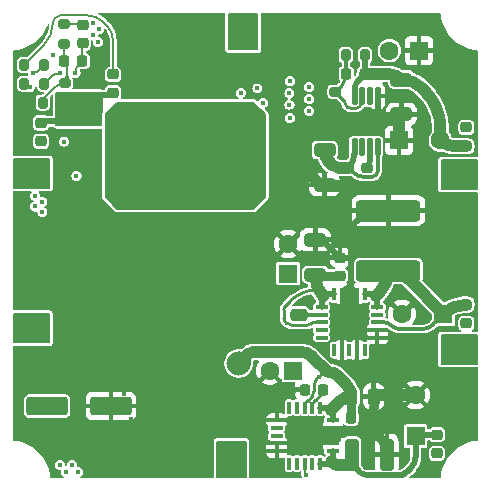
<source format=gbr>
%TF.GenerationSoftware,KiCad,Pcbnew,8.0.3*%
%TF.CreationDate,2024-07-17T18:17:56+02:00*%
%TF.ProjectId,CleanLVSupply,436c6561-6e4c-4565-9375-70706c792e6b,rev?*%
%TF.SameCoordinates,Original*%
%TF.FileFunction,Copper,L4,Bot*%
%TF.FilePolarity,Positive*%
%FSLAX46Y46*%
G04 Gerber Fmt 4.6, Leading zero omitted, Abs format (unit mm)*
G04 Created by KiCad (PCBNEW 8.0.3) date 2024-07-17 18:17:56*
%MOMM*%
%LPD*%
G01*
G04 APERTURE LIST*
G04 Aperture macros list*
%AMRoundRect*
0 Rectangle with rounded corners*
0 $1 Rounding radius*
0 $2 $3 $4 $5 $6 $7 $8 $9 X,Y pos of 4 corners*
0 Add a 4 corners polygon primitive as box body*
4,1,4,$2,$3,$4,$5,$6,$7,$8,$9,$2,$3,0*
0 Add four circle primitives for the rounded corners*
1,1,$1+$1,$2,$3*
1,1,$1+$1,$4,$5*
1,1,$1+$1,$6,$7*
1,1,$1+$1,$8,$9*
0 Add four rect primitives between the rounded corners*
20,1,$1+$1,$2,$3,$4,$5,0*
20,1,$1+$1,$4,$5,$6,$7,0*
20,1,$1+$1,$6,$7,$8,$9,0*
20,1,$1+$1,$8,$9,$2,$3,0*%
G04 Aperture macros list end*
%TA.AperFunction,NonConductor*%
%ADD10C,0.200000*%
%TD*%
%TA.AperFunction,EtchedComponent*%
%ADD11C,0.200000*%
%TD*%
%TA.AperFunction,SMDPad,CuDef*%
%ADD12RoundRect,0.218750X0.256250X-0.218750X0.256250X0.218750X-0.256250X0.218750X-0.256250X-0.218750X0*%
%TD*%
%TA.AperFunction,SMDPad,CuDef*%
%ADD13RoundRect,0.218750X-0.256250X0.218750X-0.256250X-0.218750X0.256250X-0.218750X0.256250X0.218750X0*%
%TD*%
%TA.AperFunction,ComponentPad*%
%ADD14R,1.600000X1.600000*%
%TD*%
%TA.AperFunction,ComponentPad*%
%ADD15C,1.600000*%
%TD*%
%TA.AperFunction,SMDPad,CuDef*%
%ADD16RoundRect,0.200000X-0.200000X-0.275000X0.200000X-0.275000X0.200000X0.275000X-0.200000X0.275000X0*%
%TD*%
%TA.AperFunction,SMDPad,CuDef*%
%ADD17RoundRect,0.200000X-0.275000X0.200000X-0.275000X-0.200000X0.275000X-0.200000X0.275000X0.200000X0*%
%TD*%
%TA.AperFunction,SMDPad,CuDef*%
%ADD18RoundRect,0.225000X0.250000X-0.225000X0.250000X0.225000X-0.250000X0.225000X-0.250000X-0.225000X0*%
%TD*%
%TA.AperFunction,SMDPad,CuDef*%
%ADD19RoundRect,0.225000X0.225000X0.250000X-0.225000X0.250000X-0.225000X-0.250000X0.225000X-0.250000X0*%
%TD*%
%TA.AperFunction,SMDPad,CuDef*%
%ADD20RoundRect,0.200000X0.275000X-0.200000X0.275000X0.200000X-0.275000X0.200000X-0.275000X-0.200000X0*%
%TD*%
%TA.AperFunction,SMDPad,CuDef*%
%ADD21RoundRect,0.250000X0.650000X-0.325000X0.650000X0.325000X-0.650000X0.325000X-0.650000X-0.325000X0*%
%TD*%
%TA.AperFunction,SMDPad,CuDef*%
%ADD22RoundRect,0.087500X0.425000X0.087500X-0.425000X0.087500X-0.425000X-0.087500X0.425000X-0.087500X0*%
%TD*%
%TA.AperFunction,SMDPad,CuDef*%
%ADD23RoundRect,0.087500X0.087500X0.425000X-0.087500X0.425000X-0.087500X-0.425000X0.087500X-0.425000X0*%
%TD*%
%TA.AperFunction,HeatsinkPad*%
%ADD24R,3.150000X3.150000*%
%TD*%
%TA.AperFunction,SMDPad,CuDef*%
%ADD25RoundRect,0.250000X-0.250000X-0.475000X0.250000X-0.475000X0.250000X0.475000X-0.250000X0.475000X0*%
%TD*%
%TA.AperFunction,SMDPad,CuDef*%
%ADD26RoundRect,0.125000X-0.125000X0.600000X-0.125000X-0.600000X0.125000X-0.600000X0.125000X0.600000X0*%
%TD*%
%TA.AperFunction,HeatsinkPad*%
%ADD27R,1.890000X1.570000*%
%TD*%
%TA.AperFunction,SMDPad,CuDef*%
%ADD28RoundRect,0.250000X2.450000X-0.650000X2.450000X0.650000X-2.450000X0.650000X-2.450000X-0.650000X0*%
%TD*%
%TA.AperFunction,SMDPad,CuDef*%
%ADD29RoundRect,0.200000X0.200000X0.275000X-0.200000X0.275000X-0.200000X-0.275000X0.200000X-0.275000X0*%
%TD*%
%TA.AperFunction,SMDPad,CuDef*%
%ADD30RoundRect,0.225000X-0.250000X0.225000X-0.250000X-0.225000X0.250000X-0.225000X0.250000X0.225000X0*%
%TD*%
%TA.AperFunction,SMDPad,CuDef*%
%ADD31RoundRect,0.250000X-1.500000X-0.550000X1.500000X-0.550000X1.500000X0.550000X-1.500000X0.550000X0*%
%TD*%
%TA.AperFunction,SMDPad,CuDef*%
%ADD32RoundRect,0.225000X-0.225000X-0.250000X0.225000X-0.250000X0.225000X0.250000X-0.225000X0.250000X0*%
%TD*%
%TA.AperFunction,SMDPad,CuDef*%
%ADD33RoundRect,0.087500X0.087500X-0.425000X0.087500X0.425000X-0.087500X0.425000X-0.087500X-0.425000X0*%
%TD*%
%TA.AperFunction,SMDPad,CuDef*%
%ADD34RoundRect,0.087500X0.425000X-0.087500X0.425000X0.087500X-0.425000X0.087500X-0.425000X-0.087500X0*%
%TD*%
%TA.AperFunction,SMDPad,CuDef*%
%ADD35RoundRect,0.250000X-0.325000X-1.100000X0.325000X-1.100000X0.325000X1.100000X-0.325000X1.100000X0*%
%TD*%
%TA.AperFunction,SMDPad,CuDef*%
%ADD36RoundRect,0.250000X-0.475000X0.250000X-0.475000X-0.250000X0.475000X-0.250000X0.475000X0.250000X0*%
%TD*%
%TA.AperFunction,ViaPad*%
%ADD37C,0.450000*%
%TD*%
%TA.AperFunction,Conductor*%
%ADD38C,0.300000*%
%TD*%
%TA.AperFunction,Conductor*%
%ADD39C,0.500000*%
%TD*%
%TA.AperFunction,Conductor*%
%ADD40C,1.000000*%
%TD*%
%TA.AperFunction,Conductor*%
%ADD41C,0.200000*%
%TD*%
%TA.AperFunction,Conductor*%
%ADD42C,0.150000*%
%TD*%
%TA.AperFunction,Conductor*%
%ADD43C,0.250000*%
%TD*%
%TA.AperFunction,Conductor*%
%ADD44C,0.800000*%
%TD*%
%TA.AperFunction,Conductor*%
%ADD45C,2.000000*%
%TD*%
%TA.AperFunction,Conductor*%
%ADD46C,1.500000*%
%TD*%
%TA.AperFunction,Conductor*%
%ADD47C,0.650000*%
%TD*%
G04 APERTURE END LIST*
D10*
X166600000Y-107600000D02*
X169600000Y-107600000D01*
X169600000Y-110000000D01*
X166600000Y-110000000D01*
X166600000Y-107600000D01*
%TA.AperFunction,NonConductor*%
G36*
X166600000Y-107600000D02*
G01*
X169600000Y-107600000D01*
X169600000Y-110000000D01*
X166600000Y-110000000D01*
X166600000Y-107600000D01*
G37*
%TD.AperFunction*%
X166600000Y-92800000D02*
X169600000Y-92800000D01*
X169600000Y-95200000D01*
X166600000Y-95200000D01*
X166600000Y-92800000D01*
%TA.AperFunction,NonConductor*%
G36*
X166600000Y-92800000D02*
G01*
X169600000Y-92800000D01*
X169600000Y-95200000D01*
X166600000Y-95200000D01*
X166600000Y-92800000D01*
G37*
%TD.AperFunction*%
X148600000Y-80400000D02*
X151000000Y-80400000D01*
X151000000Y-83400000D01*
X148600000Y-83400000D01*
X148600000Y-80400000D01*
%TA.AperFunction,NonConductor*%
G36*
X148600000Y-80400000D02*
G01*
X151000000Y-80400000D01*
X151000000Y-83400000D01*
X148600000Y-83400000D01*
X148600000Y-80400000D01*
G37*
%TD.AperFunction*%
X147600000Y-116600000D02*
X150000000Y-116600000D01*
X150000000Y-119600000D01*
X147600000Y-119600000D01*
X147600000Y-116600000D01*
%TA.AperFunction,NonConductor*%
G36*
X147600000Y-116600000D02*
G01*
X150000000Y-116600000D01*
X150000000Y-119600000D01*
X147600000Y-119600000D01*
X147600000Y-116600000D01*
G37*
%TD.AperFunction*%
X130400000Y-105800000D02*
X133400000Y-105800000D01*
X133400000Y-108200000D01*
X130400000Y-108200000D01*
X130400000Y-105800000D01*
%TA.AperFunction,NonConductor*%
G36*
X130400000Y-105800000D02*
G01*
X133400000Y-105800000D01*
X133400000Y-108200000D01*
X130400000Y-108200000D01*
X130400000Y-105800000D01*
G37*
%TD.AperFunction*%
X130400000Y-92700000D02*
X133400000Y-92700000D01*
X133400000Y-95100000D01*
X130400000Y-95100000D01*
X130400000Y-92700000D01*
%TA.AperFunction,NonConductor*%
G36*
X130400000Y-92700000D02*
G01*
X133400000Y-92700000D01*
X133400000Y-95100000D01*
X130400000Y-95100000D01*
X130400000Y-92700000D01*
G37*
%TD.AperFunction*%
D11*
%TO.C,REF\u002A\u002A*%
X151650000Y-88900000D02*
X151650000Y-95900000D01*
X150650000Y-96900000D01*
X139150000Y-96900000D01*
X138150000Y-95900000D01*
X138150000Y-88900000D01*
X139150000Y-87900000D01*
X150650000Y-87900000D01*
X151650000Y-88900000D01*
%TA.AperFunction,EtchedComponent*%
G36*
X151650000Y-88900000D02*
G01*
X151650000Y-95900000D01*
X150650000Y-96900000D01*
X139150000Y-96900000D01*
X138150000Y-95900000D01*
X138150000Y-88900000D01*
X139150000Y-87900000D01*
X150650000Y-87900000D01*
X151650000Y-88900000D01*
G37*
%TD.AperFunction*%
%TD*%
D12*
%TO.P,F3,1*%
%TO.N,-15V*%
X168700000Y-91587500D03*
%TO.P,F3,2*%
%TO.N,Net-(J5-Pin_4)*%
X168700000Y-90012500D03*
%TD*%
D13*
%TO.P,F2,1*%
%TO.N,+15V*%
X168700000Y-105012500D03*
%TO.P,F2,2*%
%TO.N,Net-(J5-Pin_1)*%
X168700000Y-106587500D03*
%TD*%
%TO.P,F1,1*%
%TO.N,+5V*%
X166200000Y-116012500D03*
%TO.P,F1,2*%
%TO.N,/5V Supply/5V_SENSE*%
X166200000Y-117587500D03*
%TD*%
D14*
%TO.P,C18,1*%
%TO.N,GND*%
X163000000Y-91100000D03*
D15*
%TO.P,C18,2*%
%TO.N,-15V*%
X166500000Y-91100000D03*
%TD*%
D14*
%TO.P,C40,1*%
%TO.N,+5V*%
X164400000Y-116152651D03*
D15*
%TO.P,C40,2*%
%TO.N,GND*%
X164400000Y-112652651D03*
%TD*%
D14*
%TO.P,C41,1*%
%TO.N,Net-(C41-Pad1)*%
X154055113Y-110600000D03*
D15*
%TO.P,C41,2*%
%TO.N,GND*%
X152055113Y-110600000D03*
%TD*%
D14*
%TO.P,C14,1*%
%TO.N,GND*%
X164682380Y-83500000D03*
D15*
%TO.P,C14,2*%
%TO.N,Net-(C14-Pad2)*%
X162182380Y-83500000D03*
%TD*%
D14*
%TO.P,C29,1*%
%TO.N,Net-(C29-Pad1)*%
X153600000Y-102382380D03*
D15*
%TO.P,C29,2*%
%TO.N,GND*%
X153600000Y-99882380D03*
%TD*%
D14*
%TO.P,C28,1*%
%TO.N,+15V*%
X166752651Y-105800000D03*
D15*
%TO.P,C28,2*%
%TO.N,GND*%
X163252651Y-105800000D03*
%TD*%
D16*
%TO.P,R1,1*%
%TO.N,GND*%
X131175000Y-87900000D03*
%TO.P,R1,2*%
%TO.N,Net-(U1-FB)*%
X132825000Y-87900000D03*
%TD*%
D17*
%TO.P,R5,1*%
%TO.N,Net-(U1-FB)*%
X134700000Y-86275000D03*
%TO.P,R5,2*%
%TO.N,/-15V Supply/-17V_SW*%
X134700000Y-87925000D03*
%TD*%
D18*
%TO.P,C11,1*%
%TO.N,Net-(U1-SS)*%
X132700000Y-91175000D03*
%TO.P,C11,2*%
%TO.N,/-15V Supply/-17V_SW*%
X132700000Y-89625000D03*
%TD*%
D19*
%TO.P,C42,1*%
%TO.N,Net-(U6-NR)*%
X156575000Y-112200000D03*
%TO.P,C42,2*%
%TO.N,GND*%
X155025000Y-112200000D03*
%TD*%
D20*
%TO.P,R6,1*%
%TO.N,GND*%
X157600000Y-88625000D03*
%TO.P,R6,2*%
%TO.N,Net-(U2-FB)*%
X157600000Y-86975000D03*
%TD*%
D21*
%TO.P,C15,1*%
%TO.N,GND*%
X156700000Y-94875000D03*
%TO.P,C15,2*%
%TO.N,Net-(U2-EN)*%
X156700000Y-91925000D03*
%TD*%
D22*
%TO.P,U4,1,OUT*%
%TO.N,+15V*%
X161162500Y-105200000D03*
%TO.P,U4,2,NC*%
%TO.N,unconnected-(U4-NC-Pad2)*%
X161162500Y-105850000D03*
%TO.P,U4,3,SENSE/FB*%
%TO.N,+15V*%
X161162500Y-106500000D03*
%TO.P,U4,4,6P4V2*%
%TO.N,GND*%
X161162500Y-107150000D03*
%TO.P,U4,5,6P4V1*%
X161162500Y-107800000D03*
D23*
%TO.P,U4,6,3P2V*%
%TO.N,unconnected-(U4-3P2V-Pad6)*%
X160100000Y-108862500D03*
%TO.P,U4,7,GND*%
%TO.N,GND*%
X159450000Y-108862500D03*
%TO.P,U4,8,1P6V*%
%TO.N,unconnected-(U4-1P6V-Pad8)*%
X158800000Y-108862500D03*
%TO.P,U4,9,0P8V*%
%TO.N,GND*%
X158150000Y-108862500D03*
%TO.P,U4,10,0P4V*%
%TO.N,unconnected-(U4-0P4V-Pad10)*%
X157500000Y-108862500D03*
D22*
%TO.P,U4,11,0P2V*%
%TO.N,unconnected-(U4-0P2V-Pad11)*%
X156437500Y-107800000D03*
%TO.P,U4,12,0P1V*%
%TO.N,unconnected-(U4-0P1V-Pad12)*%
X156437500Y-107150000D03*
%TO.P,U4,13,EN*%
%TO.N,Net-(U4-EN)*%
X156437500Y-106500000D03*
%TO.P,U4,14,NR*%
%TO.N,Net-(U4-NR)*%
X156437500Y-105850000D03*
%TO.P,U4,15,IN*%
%TO.N,Net-(U4-EN)*%
X156437500Y-105200000D03*
D23*
%TO.P,U4,16,IN*%
X157500000Y-104137500D03*
%TO.P,U4,17,NC*%
%TO.N,GND*%
X158150000Y-104137500D03*
%TO.P,U4,18,NC*%
X158800000Y-104137500D03*
%TO.P,U4,19,NC*%
X159450000Y-104137500D03*
%TO.P,U4,20,OUT*%
%TO.N,+15V*%
X160100000Y-104137500D03*
D24*
%TO.P,U4,21,EP*%
%TO.N,GND*%
X158800000Y-106500000D03*
%TD*%
D25*
%TO.P,C37,1*%
%TO.N,Net-(U6-EN)*%
X158950000Y-112800000D03*
%TO.P,C37,2*%
%TO.N,GND*%
X160850000Y-112800000D03*
%TD*%
D26*
%TO.P,U2,1,OUT*%
%TO.N,-15V*%
X159225000Y-87350000D03*
%TO.P,U2,2,FB*%
%TO.N,Net-(U2-FB)*%
X159875000Y-87350000D03*
%TO.P,U2,3*%
%TO.N,N/C*%
X160525000Y-87350000D03*
%TO.P,U2,4,GND*%
%TO.N,GND*%
X161175000Y-87350000D03*
%TO.P,U2,5,EN*%
%TO.N,Net-(U2-EN)*%
X161175000Y-91650000D03*
%TO.P,U2,6,NR/SS*%
%TO.N,Net-(U2-NR{slash}SS)*%
X160525000Y-91650000D03*
%TO.P,U2,7*%
%TO.N,N/C*%
X159875000Y-91650000D03*
%TO.P,U2,8,IN*%
%TO.N,Net-(U2-EN)*%
X159225000Y-91650000D03*
D27*
%TO.P,U2,9,EP*%
%TO.N,GND*%
X160200000Y-89500000D03*
%TD*%
D18*
%TO.P,C26,1*%
%TO.N,Net-(U4-EN)*%
X158000000Y-102575000D03*
%TO.P,C26,2*%
%TO.N,GND*%
X158000000Y-101025000D03*
%TD*%
D16*
%TO.P,R2,1*%
%TO.N,Net-(U1-VCC)*%
X131275000Y-84700000D03*
%TO.P,R2,2*%
%TO.N,Net-(U1-RAMP)*%
X132925000Y-84700000D03*
%TD*%
D28*
%TO.P,C27,1*%
%TO.N,+15V*%
X162100000Y-102150000D03*
%TO.P,C27,2*%
%TO.N,GND*%
X162100000Y-97050000D03*
%TD*%
D29*
%TO.P,R4,1*%
%TO.N,Net-(U1-RT)*%
X132925000Y-86300000D03*
%TO.P,R4,2*%
%TO.N,/-15V Supply/-17V_SW*%
X131275000Y-86300000D03*
%TD*%
D17*
%TO.P,R3,1*%
%TO.N,Net-(C8-Pad2)*%
X134600000Y-81275000D03*
%TO.P,R3,2*%
%TO.N,Net-(U1-FB)*%
X134600000Y-82925000D03*
%TD*%
D30*
%TO.P,C9,1*%
%TO.N,Net-(U1-VCC)*%
X138800000Y-85525000D03*
%TO.P,C9,2*%
%TO.N,/-15V Supply/-17V_SW*%
X138800000Y-87075000D03*
%TD*%
D21*
%TO.P,C17,1*%
%TO.N,GND*%
X163200000Y-88900000D03*
%TO.P,C17,2*%
%TO.N,-15V*%
X163200000Y-85950000D03*
%TD*%
D31*
%TO.P,C1,1*%
%TO.N,+12V*%
X133200000Y-113600000D03*
%TO.P,C1,2*%
%TO.N,GND*%
X138600000Y-113600000D03*
%TD*%
D32*
%TO.P,C38,1*%
%TO.N,Net-(U6-EN)*%
X158925000Y-114600000D03*
%TO.P,C38,2*%
%TO.N,GND*%
X160475000Y-114600000D03*
%TD*%
D16*
%TO.P,R8,1*%
%TO.N,Net-(U2-FB)*%
X158475000Y-83900000D03*
%TO.P,R8,2*%
%TO.N,-15V*%
X160125000Y-83900000D03*
%TD*%
D18*
%TO.P,C13,1*%
%TO.N,GND*%
X160300000Y-94975000D03*
%TO.P,C13,2*%
%TO.N,Net-(U2-NR{slash}SS)*%
X160300000Y-93425000D03*
%TD*%
%TO.P,C16,1*%
%TO.N,GND*%
X158700000Y-94975000D03*
%TO.P,C16,2*%
%TO.N,Net-(U2-EN)*%
X158700000Y-93425000D03*
%TD*%
D33*
%TO.P,U6,1,OUT*%
%TO.N,+5V*%
X156300000Y-118462500D03*
%TO.P,U6,2,NC*%
%TO.N,unconnected-(U6-NC-Pad2)*%
X155650000Y-118462500D03*
%TO.P,U6,3,SENSE/FB*%
%TO.N,/5V Supply/5V_SENSE*%
X155000000Y-118462500D03*
%TO.P,U6,4,6P4V2*%
%TO.N,unconnected-(U6-6P4V2-Pad4)*%
X154350000Y-118462500D03*
%TO.P,U6,5,6P4V1*%
%TO.N,unconnected-(U6-6P4V1-Pad5)*%
X153700000Y-118462500D03*
D34*
%TO.P,U6,6,3P2V*%
%TO.N,GND*%
X152637500Y-117400000D03*
%TO.P,U6,7,GND*%
X152637500Y-116750000D03*
%TO.P,U6,8,1P6V*%
%TO.N,unconnected-(U6-1P6V-Pad8)*%
X152637500Y-116100000D03*
%TO.P,U6,9,0P8V*%
%TO.N,unconnected-(U6-0P8V-Pad9)*%
X152637500Y-115450000D03*
%TO.P,U6,10,0P4V*%
%TO.N,GND*%
X152637500Y-114800000D03*
D33*
%TO.P,U6,11,0P2V*%
%TO.N,unconnected-(U6-0P2V-Pad11)*%
X153700000Y-113737500D03*
%TO.P,U6,12,0P1V*%
%TO.N,unconnected-(U6-0P1V-Pad12)*%
X154350000Y-113737500D03*
%TO.P,U6,13,EN*%
%TO.N,Net-(U6-EN)*%
X155000000Y-113737500D03*
%TO.P,U6,14,NR*%
%TO.N,Net-(U6-NR)*%
X155650000Y-113737500D03*
%TO.P,U6,15,IN*%
%TO.N,Net-(U6-EN)*%
X156300000Y-113737500D03*
D34*
%TO.P,U6,16,IN*%
X157362500Y-114800000D03*
%TO.P,U6,17,NC*%
%TO.N,GND*%
X157362500Y-115450000D03*
%TO.P,U6,18,NC*%
X157362500Y-116100000D03*
%TO.P,U6,19,NC*%
X157362500Y-116750000D03*
%TO.P,U6,20,OUT*%
%TO.N,+5V*%
X157362500Y-117400000D03*
D24*
%TO.P,U6,21,EP*%
%TO.N,GND*%
X155000000Y-116100000D03*
%TD*%
D32*
%TO.P,C12,1*%
%TO.N,Net-(U1-FB)*%
X134625000Y-84400000D03*
%TO.P,C12,2*%
%TO.N,Net-(U1-COMP)*%
X136175000Y-84400000D03*
%TD*%
D18*
%TO.P,C8,1*%
%TO.N,Net-(U1-COMP)*%
X136200000Y-82875000D03*
%TO.P,C8,2*%
%TO.N,Net-(C8-Pad2)*%
X136200000Y-81325000D03*
%TD*%
D32*
%TO.P,C19,1*%
%TO.N,Net-(U2-FB)*%
X158525000Y-85500000D03*
%TO.P,C19,2*%
%TO.N,-15V*%
X160075000Y-85500000D03*
%TD*%
D35*
%TO.P,C39,1*%
%TO.N,+5V*%
X159025000Y-117700000D03*
%TO.P,C39,2*%
%TO.N,GND*%
X161975000Y-117700000D03*
%TD*%
D21*
%TO.P,C25,1*%
%TO.N,Net-(U4-EN)*%
X155900000Y-102475000D03*
%TO.P,C25,2*%
%TO.N,GND*%
X155900000Y-99525000D03*
%TD*%
D36*
%TO.P,C30,1*%
%TO.N,Net-(U4-NR)*%
X154500000Y-105850000D03*
%TO.P,C30,2*%
%TO.N,GND*%
X154500000Y-107750000D03*
%TD*%
D37*
%TO.N,GND*%
X167500000Y-117100000D03*
X165100000Y-118700000D03*
%TO.N,Net-(J5-Pin_4)*%
X168943164Y-90223422D03*
X168453274Y-89804875D03*
%TO.N,Net-(J5-Pin_1)*%
X168450358Y-106790138D03*
X168945004Y-106371591D03*
%TO.N,/5V Supply/5V_SENSE*%
X166450000Y-117380000D03*
X165960000Y-117760000D03*
%TO.N,/-15V Supply/-17V_SW*%
X151000000Y-86700000D03*
X153720000Y-88080000D03*
X151470000Y-87940000D03*
X137600000Y-88400000D03*
X153760000Y-86100000D03*
X136500000Y-87300000D03*
X135680000Y-94100000D03*
X134200000Y-89500000D03*
X155400000Y-87600000D03*
X131770000Y-86560000D03*
X132700000Y-89600000D03*
X155400000Y-88600000D03*
X136500000Y-88400000D03*
X135300000Y-87300000D03*
X136500000Y-89500000D03*
X134250000Y-87380000D03*
X153740000Y-89230000D03*
X135300000Y-89500000D03*
X133710000Y-83860000D03*
X138800000Y-87100000D03*
X155400000Y-86600000D03*
X137600000Y-89500000D03*
X135300000Y-88400000D03*
X153710000Y-87120000D03*
X134200000Y-88400000D03*
X149600000Y-87080000D03*
X134600000Y-91200000D03*
X137600000Y-87300000D03*
%TO.N,Net-(U1-VCC)*%
X138800000Y-85525000D03*
%TO.N,Net-(U1-RAMP)*%
X132000000Y-85400000D03*
%TO.N,Net-(U1-SS)*%
X132700000Y-91175000D03*
%TO.N,Net-(U1-COMP)*%
X135600000Y-85400000D03*
%TO.N,Net-(U1-FB)*%
X134900000Y-85800000D03*
%TO.N,Net-(U2-EN)*%
X157300000Y-91600000D03*
X156120000Y-92259003D03*
X156120000Y-91630000D03*
X156700000Y-91925000D03*
X157280000Y-92230000D03*
%TO.N,Net-(U1-RT)*%
X134300000Y-85400000D03*
%TO.N,Net-(U4-EN)*%
X155900000Y-102500000D03*
X156400000Y-102200000D03*
X155400000Y-102800000D03*
X155400000Y-102200000D03*
X156400000Y-102800000D03*
%TO.N,Net-(U6-EN)*%
X149800000Y-110600000D03*
X149000000Y-110600000D03*
X149000000Y-109400000D03*
X149800000Y-109400000D03*
X149400000Y-110000000D03*
%TO.N,GND*%
X132800000Y-111300000D03*
X140300000Y-114700000D03*
X146000000Y-85400000D03*
X132800000Y-112120000D03*
X160000000Y-105300000D03*
X133600000Y-91000000D03*
X163200000Y-88900000D03*
X147500000Y-81700000D03*
X143700000Y-85400000D03*
X152300000Y-81600000D03*
X134400000Y-115900000D03*
X147300000Y-110060000D03*
X139700000Y-110500000D03*
X135770000Y-108040000D03*
X156020000Y-115400000D03*
X160400000Y-114500000D03*
X137600000Y-100700000D03*
X146670000Y-99550000D03*
X143480000Y-116880000D03*
X156130000Y-90830000D03*
X158800000Y-107700000D03*
X137920000Y-114030000D03*
X159600000Y-90000000D03*
X160800000Y-90000000D03*
X156000000Y-114700000D03*
X155090000Y-94140000D03*
X157600000Y-105300000D03*
X144690000Y-97570000D03*
X155540000Y-115050000D03*
X160000000Y-106500000D03*
X160800000Y-89400000D03*
X159600000Y-89400000D03*
X156700000Y-95000000D03*
X132160000Y-102880000D03*
X140300000Y-81700000D03*
X153210000Y-96200000D03*
X155100000Y-104790000D03*
X155400000Y-81300000D03*
X155080000Y-114690000D03*
X151000000Y-85125000D03*
X141300000Y-85000000D03*
X139800000Y-83700000D03*
X139300000Y-116500000D03*
X148800000Y-84600000D03*
X135400000Y-96800000D03*
X135580000Y-104390000D03*
X131760000Y-87900000D03*
X153000000Y-83500000D03*
X139700000Y-112600000D03*
X146000000Y-84100000D03*
X157300000Y-84450000D03*
X133580000Y-112110000D03*
X145140000Y-102320000D03*
X155400000Y-83000000D03*
X138900000Y-113900000D03*
X160200000Y-89700000D03*
X142600000Y-81700000D03*
X137250000Y-110600000D03*
X146750000Y-112850000D03*
X139700000Y-113300000D03*
X160000000Y-107700000D03*
X137400000Y-113300000D03*
X138200000Y-102300000D03*
X143700000Y-84100000D03*
X158800000Y-105300000D03*
X146170000Y-105070000D03*
X157600000Y-106500000D03*
X135400000Y-96000000D03*
X145400000Y-116000000D03*
X141410000Y-98310000D03*
X134700000Y-98400000D03*
X158820000Y-80980000D03*
X133600000Y-91600000D03*
X137600000Y-99900000D03*
X157600000Y-107700000D03*
X133570000Y-111300000D03*
X146910000Y-117030000D03*
X145000000Y-81700000D03*
X160800000Y-112700000D03*
X150630000Y-112560000D03*
X136800000Y-117500000D03*
X158800000Y-106500000D03*
X139700000Y-111300000D03*
X146050000Y-107600000D03*
X155080000Y-115410000D03*
X135300000Y-115900000D03*
X135700000Y-101000000D03*
%TO.N,+12V*%
X134300000Y-118600000D03*
X137100000Y-81200000D03*
X137500000Y-82800000D03*
X134800000Y-119200000D03*
X137100000Y-82200000D03*
X132800000Y-96300000D03*
X132200000Y-96700000D03*
X137600000Y-81700000D03*
X131780000Y-113200000D03*
X132800000Y-97200000D03*
X132324898Y-113446592D03*
X135300000Y-118600000D03*
X132830000Y-113130000D03*
X132830000Y-113790000D03*
X132200000Y-95800000D03*
X132300000Y-114100000D03*
X135800000Y-119200000D03*
X131803942Y-113786743D03*
%TO.N,/5V Supply/5V_SENSE*%
X155150000Y-119440000D03*
%TD*%
D38*
%TO.N,+15V*%
X163700000Y-107080000D02*
X164948457Y-107080000D01*
X163076690Y-107080000D02*
X163700000Y-107080000D01*
X161162500Y-106500000D02*
X161676447Y-106500000D01*
X165890000Y-106690000D02*
X166733312Y-105846688D01*
X166733312Y-105846688D02*
G75*
G03*
X166752644Y-105800000I-46712J46688D01*
G01*
X162280000Y-106750000D02*
G75*
G03*
X163076690Y-107080004I796700J796700D01*
G01*
X164948457Y-107080000D02*
G75*
G03*
X165890013Y-106690013I43J1331500D01*
G01*
X161676447Y-106500000D02*
G75*
G02*
X162279986Y-106750014I-47J-853600D01*
G01*
D39*
%TO.N,-15V*%
X160125000Y-85379290D02*
G75*
G02*
X160075003Y-85500003I-170700J-10D01*
G01*
X160125000Y-83900000D02*
X160125000Y-85379290D01*
D40*
X167676929Y-91587500D02*
X168700000Y-91587500D01*
X166500000Y-91100000D02*
G75*
G03*
X167676929Y-91587488I1176900J1176900D01*
G01*
%TO.N,+15V*%
X168653844Y-105012500D02*
X168700000Y-105012500D01*
X166752651Y-105800000D02*
G75*
G02*
X168653844Y-105012533I1901149J-1901200D01*
G01*
D39*
%TO.N,+5V*%
X164738354Y-116012500D02*
G75*
G03*
X164400024Y-116152675I46J-478500D01*
G01*
X166200000Y-116012500D02*
X164738354Y-116012500D01*
%TO.N,-15V*%
X159440000Y-86135000D02*
X160075000Y-85500000D01*
X159440000Y-86140000D02*
X159440000Y-86135000D01*
%TO.N,/-15V Supply/-17V_SW*%
X132941421Y-89500000D02*
X134200000Y-89500000D01*
X138317158Y-87300000D02*
X137600000Y-87300000D01*
X132700000Y-89600000D02*
G75*
G02*
X132941421Y-89500009I241400J-241400D01*
G01*
X138800000Y-87100000D02*
G75*
G02*
X138317158Y-87299982I-482800J482800D01*
G01*
D41*
%TO.N,Net-(U1-VCC)*%
X136500000Y-80500000D02*
X134382842Y-80500000D01*
X138200000Y-81300000D02*
X138036397Y-81136397D01*
X133900000Y-80700000D02*
X133841422Y-80758578D01*
X138800000Y-85525000D02*
X138800000Y-82748528D01*
X132869150Y-83105851D02*
X131275000Y-84700000D01*
X133700000Y-81100000D02*
G75*
G02*
X132869149Y-83105850I-2836700J0D01*
G01*
X134382842Y-80500000D02*
G75*
G03*
X133899987Y-80699987I-42J-682800D01*
G01*
X138036397Y-81136397D02*
G75*
G03*
X136500000Y-80500002I-1536397J-1536403D01*
G01*
X138800000Y-82748528D02*
G75*
G03*
X138200008Y-81299992I-2048500J28D01*
G01*
X133841422Y-80758578D02*
G75*
G03*
X133699987Y-81100000I341378J-341422D01*
G01*
D42*
%TO.N,Net-(U1-RAMP)*%
X132000000Y-85400000D02*
X132058579Y-85400000D01*
X132342678Y-85282323D02*
X132925000Y-84700000D01*
X132058579Y-85400000D02*
G75*
G03*
X132342693Y-85282338I21J401800D01*
G01*
D41*
%TO.N,Net-(C8-Pad2)*%
X134600000Y-81275000D02*
X136079290Y-81275000D01*
X136079290Y-81275000D02*
G75*
G02*
X136200003Y-81324997I10J-170700D01*
G01*
%TO.N,Net-(U1-COMP)*%
X135600000Y-85400000D02*
X135598006Y-85352375D01*
X135863440Y-84711559D02*
X136175000Y-84400000D01*
X136175000Y-84400000D02*
X136175000Y-82935355D01*
X135598006Y-85352375D02*
G75*
G02*
X135863444Y-84711563I906294J-25D01*
G01*
X136175000Y-82935355D02*
G75*
G02*
X136200013Y-82875013I85400J-45D01*
G01*
%TO.N,Net-(U1-FB)*%
X134700000Y-86275000D02*
X134705545Y-86269455D01*
X134625000Y-84400000D02*
X134625000Y-82985355D01*
X133769627Y-86660373D02*
X133033597Y-87396403D01*
X134900000Y-85063908D02*
X134900000Y-85800000D01*
X134700000Y-86275000D02*
G75*
G03*
X133769637Y-86660383I0J-1315700D01*
G01*
X133033597Y-87396403D02*
G75*
G03*
X132825002Y-87900000I503603J-503597D01*
G01*
X134625000Y-82985355D02*
G75*
G03*
X134599987Y-82925013I-85400J-45D01*
G01*
X134625000Y-84400000D02*
G75*
G02*
X134899996Y-85063908I-663900J-663900D01*
G01*
X134705545Y-86269455D02*
G75*
G03*
X134900003Y-85800000I-469445J469455D01*
G01*
D38*
%TO.N,Net-(U2-EN)*%
X159028916Y-93753916D02*
X158700000Y-93425000D01*
D40*
X157030000Y-92890000D02*
X157324644Y-93184644D01*
D38*
X160677868Y-94210000D02*
X160130000Y-94210000D01*
D40*
X156700000Y-91925000D02*
X156700000Y-92093310D01*
D38*
X161175000Y-91650000D02*
X161175000Y-93734082D01*
D40*
X157904914Y-93425000D02*
X158700000Y-93425000D01*
D39*
X159225000Y-91650000D02*
X159225000Y-92157538D01*
D40*
X156700000Y-92093310D02*
G75*
G03*
X157030003Y-92889997I1126700J10D01*
G01*
D39*
X159225000Y-92157538D02*
G75*
G02*
X158699989Y-93424989I-1792500J38D01*
G01*
D40*
X157324644Y-93184644D02*
G75*
G03*
X157904914Y-93424997I580256J580244D01*
G01*
D38*
X160130000Y-94210000D02*
G75*
G02*
X159028909Y-93753923I0J1557200D01*
G01*
X161040000Y-94060000D02*
G75*
G02*
X160677868Y-94209987I-362100J362100D01*
G01*
X161175000Y-93734082D02*
G75*
G02*
X161040006Y-94060006I-460900J-18D01*
G01*
D39*
%TO.N,Net-(U2-NR{slash}SS)*%
X160525000Y-91650000D02*
X160525000Y-92881802D01*
X160525000Y-92881802D02*
G75*
G02*
X160299999Y-93424999I-768200J2D01*
G01*
D38*
%TO.N,Net-(U2-FB)*%
X158525000Y-84020710D02*
X158525000Y-85500000D01*
D43*
X158541421Y-88211422D02*
X158610000Y-88280000D01*
X157860000Y-87260000D02*
X158350502Y-87750502D01*
X158899705Y-88400000D02*
X159340295Y-88400000D01*
X157600000Y-86975000D02*
X158136091Y-86438909D01*
X159875000Y-87688518D02*
X159875000Y-87350000D01*
X157617678Y-87017677D02*
X157860000Y-87260000D01*
X158136091Y-86438909D02*
G75*
G03*
X158525005Y-85500000I-938891J938909D01*
G01*
X158610000Y-88280000D02*
G75*
G03*
X158899705Y-88399998I289700J289700D01*
G01*
X157600000Y-86975000D02*
G75*
G03*
X157617689Y-87017666I60300J0D01*
G01*
X159340295Y-88400000D02*
G75*
G03*
X159630002Y-88280002I5J409700D01*
G01*
D38*
X158475000Y-83900000D02*
G75*
G02*
X158524996Y-84020710I-120700J-120700D01*
G01*
D43*
X158400000Y-87870000D02*
G75*
G03*
X158541430Y-88211413I482800J0D01*
G01*
X158350502Y-87750502D02*
G75*
G02*
X158399999Y-87870000I-119502J-119498D01*
G01*
X159630000Y-88280000D02*
G75*
G03*
X159875007Y-87688518I-591500J591500D01*
G01*
D41*
%TO.N,Net-(U1-RT)*%
X133489125Y-85735876D02*
X132925000Y-86300000D01*
X134300000Y-85400000D02*
G75*
G03*
X133489135Y-85735886I0J-1146700D01*
G01*
D43*
%TO.N,Net-(U4-EN)*%
X155540000Y-106600000D02*
X155510234Y-106627391D01*
D44*
X158000000Y-102575000D02*
X156141421Y-102575000D01*
D39*
X156437500Y-105200000D02*
X156437500Y-104668167D01*
D40*
X155900000Y-102634193D02*
X155900000Y-102475000D01*
D43*
X156437500Y-106500000D02*
X155781421Y-106500000D01*
X153230000Y-106207574D02*
X153230000Y-105433847D01*
X153422010Y-106552010D02*
X153337782Y-106467782D01*
X155190088Y-106760000D02*
X153924142Y-106760000D01*
X153360000Y-105120000D02*
X153746154Y-104733846D01*
D39*
X156982309Y-104137500D02*
X157500000Y-104137500D01*
D43*
X153746154Y-104733846D02*
G75*
G02*
X156170246Y-103729776I2424046J-2424054D01*
G01*
X153337782Y-106467782D02*
G75*
G02*
X153230022Y-106207574I260218J260182D01*
G01*
X153924142Y-106760000D02*
G75*
G02*
X153421993Y-106552027I-42J710100D01*
G01*
X153230000Y-105433847D02*
G75*
G02*
X153359986Y-105119986I443800J47D01*
G01*
D40*
X156590000Y-104300000D02*
G75*
G02*
X155900003Y-102634193I1665800J1665800D01*
G01*
D43*
X155510234Y-106627391D02*
G75*
G02*
X155190088Y-106759978I-320134J320191D01*
G01*
X155781421Y-106500000D02*
G75*
G03*
X155539994Y-106599994I-21J-341400D01*
G01*
D39*
X156437500Y-104668167D02*
G75*
G02*
X156590009Y-104300009I520700J-33D01*
G01*
X156590000Y-104300000D02*
G75*
G02*
X156982309Y-104137504I392300J-392300D01*
G01*
D44*
X156141421Y-102575000D02*
G75*
G02*
X155899994Y-102475006I-21J341400D01*
G01*
D38*
%TO.N,Net-(U4-NR)*%
X156437500Y-105850000D02*
X154500000Y-105850000D01*
D39*
%TO.N,Net-(U6-EN)*%
X157362500Y-114277184D02*
X157362500Y-114800000D01*
D43*
X156183553Y-111096447D02*
X156444938Y-110835062D01*
D40*
X157071594Y-110730000D02*
X157040000Y-110730000D01*
D43*
X155810000Y-112297158D02*
X155810000Y-111998284D01*
D40*
X157220718Y-113934892D02*
X157935312Y-113220298D01*
D39*
X157180000Y-113890000D02*
X157220718Y-113934892D01*
D44*
X158925000Y-114600000D02*
X158925000Y-112860355D01*
D40*
X158504523Y-111724522D02*
X157820000Y-111040000D01*
X151199827Y-109030000D02*
X150654558Y-109030000D01*
X150220000Y-109210000D02*
X149451214Y-109978786D01*
X156869290Y-110659289D02*
X155740000Y-109530000D01*
X155740000Y-109530000D02*
X155593554Y-109383554D01*
D43*
X155245720Y-113144281D02*
X155610000Y-112780000D01*
D39*
X156300000Y-113737500D02*
X156811833Y-113737500D01*
D40*
X154740000Y-109030000D02*
X151199827Y-109030000D01*
X150654558Y-109030000D02*
G75*
G03*
X150220012Y-109210012I42J-614600D01*
G01*
X155593554Y-109383554D02*
G75*
G03*
X154740000Y-109029998I-853554J-853546D01*
G01*
X157040000Y-110730000D02*
G75*
G02*
X156869294Y-110659285I0J241400D01*
G01*
D39*
X157220718Y-113934892D02*
G75*
G02*
X157362504Y-114277184I-342318J-342308D01*
G01*
D44*
X158925000Y-112860355D02*
G75*
G02*
X158950013Y-112800013I85400J-45D01*
G01*
D45*
X149451214Y-109978786D02*
G75*
G02*
X149400000Y-110000008I-51214J51186D01*
G01*
D43*
X155000000Y-113737500D02*
G75*
G02*
X155245728Y-113144289I838900J0D01*
G01*
X155810000Y-111998284D02*
G75*
G02*
X156183559Y-111096453I1275400J-16D01*
G01*
D39*
X156811833Y-113737500D02*
G75*
G02*
X157179991Y-113890009I-33J-520700D01*
G01*
D43*
X155610000Y-112780000D02*
G75*
G03*
X155809982Y-112297158I-482800J482800D01*
G01*
D40*
X158950000Y-112800000D02*
G75*
G03*
X158504532Y-111724513I-1521000J0D01*
G01*
X157935312Y-113220298D02*
G75*
G02*
X158950000Y-112800005I1014688J-1014702D01*
G01*
X157820000Y-111040000D02*
G75*
G03*
X157071594Y-110730003I-748400J-748400D01*
G01*
D43*
X156444938Y-110835062D02*
G75*
G02*
X156869290Y-110659278I424362J-424338D01*
G01*
%TO.N,Net-(U6-NR)*%
X155924004Y-113075996D02*
X156415901Y-112584099D01*
X156415901Y-112584099D02*
G75*
G03*
X156574999Y-112200000I-384101J384099D01*
G01*
X155650000Y-113737500D02*
G75*
G02*
X155924006Y-113075998I935500J0D01*
G01*
D39*
%TO.N,GND*%
X158800000Y-104137500D02*
X158811312Y-104125030D01*
D40*
X160200000Y-89500000D02*
X160700000Y-89500000D01*
X160700000Y-89500000D02*
X160800000Y-89400000D01*
D38*
X151420000Y-114948822D02*
X151420000Y-115501716D01*
X157130000Y-109600000D02*
X155903346Y-108373346D01*
X158100000Y-109860000D02*
X157757695Y-109860000D01*
D40*
X156076906Y-94616906D02*
X155510000Y-94050000D01*
D39*
X160626776Y-89323223D02*
X160960000Y-88990000D01*
D44*
X160850000Y-112800000D02*
X160800000Y-112700000D01*
D38*
X152637500Y-117400000D02*
X153320000Y-117400000D01*
X159450000Y-108862500D02*
X159450000Y-108069238D01*
D40*
X163000000Y-89382842D02*
X163000000Y-91100000D01*
D38*
X151420000Y-115501716D02*
X151420000Y-115937158D01*
X158577756Y-89030000D02*
X159380000Y-89030000D01*
D44*
X161340000Y-116190000D02*
X161356281Y-116206281D01*
D40*
X155510000Y-94050000D02*
X155457777Y-93994580D01*
D44*
X160475000Y-114600000D02*
X160475000Y-114932367D01*
D40*
X156804264Y-90040000D02*
X158896325Y-90040000D01*
D38*
X160200000Y-89500000D02*
X159977488Y-89277488D01*
D39*
X156924264Y-99949264D02*
X158000000Y-101025000D01*
D40*
X160800000Y-89400000D02*
X162958577Y-89400000D01*
D38*
X161162500Y-107800000D02*
X160490000Y-107800000D01*
D39*
X158824191Y-104093961D02*
X158825000Y-104077145D01*
D38*
X155340000Y-108140000D02*
X155233257Y-108137385D01*
D39*
X160300000Y-94975000D02*
X158700000Y-94975000D01*
D46*
X158800000Y-105300000D02*
X158800000Y-106500000D01*
D38*
X159450000Y-109542721D02*
X159450000Y-108862500D01*
D46*
X158800000Y-104137500D02*
X158800000Y-105300000D01*
D38*
X153968700Y-117131299D02*
X155000000Y-116100000D01*
X152165596Y-113384404D02*
X151998995Y-113551005D01*
X161162500Y-107150000D02*
X160369238Y-107150000D01*
D39*
X158811312Y-104125030D02*
X158824191Y-104093961D01*
D40*
X154830000Y-92478993D02*
X154830000Y-92010000D01*
D38*
X154642817Y-107892817D02*
X154500000Y-107750000D01*
X158150000Y-108862500D02*
X158150000Y-109739290D01*
D39*
X158930000Y-103823653D02*
X158930000Y-101000000D01*
D38*
X152637500Y-114800000D02*
X153320000Y-114800000D01*
D44*
X158328185Y-115700000D02*
X160157036Y-115700000D01*
D46*
X155000000Y-116100000D02*
X157362500Y-116100000D01*
D38*
X159886038Y-107586038D02*
X158800000Y-106500000D01*
X158100000Y-109860000D02*
X159118579Y-109860000D01*
X152416690Y-116750000D02*
X152637500Y-116750000D01*
D40*
X155374472Y-90695528D02*
X155482512Y-90587488D01*
D38*
X158150000Y-108862500D02*
X158150000Y-108069238D01*
D39*
X161704213Y-97050000D02*
X162100000Y-97050000D01*
D40*
X161205731Y-112652651D02*
X164400000Y-112652651D01*
D39*
X161175000Y-87350000D02*
X161175000Y-88470945D01*
X158930000Y-101000000D02*
X158930000Y-98919116D01*
D44*
X160800000Y-112700000D02*
X160850000Y-113694670D01*
D38*
X152637500Y-116750000D02*
X153430762Y-116750000D01*
X153968700Y-115068701D02*
X155000000Y-116100000D01*
D47*
X131175000Y-87900000D02*
X131760000Y-87900000D01*
D39*
X158000000Y-101025000D02*
X158869645Y-101025000D01*
D38*
X160490000Y-107800000D02*
X160397475Y-107797882D01*
D40*
X156941421Y-94975000D02*
X158700000Y-94975000D01*
D38*
X157757695Y-109860000D02*
G75*
G02*
X157130001Y-109599999I5J887700D01*
G01*
D40*
X160850000Y-112800000D02*
G75*
G02*
X161205731Y-112652664I355700J-355700D01*
G01*
X156700000Y-94875000D02*
G75*
G02*
X156076904Y-94616908I0J881200D01*
G01*
D38*
X158150000Y-109739290D02*
G75*
G02*
X158100003Y-109860003I-170700J-10D01*
G01*
X157600000Y-88625000D02*
G75*
G03*
X158577756Y-89030018I977800J977800D01*
G01*
X155000000Y-112200000D02*
G75*
G03*
X152165588Y-113384396I25300J-4044300D01*
G01*
X153430762Y-116750000D02*
G75*
G03*
X155000011Y-116100011I38J2219200D01*
G01*
X160000000Y-107700000D02*
G75*
G02*
X159886027Y-107586045I168000J282000D01*
G01*
D40*
X155482512Y-90587488D02*
G75*
G02*
X156804264Y-90039963I1321788J-1321712D01*
G01*
D38*
X159450000Y-108069238D02*
G75*
G03*
X158800011Y-106499989I-2219200J38D01*
G01*
X151420000Y-115937158D02*
G75*
G03*
X151619987Y-116420013I682800J-42D01*
G01*
X155233257Y-108137385D02*
G75*
G02*
X154642843Y-107892791I43J834985D01*
G01*
D39*
X158869645Y-101025000D02*
G75*
G03*
X158929987Y-100999987I-45J85400D01*
G01*
D38*
X153320000Y-117400000D02*
G75*
G03*
X153968700Y-117131299I0J917400D01*
G01*
X159977488Y-89277488D02*
G75*
G03*
X159600088Y-89399943I-205188J-10412D01*
G01*
D39*
X155900000Y-99525000D02*
G75*
G02*
X156924258Y-99949270I0J-1448500D01*
G01*
D44*
X160850000Y-113694670D02*
G75*
G02*
X160399977Y-114499948I-760600J-103330D01*
G01*
D38*
X155025000Y-112200000D02*
G75*
G03*
X155000000Y-112200000I-12500J-3980959D01*
G01*
D40*
X162958577Y-89400000D02*
G75*
G03*
X163000015Y-89382857I23J58600D01*
G01*
D38*
X159118579Y-109860000D02*
G75*
G03*
X159360006Y-109760006I21J341400D01*
G01*
D40*
X158896325Y-90040000D02*
G75*
G03*
X160199993Y-89499993I-25J1843700D01*
G01*
D38*
X151620000Y-116420000D02*
G75*
G03*
X152416690Y-116750004I796700J796700D01*
G01*
D40*
X155457777Y-93994580D02*
G75*
G02*
X154830016Y-92478993I1515623J1515580D01*
G01*
D44*
X157362500Y-116100000D02*
G75*
G02*
X158328185Y-115699994I965700J-965700D01*
G01*
D40*
X163200000Y-88900000D02*
G75*
G03*
X163000018Y-89382842I482800J-482800D01*
G01*
D38*
X153320000Y-114800000D02*
G75*
G02*
X153968700Y-115068701I0J-917400D01*
G01*
D39*
X159290000Y-98050000D02*
G75*
G02*
X161704213Y-97050006I2414200J-2414200D01*
G01*
X160200000Y-89500000D02*
G75*
G03*
X160626786Y-89323233I0J603600D01*
G01*
D38*
X155903346Y-108373346D02*
G75*
G03*
X155340000Y-108140003I-563346J-563354D01*
G01*
D44*
X160157036Y-115700000D02*
G75*
G02*
X161339990Y-116190010I-36J-1673000D01*
G01*
D39*
X161175000Y-88470945D02*
G75*
G02*
X160959987Y-88989987I-734100J45D01*
G01*
D38*
X160397475Y-107797882D02*
G75*
G02*
X159999995Y-107700011I137225J1413382D01*
G01*
D44*
X161356281Y-116206281D02*
G75*
G02*
X161975011Y-117700000I-1493681J-1493719D01*
G01*
D39*
X158930000Y-98919116D02*
G75*
G02*
X159289995Y-98049995I1229100J16D01*
G01*
D38*
X151998995Y-113551005D02*
G75*
G03*
X151420012Y-114948822I1397805J-1397795D01*
G01*
D44*
X160475000Y-114932367D02*
G75*
G02*
X160157053Y-115700017I-1085600J-33D01*
G01*
D38*
X158150000Y-108069238D02*
G75*
G02*
X158799989Y-106499989I2219200J38D01*
G01*
D39*
X158825000Y-104077145D02*
G75*
G03*
X158929964Y-103823653I-253500J253445D01*
G01*
D40*
X156700000Y-94875000D02*
G75*
G03*
X156941421Y-94974991I241400J241400D01*
G01*
D38*
X159600000Y-89400000D02*
G75*
G03*
X159380031Y-89030040I-85900J199300D01*
G01*
X160369238Y-107150000D02*
G75*
G02*
X158799989Y-106500011I-38J2219200D01*
G01*
D44*
X160400000Y-114500000D02*
G75*
G03*
X160475012Y-114599984I231700J95700D01*
G01*
D40*
X154830000Y-92010000D02*
G75*
G02*
X155374481Y-90695537I1858900J0D01*
G01*
D38*
X159360000Y-109760000D02*
G75*
G03*
X159450009Y-109542721I-217300J217300D01*
G01*
D40*
%TO.N,-15V*%
X162113604Y-85500000D02*
X160075000Y-85500000D01*
X164924178Y-86664178D02*
X165190000Y-86930000D01*
D39*
X159225000Y-87350000D02*
X159225000Y-86659055D01*
D40*
X166500000Y-90092619D02*
X166500000Y-91100000D01*
X163200000Y-85950000D02*
G75*
G02*
X164924187Y-86664169I0J-2438400D01*
G01*
X165190000Y-86930000D02*
G75*
G02*
X166499992Y-90092619I-3162600J-3162600D01*
G01*
X163200000Y-85950000D02*
G75*
G03*
X162113604Y-85499998I-1086400J-1086400D01*
G01*
D39*
X159225000Y-86659055D02*
G75*
G02*
X159440013Y-86140013I734100J-45D01*
G01*
%TO.N,+15V*%
X161010000Y-104290000D02*
X161015649Y-104295649D01*
D40*
X161015649Y-104295649D02*
X161349548Y-103961750D01*
X163811633Y-102858981D02*
X166752651Y-105800000D01*
D39*
X160100000Y-104137500D02*
X160641833Y-104137500D01*
D40*
X162505811Y-102150000D02*
X162100000Y-102150000D01*
D39*
X161162500Y-104650178D02*
X161162500Y-105200000D01*
D40*
X161349548Y-103961750D02*
G75*
G03*
X162100000Y-102150000I-1811748J1811750D01*
G01*
D43*
X166645699Y-105544301D02*
G75*
G02*
X166752651Y-105500021I106901J-106899D01*
G01*
D39*
X160641833Y-104137500D02*
G75*
G02*
X161009991Y-104290009I-33J-520700D01*
G01*
D40*
X162100000Y-102150000D02*
G75*
G02*
X163811630Y-102858984I0J-2420600D01*
G01*
D39*
X161015649Y-104295649D02*
G75*
G02*
X161162509Y-104650178I-354549J-354551D01*
G01*
D40*
%TO.N,+5V*%
X158032548Y-118630000D02*
X158550000Y-118630000D01*
D39*
X158703266Y-118476733D02*
X158550000Y-118630000D01*
X157362500Y-118062544D02*
X157362500Y-117400000D01*
X156300000Y-118462500D02*
X156891833Y-118462500D01*
X156891833Y-118462500D02*
G75*
G03*
X157259991Y-118309991I-33J520700D01*
G01*
X159025000Y-117700000D02*
G75*
G02*
X158703273Y-118476740I-1098500J0D01*
G01*
D40*
X157260000Y-118310000D02*
G75*
G03*
X158032548Y-118629980I772500J772500D01*
G01*
D39*
X157260000Y-118310000D02*
G75*
G03*
X157362518Y-118062544I-247500J247500D01*
G01*
X160239411Y-119450000D02*
G75*
G02*
X159659997Y-119210003I-11J819400D01*
G01*
X164400000Y-117888457D02*
G75*
G02*
X164010013Y-118830013I-1331500J-43D01*
G01*
X159643719Y-119193719D02*
G75*
G02*
X159024989Y-117700000I1493681J1493719D01*
G01*
X163249100Y-119416708D02*
X163081720Y-119450000D01*
X164010000Y-118830000D02*
X163691127Y-119148873D01*
X159660000Y-119210000D02*
X159643719Y-119193719D01*
X163615516Y-119220863D02*
X163441952Y-119336829D01*
X163691127Y-119148873D02*
X163615516Y-119220863D01*
X163441952Y-119336829D02*
X163249100Y-119416708D01*
X163081720Y-119450000D02*
X162050000Y-119450000D01*
X162050000Y-119450000D02*
X160239411Y-119450000D01*
X164400000Y-115852651D02*
X164400000Y-117888457D01*
D41*
%TO.N,/5V Supply/5V_SENSE*%
X155000000Y-118462500D02*
X155000000Y-119077868D01*
X155000000Y-119077868D02*
G75*
G03*
X155149991Y-119440009I512100J-32D01*
G01*
%TD*%
%TA.AperFunction,Conductor*%
%TO.N,GND*%
G36*
X155579765Y-104133516D02*
G01*
X155606983Y-104162104D01*
X155631162Y-104207340D01*
X155631163Y-104207342D01*
X155701428Y-104312500D01*
X155797998Y-104457028D01*
X155869579Y-104544249D01*
X155970200Y-104666856D01*
X155986997Y-104713801D01*
X155986997Y-104732355D01*
X155987000Y-104732400D01*
X155987000Y-104760715D01*
X155965326Y-104813041D01*
X155942892Y-104828409D01*
X155852891Y-104868149D01*
X155846919Y-104870786D01*
X155770786Y-104946919D01*
X155727292Y-105045421D01*
X155727292Y-105045423D01*
X155724500Y-105069495D01*
X155724500Y-105330503D01*
X155727292Y-105354575D01*
X155727293Y-105354578D01*
X155727293Y-105354580D01*
X155731742Y-105364657D01*
X155745410Y-105395610D01*
X155746718Y-105452232D01*
X155707605Y-105493195D01*
X155677715Y-105499500D01*
X155469623Y-105499500D01*
X155417297Y-105477826D01*
X155399776Y-105449940D01*
X155377794Y-105387119D01*
X155377792Y-105387116D01*
X155297153Y-105277853D01*
X155297146Y-105277846D01*
X155187883Y-105197207D01*
X155187881Y-105197206D01*
X155059704Y-105152355D01*
X155059705Y-105152355D01*
X155059700Y-105152354D01*
X155059699Y-105152354D01*
X155029266Y-105149500D01*
X153970734Y-105149500D01*
X153969479Y-105149500D01*
X153917153Y-105127826D01*
X153895479Y-105075500D01*
X153917153Y-105023175D01*
X153975031Y-104965296D01*
X153977640Y-104962810D01*
X154199231Y-104761973D01*
X154204840Y-104757370D01*
X154443578Y-104580311D01*
X154449606Y-104576284D01*
X154704553Y-104423477D01*
X154710921Y-104420073D01*
X154979607Y-104292997D01*
X154986316Y-104290218D01*
X155266168Y-104190088D01*
X155273082Y-104187989D01*
X155523744Y-104125204D01*
X155579765Y-104133516D01*
G37*
%TD.AperFunction*%
%TA.AperFunction,Conductor*%
G36*
X163218867Y-103268864D02*
G01*
X163314536Y-103352765D01*
X163318070Y-103356075D01*
X165730477Y-105768482D01*
X165752151Y-105820808D01*
X165752151Y-106301514D01*
X165730477Y-106353840D01*
X165644212Y-106440105D01*
X165639945Y-106444049D01*
X165529531Y-106538351D01*
X165520136Y-106545177D01*
X165398811Y-106619523D01*
X165388464Y-106624795D01*
X165257001Y-106679246D01*
X165245957Y-106682834D01*
X165107595Y-106716048D01*
X165096126Y-106717864D01*
X164951141Y-106729271D01*
X164945336Y-106729499D01*
X164898357Y-106729498D01*
X164892955Y-106729498D01*
X164892954Y-106729498D01*
X164887004Y-106729498D01*
X164886980Y-106729500D01*
X164203064Y-106729500D01*
X164150738Y-106707826D01*
X164129064Y-106655500D01*
X164144011Y-106610905D01*
X164277280Y-106434428D01*
X164277282Y-106434426D01*
X164376411Y-106235346D01*
X164376413Y-106235342D01*
X164437271Y-106021445D01*
X164437273Y-106021432D01*
X164457792Y-105800003D01*
X164457792Y-105799996D01*
X164437273Y-105578567D01*
X164437271Y-105578554D01*
X164376413Y-105364657D01*
X164376411Y-105364653D01*
X164277282Y-105165573D01*
X164277280Y-105165570D01*
X164231088Y-105104403D01*
X163639021Y-105696470D01*
X163625392Y-105645606D01*
X163572731Y-105554394D01*
X163498257Y-105479920D01*
X163407045Y-105427259D01*
X163356176Y-105413629D01*
X163949649Y-104820157D01*
X163789833Y-104721205D01*
X163789823Y-104721200D01*
X163582456Y-104640865D01*
X163363850Y-104600000D01*
X163141451Y-104600000D01*
X162922845Y-104640865D01*
X162715478Y-104721200D01*
X162715468Y-104721205D01*
X162555651Y-104820157D01*
X163149123Y-105413629D01*
X163098257Y-105427259D01*
X163007045Y-105479920D01*
X162932571Y-105554394D01*
X162879910Y-105645606D01*
X162866280Y-105696472D01*
X162274211Y-105104403D01*
X162228019Y-105165574D01*
X162228018Y-105165577D01*
X162128890Y-105364653D01*
X162128888Y-105364657D01*
X162068030Y-105578554D01*
X162068028Y-105578567D01*
X162047510Y-105799996D01*
X162047510Y-105800003D01*
X162068028Y-106021432D01*
X162068031Y-106021448D01*
X162090649Y-106100945D01*
X162084122Y-106157205D01*
X162039724Y-106192370D01*
X161996605Y-106191573D01*
X161958410Y-106179161D01*
X161958407Y-106179160D01*
X161958406Y-106179160D01*
X161901206Y-106170097D01*
X161852918Y-106140503D01*
X161839699Y-106085430D01*
X161845093Y-106067119D01*
X161861255Y-106030516D01*
X161872707Y-106004580D01*
X161875500Y-105980505D01*
X161875499Y-105719496D01*
X161872707Y-105695420D01*
X161829215Y-105596921D01*
X161809620Y-105577326D01*
X161787946Y-105525000D01*
X161809620Y-105472674D01*
X161829215Y-105453079D01*
X161872707Y-105354580D01*
X161875500Y-105330505D01*
X161875499Y-105069496D01*
X161872707Y-105045420D01*
X161829215Y-104946921D01*
X161753079Y-104870785D01*
X161657108Y-104828409D01*
X161617997Y-104787446D01*
X161613000Y-104760715D01*
X161613000Y-104719606D01*
X161634674Y-104667280D01*
X161807673Y-104494281D01*
X161844877Y-104457078D01*
X161851615Y-104450340D01*
X161958216Y-104343739D01*
X162161585Y-104095933D01*
X162339686Y-103829387D01*
X162490803Y-103546667D01*
X162594558Y-103296180D01*
X162634606Y-103256133D01*
X162662925Y-103250500D01*
X163170075Y-103250500D01*
X163218867Y-103268864D01*
G37*
%TD.AperFunction*%
%TA.AperFunction,Conductor*%
G36*
X148277826Y-80322174D02*
G01*
X148299500Y-80374500D01*
X148299500Y-83439564D01*
X148319977Y-83515985D01*
X148319979Y-83515990D01*
X148339684Y-83550119D01*
X148359540Y-83584511D01*
X148415489Y-83640460D01*
X148484011Y-83680021D01*
X148484012Y-83680021D01*
X148484014Y-83680022D01*
X148522224Y-83690260D01*
X148560435Y-83700499D01*
X148560436Y-83700500D01*
X148560438Y-83700500D01*
X151039564Y-83700500D01*
X151039564Y-83700499D01*
X151115989Y-83680021D01*
X151184511Y-83640460D01*
X151240460Y-83584511D01*
X151280021Y-83515989D01*
X151300499Y-83439564D01*
X151300500Y-83439564D01*
X151300500Y-80374500D01*
X151322174Y-80322174D01*
X151374500Y-80300500D01*
X166445675Y-80300500D01*
X166498001Y-80322174D01*
X166517978Y-80364077D01*
X166518870Y-80363936D01*
X166576483Y-80727693D01*
X166671299Y-81081552D01*
X166788578Y-81387072D01*
X166802591Y-81423578D01*
X166968911Y-81750000D01*
X167168441Y-82057248D01*
X167398993Y-82341957D01*
X167658043Y-82601007D01*
X167942752Y-82831559D01*
X168250000Y-83031089D01*
X168576422Y-83197409D01*
X168918441Y-83328698D01*
X168918443Y-83328698D01*
X168918447Y-83328700D01*
X169047737Y-83363343D01*
X169272309Y-83423517D01*
X169634150Y-83480827D01*
X169634151Y-83480827D01*
X169636064Y-83481130D01*
X169635896Y-83482186D01*
X169682992Y-83507735D01*
X169699500Y-83554325D01*
X169699500Y-92425500D01*
X169677826Y-92477826D01*
X169625500Y-92499500D01*
X166560436Y-92499500D01*
X166484014Y-92519977D01*
X166484009Y-92519979D01*
X166415488Y-92559540D01*
X166359540Y-92615488D01*
X166319979Y-92684009D01*
X166319977Y-92684014D01*
X166299500Y-92760435D01*
X166299500Y-95239564D01*
X166319977Y-95315985D01*
X166319979Y-95315990D01*
X166334107Y-95340460D01*
X166359540Y-95384511D01*
X166415489Y-95440460D01*
X166484011Y-95480021D01*
X166484012Y-95480021D01*
X166484014Y-95480022D01*
X166522224Y-95490260D01*
X166560435Y-95500499D01*
X166560436Y-95500500D01*
X169625500Y-95500500D01*
X169677826Y-95522174D01*
X169699500Y-95574500D01*
X169699500Y-107225500D01*
X169677826Y-107277826D01*
X169625500Y-107299500D01*
X169219901Y-107299500D01*
X169167575Y-107277826D01*
X169145901Y-107225500D01*
X169167575Y-107173174D01*
X169186302Y-107159567D01*
X169205751Y-107149658D01*
X169299658Y-107055751D01*
X169359951Y-106937420D01*
X169375500Y-106839246D01*
X169375500Y-106379361D01*
X169375808Y-106375452D01*
X169375808Y-106367739D01*
X169375500Y-106363824D01*
X169375500Y-106335753D01*
X169370077Y-106301514D01*
X169359951Y-106237580D01*
X169318406Y-106156043D01*
X169299659Y-106119250D01*
X169205751Y-106025342D01*
X169087421Y-105965049D01*
X169084515Y-105964105D01*
X169082734Y-105963367D01*
X169078132Y-105961872D01*
X168945004Y-105940787D01*
X168895744Y-105948589D01*
X168884168Y-105949500D01*
X168410753Y-105949500D01*
X168312579Y-105965048D01*
X168312579Y-105965049D01*
X168194250Y-106025340D01*
X168100340Y-106119250D01*
X168040049Y-106237579D01*
X168040048Y-106237579D01*
X168024500Y-106335753D01*
X168024500Y-106753085D01*
X168023589Y-106764661D01*
X168019554Y-106790137D01*
X168023589Y-106815613D01*
X168024500Y-106827189D01*
X168024500Y-106839246D01*
X168040049Y-106937420D01*
X168100340Y-107055749D01*
X168100342Y-107055751D01*
X168194249Y-107149658D01*
X168213695Y-107159566D01*
X168250477Y-107202632D01*
X168246034Y-107259095D01*
X168202967Y-107295878D01*
X168180099Y-107299500D01*
X166560436Y-107299500D01*
X166484014Y-107319977D01*
X166484009Y-107319979D01*
X166415488Y-107359540D01*
X166359540Y-107415488D01*
X166319979Y-107484009D01*
X166319977Y-107484014D01*
X166299500Y-107560435D01*
X166299500Y-110039564D01*
X166319977Y-110115985D01*
X166319979Y-110115990D01*
X166348075Y-110164653D01*
X166359540Y-110184511D01*
X166415489Y-110240460D01*
X166484011Y-110280021D01*
X166484012Y-110280021D01*
X166484014Y-110280022D01*
X166522224Y-110290260D01*
X166560435Y-110300499D01*
X166560436Y-110300500D01*
X169625500Y-110300500D01*
X169677826Y-110322174D01*
X169699500Y-110374500D01*
X169699500Y-116445674D01*
X169677826Y-116498000D01*
X169635926Y-116518001D01*
X169636064Y-116518870D01*
X169634151Y-116519172D01*
X169634150Y-116519173D01*
X169549714Y-116532546D01*
X169272306Y-116576483D01*
X168918447Y-116671299D01*
X168576428Y-116802588D01*
X168250001Y-116968910D01*
X167942750Y-117168442D01*
X167658040Y-117398995D01*
X167398995Y-117658040D01*
X167168442Y-117942750D01*
X166968910Y-118250001D01*
X166802588Y-118576428D01*
X166671299Y-118918447D01*
X166576483Y-119272306D01*
X166539822Y-119503775D01*
X166523043Y-119609719D01*
X166518870Y-119636064D01*
X166517813Y-119635896D01*
X166492265Y-119682992D01*
X166445675Y-119699500D01*
X163954011Y-119699500D01*
X163901685Y-119677826D01*
X163880011Y-119625500D01*
X163901685Y-119573174D01*
X163912895Y-119563974D01*
X163915106Y-119562497D01*
X163938656Y-119535644D01*
X163943249Y-119530860D01*
X163956489Y-119518253D01*
X163964089Y-119512571D01*
X163963892Y-119512315D01*
X163967738Y-119509364D01*
X163967738Y-119509363D01*
X163967741Y-119509362D01*
X164005168Y-119471933D01*
X164006343Y-119470786D01*
X164044724Y-119434245D01*
X164044727Y-119434239D01*
X164044729Y-119434238D01*
X164047774Y-119430466D01*
X164048024Y-119430667D01*
X164053884Y-119423217D01*
X164306865Y-119170238D01*
X164306907Y-119170220D01*
X164328563Y-119148563D01*
X164328564Y-119148564D01*
X164411157Y-119065972D01*
X164553366Y-118880639D01*
X164670167Y-118678328D01*
X164759561Y-118462502D01*
X164820018Y-118236855D01*
X164850504Y-118005246D01*
X164850500Y-117888442D01*
X164850500Y-117876985D01*
X164850500Y-117335753D01*
X165524500Y-117335753D01*
X165524500Y-117839246D01*
X165540049Y-117937420D01*
X165600340Y-118055749D01*
X165694250Y-118149659D01*
X165732594Y-118169196D01*
X165812579Y-118209950D01*
X165812579Y-118209951D01*
X165910753Y-118225500D01*
X165910754Y-118225500D01*
X166489247Y-118225500D01*
X166587420Y-118209951D01*
X166705751Y-118149658D01*
X166799658Y-118055751D01*
X166859951Y-117937420D01*
X166875500Y-117839246D01*
X166875500Y-117419312D01*
X166876411Y-117407736D01*
X166880804Y-117379999D01*
X166876411Y-117352262D01*
X166875500Y-117340686D01*
X166875500Y-117335753D01*
X166873037Y-117320204D01*
X166859951Y-117237580D01*
X166799658Y-117119249D01*
X166705751Y-117025342D01*
X166705749Y-117025340D01*
X166587420Y-116965049D01*
X166587420Y-116965048D01*
X166489247Y-116949500D01*
X166489246Y-116949500D01*
X166457745Y-116949500D01*
X166453879Y-116949196D01*
X166446121Y-116949196D01*
X166442255Y-116949500D01*
X165910753Y-116949500D01*
X165812579Y-116965048D01*
X165812579Y-116965049D01*
X165694250Y-117025340D01*
X165600340Y-117119250D01*
X165540049Y-117237579D01*
X165540048Y-117237579D01*
X165524500Y-117335753D01*
X164850500Y-117335753D01*
X164850500Y-117227151D01*
X164872174Y-117174825D01*
X164924500Y-117153151D01*
X165219746Y-117153151D01*
X165219748Y-117153151D01*
X165278231Y-117141518D01*
X165344552Y-117097203D01*
X165388867Y-117030882D01*
X165400500Y-116972399D01*
X165400500Y-116537000D01*
X165422174Y-116484674D01*
X165474500Y-116463000D01*
X165551939Y-116463000D01*
X165604265Y-116484674D01*
X165694250Y-116574659D01*
X165753414Y-116604804D01*
X165812579Y-116634950D01*
X165812579Y-116634951D01*
X165910753Y-116650500D01*
X165910754Y-116650500D01*
X166489247Y-116650500D01*
X166587420Y-116634951D01*
X166705751Y-116574658D01*
X166799658Y-116480751D01*
X166859951Y-116362420D01*
X166875500Y-116264246D01*
X166875500Y-115760754D01*
X166859951Y-115662580D01*
X166829804Y-115603414D01*
X166799659Y-115544250D01*
X166705749Y-115450340D01*
X166587420Y-115390049D01*
X166587420Y-115390048D01*
X166489247Y-115374500D01*
X166489246Y-115374500D01*
X165910754Y-115374500D01*
X165910753Y-115374500D01*
X165812579Y-115390048D01*
X165812579Y-115390049D01*
X165694250Y-115450340D01*
X165694249Y-115450341D01*
X165604265Y-115540326D01*
X165551939Y-115562000D01*
X165474500Y-115562000D01*
X165422174Y-115540326D01*
X165400500Y-115488000D01*
X165400500Y-115332904D01*
X165397833Y-115319495D01*
X165388867Y-115274420D01*
X165344552Y-115208099D01*
X165322343Y-115193259D01*
X165278232Y-115163784D01*
X165278233Y-115163784D01*
X165248989Y-115157967D01*
X165219748Y-115152151D01*
X163580252Y-115152151D01*
X163551010Y-115157967D01*
X163521767Y-115163784D01*
X163455449Y-115208098D01*
X163455447Y-115208100D01*
X163411133Y-115274418D01*
X163410918Y-115275500D01*
X163402483Y-115317909D01*
X163399500Y-115332904D01*
X163399500Y-116972397D01*
X163411133Y-117030883D01*
X163423332Y-117049139D01*
X163455448Y-117097203D01*
X163488442Y-117119249D01*
X163521767Y-117141517D01*
X163521768Y-117141517D01*
X163521769Y-117141518D01*
X163580252Y-117153151D01*
X163875500Y-117153151D01*
X163927826Y-117174825D01*
X163949500Y-117227151D01*
X163949500Y-117824609D01*
X163949498Y-117824643D01*
X163949499Y-117885566D01*
X163949271Y-117891371D01*
X163939113Y-118020488D01*
X163937297Y-118031957D01*
X163907746Y-118155061D01*
X163904157Y-118166106D01*
X163855708Y-118283077D01*
X163850437Y-118293424D01*
X163784289Y-118401369D01*
X163777463Y-118410763D01*
X163693496Y-118509076D01*
X163689555Y-118513340D01*
X163671933Y-118530964D01*
X163671930Y-118530967D01*
X163377125Y-118825770D01*
X163375826Y-118827037D01*
X163337589Y-118863443D01*
X163327677Y-118871376D01*
X163234621Y-118933550D01*
X163221833Y-118940385D01*
X163181459Y-118957109D01*
X163124433Y-118980729D01*
X163110552Y-118984939D01*
X163057152Y-118995561D01*
X163044499Y-118998078D01*
X163030064Y-118999500D01*
X163017476Y-118999500D01*
X162965150Y-118977826D01*
X162943476Y-118925500D01*
X162946413Y-118904859D01*
X162947099Y-118902496D01*
X162950000Y-118865641D01*
X162950000Y-117900000D01*
X161000000Y-117900000D01*
X161000000Y-118865641D01*
X161002900Y-118902496D01*
X161003587Y-118904859D01*
X161003490Y-118905730D01*
X161003580Y-118906219D01*
X161003433Y-118906245D01*
X160997368Y-118961154D01*
X160953165Y-118996563D01*
X160932524Y-118999500D01*
X160244254Y-118999500D01*
X160234596Y-118998867D01*
X160153583Y-118988202D01*
X160134925Y-118983203D01*
X160063947Y-118953804D01*
X160047223Y-118944148D01*
X159982429Y-118894430D01*
X159975150Y-118888046D01*
X159971803Y-118884699D01*
X159963979Y-118876875D01*
X159960669Y-118873341D01*
X159941489Y-118851471D01*
X159822122Y-118715362D01*
X159816233Y-118707686D01*
X159812967Y-118702798D01*
X159800500Y-118661692D01*
X159800500Y-116545740D01*
X159800500Y-116545734D01*
X159799433Y-116534358D01*
X161000000Y-116534358D01*
X161000000Y-117500000D01*
X161775000Y-117500000D01*
X162175000Y-117500000D01*
X162950000Y-117500000D01*
X162950000Y-116534358D01*
X162947099Y-116497506D01*
X162901281Y-116339800D01*
X162817682Y-116198443D01*
X162701556Y-116082317D01*
X162560199Y-115998718D01*
X162402491Y-115952900D01*
X162402494Y-115952900D01*
X162365641Y-115950000D01*
X162175000Y-115950000D01*
X162175000Y-117500000D01*
X161775000Y-117500000D01*
X161775000Y-115950000D01*
X161584359Y-115950000D01*
X161547506Y-115952900D01*
X161389800Y-115998718D01*
X161248443Y-116082317D01*
X161132317Y-116198443D01*
X161048718Y-116339800D01*
X161002900Y-116497506D01*
X161000000Y-116534358D01*
X159799433Y-116534358D01*
X159797646Y-116515301D01*
X159789565Y-116492208D01*
X159752793Y-116387118D01*
X159752792Y-116387116D01*
X159672153Y-116277853D01*
X159672146Y-116277846D01*
X159562883Y-116197207D01*
X159562881Y-116197206D01*
X159434704Y-116152355D01*
X159434705Y-116152355D01*
X159434700Y-116152354D01*
X159434699Y-116152354D01*
X159404266Y-116149500D01*
X158645734Y-116149500D01*
X158615301Y-116152354D01*
X158615299Y-116152354D01*
X158615295Y-116152355D01*
X158487118Y-116197206D01*
X158487116Y-116197207D01*
X158373387Y-116281143D01*
X158372552Y-116280012D01*
X158325571Y-116299466D01*
X158273248Y-116277785D01*
X158270610Y-116275000D01*
X157537500Y-116275000D01*
X157537500Y-116851000D01*
X157515826Y-116903326D01*
X157463500Y-116925000D01*
X156454394Y-116925000D01*
X156456242Y-116942193D01*
X156505230Y-117073533D01*
X156589241Y-117185759D01*
X156589242Y-117185760D01*
X156619845Y-117208668D01*
X156648747Y-117257376D01*
X156649500Y-117267909D01*
X156649500Y-117530503D01*
X156652292Y-117554575D01*
X156652293Y-117554580D01*
X156695785Y-117653079D01*
X156758699Y-117715993D01*
X156780373Y-117768319D01*
X156758699Y-117820645D01*
X156720645Y-117858699D01*
X156668319Y-117880373D01*
X156615993Y-117858699D01*
X156553080Y-117795786D01*
X156553079Y-117795785D01*
X156454580Y-117752293D01*
X156454579Y-117752292D01*
X156454577Y-117752292D01*
X156434140Y-117749921D01*
X156430505Y-117749500D01*
X156430504Y-117749500D01*
X156169496Y-117749500D01*
X156145424Y-117752292D01*
X156145419Y-117752293D01*
X156046920Y-117795785D01*
X156027326Y-117815380D01*
X155975000Y-117837054D01*
X155922674Y-117815380D01*
X155903080Y-117795786D01*
X155903079Y-117795785D01*
X155804580Y-117752293D01*
X155804579Y-117752292D01*
X155804577Y-117752292D01*
X155784140Y-117749921D01*
X155780505Y-117749500D01*
X155780504Y-117749500D01*
X155519496Y-117749500D01*
X155495424Y-117752292D01*
X155495419Y-117752293D01*
X155396920Y-117795785D01*
X155377326Y-117815380D01*
X155325000Y-117837054D01*
X155272674Y-117815380D01*
X155253080Y-117795786D01*
X155253079Y-117795785D01*
X155154580Y-117752293D01*
X155154579Y-117752292D01*
X155154577Y-117752292D01*
X155134140Y-117749921D01*
X155130505Y-117749500D01*
X155130504Y-117749500D01*
X154869496Y-117749500D01*
X154845424Y-117752292D01*
X154845419Y-117752293D01*
X154746920Y-117795785D01*
X154727326Y-117815380D01*
X154675000Y-117837054D01*
X154622674Y-117815380D01*
X154603080Y-117795786D01*
X154603079Y-117795785D01*
X154504580Y-117752293D01*
X154504579Y-117752292D01*
X154504577Y-117752292D01*
X154484140Y-117749921D01*
X154480505Y-117749500D01*
X154480504Y-117749500D01*
X154219496Y-117749500D01*
X154195424Y-117752292D01*
X154195419Y-117752293D01*
X154096920Y-117795785D01*
X154077326Y-117815380D01*
X154025000Y-117837054D01*
X153972674Y-117815380D01*
X153953080Y-117795786D01*
X153953079Y-117795785D01*
X153854580Y-117752293D01*
X153854579Y-117752292D01*
X153854577Y-117752292D01*
X153830505Y-117749500D01*
X153591664Y-117749500D01*
X153539338Y-117727826D01*
X153517664Y-117675500D01*
X153522330Y-117649639D01*
X153543757Y-117592191D01*
X153545606Y-117575000D01*
X152812500Y-117575000D01*
X152812500Y-117975000D01*
X153109132Y-117975000D01*
X153167189Y-117968758D01*
X153167192Y-117968757D01*
X153224639Y-117947330D01*
X153281240Y-117949351D01*
X153319834Y-117990803D01*
X153324500Y-118016664D01*
X153324500Y-118930503D01*
X153327203Y-118953807D01*
X153327293Y-118954580D01*
X153370785Y-119053079D01*
X153446921Y-119129215D01*
X153545420Y-119172707D01*
X153569495Y-119175500D01*
X153830504Y-119175499D01*
X153854580Y-119172707D01*
X153953079Y-119129215D01*
X153972674Y-119109620D01*
X154025000Y-119087946D01*
X154077326Y-119109620D01*
X154096921Y-119129215D01*
X154195420Y-119172707D01*
X154219495Y-119175500D01*
X154480504Y-119175499D01*
X154504580Y-119172707D01*
X154603079Y-119129215D01*
X154603080Y-119129213D01*
X154603399Y-119129073D01*
X154660021Y-119127764D01*
X154700984Y-119166876D01*
X154706379Y-119185194D01*
X154719513Y-119268144D01*
X154732109Y-119306915D01*
X154734819Y-119341356D01*
X154719196Y-119439999D01*
X154740280Y-119573123D01*
X154740280Y-119573124D01*
X154740281Y-119573126D01*
X154749850Y-119591906D01*
X154754293Y-119648368D01*
X154717510Y-119691435D01*
X154683915Y-119699500D01*
X150374500Y-119699500D01*
X150322174Y-119677826D01*
X150300500Y-119625500D01*
X150300500Y-117575000D01*
X151729394Y-117575000D01*
X151731242Y-117592193D01*
X151780230Y-117723533D01*
X151864241Y-117835758D01*
X151976466Y-117919769D01*
X152107804Y-117968756D01*
X152107810Y-117968758D01*
X152165868Y-117975000D01*
X152462500Y-117975000D01*
X152462500Y-117575000D01*
X151729394Y-117575000D01*
X150300500Y-117575000D01*
X150300500Y-117224999D01*
X151729394Y-117224999D01*
X151729394Y-117225000D01*
X152462500Y-117225000D01*
X152812500Y-117225000D01*
X153545606Y-117225000D01*
X153545605Y-117224999D01*
X153543757Y-117207808D01*
X153503867Y-117100861D01*
X153503867Y-117049139D01*
X153543757Y-116942191D01*
X153545606Y-116925000D01*
X152812500Y-116925000D01*
X152812500Y-117225000D01*
X152462500Y-117225000D01*
X152462500Y-116925000D01*
X151729394Y-116925000D01*
X151731242Y-116942192D01*
X151771132Y-117049139D01*
X151771132Y-117100861D01*
X151731242Y-117207807D01*
X151729394Y-117224999D01*
X150300500Y-117224999D01*
X150300500Y-116574999D01*
X151729394Y-116574999D01*
X151729394Y-116575000D01*
X153545606Y-116575000D01*
X153545605Y-116574999D01*
X156454394Y-116574999D01*
X156454394Y-116575000D01*
X157187500Y-116575000D01*
X157187500Y-116275000D01*
X156454394Y-116275000D01*
X156456242Y-116292192D01*
X156496132Y-116399139D01*
X156496132Y-116450861D01*
X156456242Y-116557807D01*
X156454394Y-116574999D01*
X153545605Y-116574999D01*
X153543757Y-116557806D01*
X153494769Y-116426466D01*
X153410758Y-116314241D01*
X153380153Y-116291330D01*
X153351252Y-116242621D01*
X153350499Y-116232090D01*
X153350499Y-116230513D01*
X153350500Y-116230505D01*
X153350499Y-115969496D01*
X153347707Y-115945420D01*
X153338690Y-115924999D01*
X156454394Y-115924999D01*
X156454394Y-115925000D01*
X157187500Y-115925000D01*
X157537500Y-115925000D01*
X158270606Y-115925000D01*
X158270605Y-115924999D01*
X158268757Y-115907808D01*
X158228867Y-115800861D01*
X158228867Y-115749139D01*
X158268757Y-115642191D01*
X158270606Y-115625000D01*
X157537500Y-115625000D01*
X157537500Y-115925000D01*
X157187500Y-115925000D01*
X157187500Y-115625000D01*
X156454394Y-115625000D01*
X156456242Y-115642192D01*
X156496132Y-115749139D01*
X156496132Y-115800861D01*
X156456242Y-115907807D01*
X156454394Y-115924999D01*
X153338690Y-115924999D01*
X153304215Y-115846921D01*
X153284620Y-115827326D01*
X153262946Y-115775000D01*
X153284620Y-115722674D01*
X153304215Y-115703079D01*
X153347707Y-115604580D01*
X153350500Y-115580505D01*
X153350499Y-115319496D01*
X153350499Y-115319495D01*
X153350499Y-115317910D01*
X153372173Y-115265584D01*
X153380154Y-115258669D01*
X153410757Y-115235760D01*
X153410758Y-115235759D01*
X153494769Y-115123533D01*
X153543757Y-114992193D01*
X153545606Y-114975000D01*
X151729394Y-114975000D01*
X151731242Y-114992193D01*
X151780230Y-115123533D01*
X151864241Y-115235759D01*
X151864242Y-115235760D01*
X151894845Y-115258668D01*
X151923747Y-115307376D01*
X151924500Y-115317909D01*
X151924500Y-115580503D01*
X151927292Y-115604575D01*
X151927293Y-115604580D01*
X151970785Y-115703079D01*
X151990380Y-115722674D01*
X152012054Y-115775000D01*
X151990380Y-115827326D01*
X151970786Y-115846919D01*
X151927292Y-115945421D01*
X151927292Y-115945423D01*
X151924500Y-115969495D01*
X151924500Y-116232088D01*
X151902826Y-116284414D01*
X151894849Y-116291327D01*
X151864242Y-116314240D01*
X151780230Y-116426466D01*
X151731242Y-116557806D01*
X151729394Y-116574999D01*
X150300500Y-116574999D01*
X150300500Y-116560436D01*
X150300499Y-116560435D01*
X150296561Y-116545740D01*
X150288404Y-116515295D01*
X150280022Y-116484014D01*
X150280020Y-116484009D01*
X150257887Y-116445674D01*
X150240460Y-116415489D01*
X150184511Y-116359540D01*
X150173320Y-116353079D01*
X150115990Y-116319979D01*
X150115985Y-116319977D01*
X150039564Y-116299500D01*
X150039562Y-116299500D01*
X147639562Y-116299500D01*
X147560438Y-116299500D01*
X147560436Y-116299500D01*
X147484014Y-116319977D01*
X147484009Y-116319979D01*
X147415488Y-116359540D01*
X147359540Y-116415488D01*
X147319979Y-116484009D01*
X147319977Y-116484014D01*
X147299500Y-116560435D01*
X147299500Y-119625500D01*
X147277826Y-119677826D01*
X147225500Y-119699500D01*
X136065152Y-119699500D01*
X136012826Y-119677826D01*
X135991152Y-119625500D01*
X136012826Y-119573174D01*
X136031554Y-119559567D01*
X136053220Y-119548528D01*
X136148528Y-119453220D01*
X136209719Y-119333126D01*
X136230804Y-119200000D01*
X136209719Y-119066874D01*
X136209719Y-119066873D01*
X136148528Y-118946780D01*
X136053219Y-118851471D01*
X135933126Y-118790281D01*
X135933126Y-118790280D01*
X135800000Y-118769196D01*
X135794176Y-118769196D01*
X135794176Y-118766951D01*
X135747045Y-118755623D01*
X135717466Y-118707324D01*
X135717469Y-118684192D01*
X135730804Y-118600000D01*
X135709719Y-118466874D01*
X135709719Y-118466873D01*
X135648528Y-118346780D01*
X135553219Y-118251471D01*
X135433126Y-118190281D01*
X135433126Y-118190280D01*
X135300000Y-118169196D01*
X135166873Y-118190280D01*
X135166873Y-118190281D01*
X135046780Y-118251471D01*
X134951471Y-118346780D01*
X134890281Y-118466873D01*
X134890280Y-118466874D01*
X134873089Y-118575420D01*
X134843496Y-118623711D01*
X134788424Y-118636933D01*
X134740133Y-118607340D01*
X134726911Y-118575420D01*
X134709719Y-118466874D01*
X134709718Y-118466873D01*
X134676342Y-118401369D01*
X134648528Y-118346780D01*
X134553220Y-118251472D01*
X134553219Y-118251471D01*
X134433126Y-118190281D01*
X134433126Y-118190280D01*
X134300000Y-118169196D01*
X134166873Y-118190280D01*
X134166873Y-118190281D01*
X134046780Y-118251471D01*
X133951471Y-118346780D01*
X133890281Y-118466873D01*
X133890280Y-118466873D01*
X133869196Y-118600000D01*
X133890280Y-118733126D01*
X133950581Y-118851472D01*
X133951472Y-118853220D01*
X134046780Y-118948528D01*
X134166873Y-119009718D01*
X134166873Y-119009719D01*
X134300000Y-119030804D01*
X134305824Y-119030804D01*
X134305824Y-119033058D01*
X134352919Y-119044350D01*
X134382526Y-119092632D01*
X134382530Y-119115805D01*
X134369196Y-119199998D01*
X134369196Y-119199999D01*
X134390280Y-119333126D01*
X134444736Y-119440000D01*
X134451472Y-119453220D01*
X134546780Y-119548528D01*
X134568444Y-119559566D01*
X134605226Y-119602633D01*
X134600782Y-119659096D01*
X134557715Y-119695878D01*
X134534848Y-119699500D01*
X133554325Y-119699500D01*
X133501999Y-119677826D01*
X133482021Y-119635922D01*
X133481130Y-119636064D01*
X133479457Y-119625500D01*
X133423517Y-119272309D01*
X133381582Y-119115805D01*
X133328700Y-118918447D01*
X133328528Y-118917997D01*
X133197409Y-118576422D01*
X133031089Y-118250000D01*
X132831559Y-117942752D01*
X132601007Y-117658043D01*
X132341957Y-117398993D01*
X132057248Y-117168441D01*
X131750000Y-116968911D01*
X131423578Y-116802591D01*
X131423573Y-116802589D01*
X131423571Y-116802588D01*
X131081552Y-116671299D01*
X130727693Y-116576483D01*
X130461724Y-116534358D01*
X130365850Y-116519173D01*
X130365848Y-116519172D01*
X130363936Y-116518870D01*
X130364099Y-116517839D01*
X130316962Y-116492208D01*
X130300500Y-116445674D01*
X130300500Y-112995734D01*
X131249500Y-112995734D01*
X131249500Y-114204266D01*
X131252354Y-114234699D01*
X131252354Y-114234701D01*
X131252355Y-114234704D01*
X131297206Y-114362881D01*
X131297207Y-114362883D01*
X131377846Y-114472146D01*
X131377853Y-114472153D01*
X131487116Y-114552792D01*
X131487118Y-114552793D01*
X131615295Y-114597644D01*
X131615301Y-114597646D01*
X131645734Y-114600500D01*
X131645741Y-114600500D01*
X134754258Y-114600500D01*
X134754266Y-114600500D01*
X134784699Y-114597646D01*
X134912882Y-114552793D01*
X135022150Y-114472150D01*
X135102793Y-114362882D01*
X135147646Y-114234699D01*
X135149433Y-114215641D01*
X136450000Y-114215641D01*
X136452900Y-114252493D01*
X136498718Y-114410199D01*
X136582317Y-114551556D01*
X136698443Y-114667682D01*
X136839800Y-114751281D01*
X136997508Y-114797099D01*
X136997505Y-114797099D01*
X137034359Y-114800000D01*
X138400000Y-114800000D01*
X138800000Y-114800000D01*
X140165641Y-114800000D01*
X140202493Y-114797099D01*
X140360199Y-114751281D01*
X140501556Y-114667682D01*
X140544239Y-114624999D01*
X151729394Y-114624999D01*
X151729394Y-114625000D01*
X152462500Y-114625000D01*
X152462500Y-114225000D01*
X152165868Y-114225000D01*
X152107810Y-114231241D01*
X152107804Y-114231243D01*
X151976466Y-114280230D01*
X151864241Y-114364241D01*
X151780230Y-114476466D01*
X151731242Y-114607806D01*
X151729394Y-114624999D01*
X140544239Y-114624999D01*
X140617682Y-114551556D01*
X140701281Y-114410199D01*
X140747099Y-114252493D01*
X140750000Y-114215641D01*
X140750000Y-113800000D01*
X138800000Y-113800000D01*
X138800000Y-114800000D01*
X138400000Y-114800000D01*
X138400000Y-113800000D01*
X136450000Y-113800000D01*
X136450000Y-114215641D01*
X135149433Y-114215641D01*
X135150500Y-114204266D01*
X135150500Y-112995734D01*
X135149433Y-112984358D01*
X136450000Y-112984358D01*
X136450000Y-113400000D01*
X138400000Y-113400000D01*
X138800000Y-113400000D01*
X140750000Y-113400000D01*
X140750000Y-112984358D01*
X140747099Y-112947506D01*
X140701281Y-112789800D01*
X140617682Y-112648443D01*
X140501556Y-112532317D01*
X140360199Y-112448718D01*
X140202491Y-112402900D01*
X140202494Y-112402900D01*
X140165641Y-112400000D01*
X138800000Y-112400000D01*
X138800000Y-113400000D01*
X138400000Y-113400000D01*
X138400000Y-112400000D01*
X137034359Y-112400000D01*
X136997506Y-112402900D01*
X136839800Y-112448718D01*
X136698443Y-112532317D01*
X136582317Y-112648443D01*
X136498718Y-112789800D01*
X136452900Y-112947506D01*
X136450000Y-112984358D01*
X135149433Y-112984358D01*
X135147646Y-112965301D01*
X135140339Y-112944420D01*
X135102793Y-112837118D01*
X135102792Y-112837116D01*
X135022153Y-112727853D01*
X135022146Y-112727846D01*
X134912883Y-112647207D01*
X134912881Y-112647206D01*
X134784704Y-112602355D01*
X134784705Y-112602355D01*
X134784700Y-112602354D01*
X134784699Y-112602354D01*
X134754266Y-112599500D01*
X131645734Y-112599500D01*
X131615301Y-112602354D01*
X131615299Y-112602354D01*
X131615295Y-112602355D01*
X131487118Y-112647206D01*
X131487116Y-112647207D01*
X131377853Y-112727846D01*
X131377846Y-112727853D01*
X131297207Y-112837116D01*
X131297206Y-112837118D01*
X131252355Y-112965295D01*
X131252354Y-112965299D01*
X131252354Y-112965301D01*
X131249500Y-112995734D01*
X130300500Y-112995734D01*
X130300500Y-109894966D01*
X148199500Y-109894966D01*
X148199500Y-110105033D01*
X148235975Y-110311898D01*
X148307819Y-110509287D01*
X148307820Y-110509289D01*
X148307821Y-110509291D01*
X148412851Y-110691209D01*
X148547876Y-110852124D01*
X148708791Y-110987149D01*
X148890709Y-111092179D01*
X149088101Y-111164024D01*
X149294970Y-111200500D01*
X149369342Y-111200500D01*
X149369361Y-111200507D01*
X149400000Y-111200506D01*
X149400000Y-111200507D01*
X149500215Y-111200504D01*
X149698175Y-111169139D01*
X149888788Y-111107182D01*
X150067357Y-111016160D01*
X150229482Y-110898315D01*
X150278654Y-110849118D01*
X150278659Y-110849116D01*
X150300327Y-110827435D01*
X150300328Y-110827436D01*
X150374575Y-110753148D01*
X150495014Y-110581044D01*
X150511964Y-110544670D01*
X150583734Y-110390646D01*
X150583737Y-110390640D01*
X150638049Y-110187722D01*
X150656300Y-109978456D01*
X150642042Y-109816014D01*
X150659058Y-109761997D01*
X150663415Y-109757240D01*
X150668492Y-109752163D01*
X150720808Y-109730500D01*
X151059390Y-109730500D01*
X151111716Y-109752174D01*
X151133390Y-109804500D01*
X151118443Y-109849095D01*
X151030483Y-109965571D01*
X151030481Y-109965573D01*
X150931352Y-110164653D01*
X150931350Y-110164657D01*
X150870492Y-110378554D01*
X150870490Y-110378567D01*
X150849972Y-110599996D01*
X150849972Y-110600003D01*
X150870490Y-110821432D01*
X150870492Y-110821445D01*
X150931350Y-111035342D01*
X150931352Y-111035346D01*
X151030481Y-111234426D01*
X151030483Y-111234429D01*
X151076673Y-111295594D01*
X151668742Y-110703525D01*
X151682372Y-110754394D01*
X151735033Y-110845606D01*
X151809507Y-110920080D01*
X151900719Y-110972741D01*
X151951585Y-110986370D01*
X151358113Y-111579841D01*
X151517930Y-111678794D01*
X151517940Y-111678799D01*
X151725307Y-111759134D01*
X151943913Y-111799999D01*
X151943919Y-111800000D01*
X152166307Y-111800000D01*
X152166312Y-111799999D01*
X152384918Y-111759134D01*
X152592285Y-111678799D01*
X152592295Y-111678794D01*
X152752110Y-111579840D01*
X152158640Y-110986370D01*
X152209507Y-110972741D01*
X152300719Y-110920080D01*
X152375193Y-110845606D01*
X152427854Y-110754394D01*
X152441483Y-110703527D01*
X153032939Y-111294983D01*
X153054613Y-111347309D01*
X153054613Y-111419748D01*
X153059919Y-111446423D01*
X153066246Y-111478232D01*
X153095721Y-111522343D01*
X153110561Y-111544552D01*
X153149296Y-111570434D01*
X153176880Y-111588866D01*
X153176881Y-111588866D01*
X153176882Y-111588867D01*
X153235365Y-111600500D01*
X153235367Y-111600500D01*
X154152166Y-111600500D01*
X154204492Y-111622174D01*
X154226166Y-111674500D01*
X154221921Y-111694984D01*
X154223144Y-111695340D01*
X154177789Y-111851448D01*
X154175000Y-111886889D01*
X154175000Y-112000000D01*
X155151000Y-112000000D01*
X155203326Y-112021674D01*
X155225000Y-112074000D01*
X155225000Y-112326000D01*
X155203326Y-112378326D01*
X155151000Y-112400000D01*
X154175000Y-112400000D01*
X154175000Y-112513110D01*
X154177789Y-112548551D01*
X154221845Y-112700191D01*
X154302228Y-112836111D01*
X154364291Y-112898174D01*
X154385965Y-112950500D01*
X154364291Y-113002826D01*
X154311966Y-113024500D01*
X154219496Y-113024500D01*
X154195424Y-113027292D01*
X154195419Y-113027293D01*
X154096920Y-113070785D01*
X154077326Y-113090380D01*
X154025000Y-113112054D01*
X153972674Y-113090380D01*
X153953080Y-113070786D01*
X153953079Y-113070785D01*
X153854580Y-113027293D01*
X153854579Y-113027292D01*
X153854577Y-113027292D01*
X153834140Y-113024921D01*
X153830505Y-113024500D01*
X153830504Y-113024500D01*
X153569496Y-113024500D01*
X153545424Y-113027292D01*
X153545419Y-113027293D01*
X153446920Y-113070785D01*
X153370786Y-113146919D01*
X153327292Y-113245421D01*
X153327292Y-113245423D01*
X153324500Y-113269495D01*
X153324500Y-114183335D01*
X153302826Y-114235661D01*
X153250500Y-114257335D01*
X153224640Y-114252669D01*
X153167195Y-114231243D01*
X153167189Y-114231241D01*
X153109132Y-114225000D01*
X152812500Y-114225000D01*
X152812500Y-114625000D01*
X153545606Y-114625000D01*
X153545605Y-114624999D01*
X153543757Y-114607808D01*
X153522330Y-114550360D01*
X153524351Y-114493759D01*
X153565803Y-114455165D01*
X153591658Y-114450499D01*
X153830504Y-114450499D01*
X153854580Y-114447707D01*
X153953079Y-114404215D01*
X153972674Y-114384620D01*
X154025000Y-114362946D01*
X154077326Y-114384620D01*
X154096921Y-114404215D01*
X154195420Y-114447707D01*
X154219495Y-114450500D01*
X154480504Y-114450499D01*
X154504580Y-114447707D01*
X154603079Y-114404215D01*
X154622674Y-114384620D01*
X154675000Y-114362946D01*
X154727326Y-114384620D01*
X154746921Y-114404215D01*
X154845420Y-114447707D01*
X154869495Y-114450500D01*
X155130504Y-114450499D01*
X155154580Y-114447707D01*
X155253079Y-114404215D01*
X155272674Y-114384620D01*
X155325000Y-114362946D01*
X155377326Y-114384620D01*
X155396921Y-114404215D01*
X155495420Y-114447707D01*
X155519495Y-114450500D01*
X155780504Y-114450499D01*
X155804580Y-114447707D01*
X155903079Y-114404215D01*
X155922674Y-114384620D01*
X155975000Y-114362946D01*
X156027326Y-114384620D01*
X156046921Y-114404215D01*
X156145420Y-114447707D01*
X156169495Y-114450500D01*
X156430504Y-114450499D01*
X156454580Y-114447707D01*
X156553079Y-114404215D01*
X156573905Y-114383388D01*
X156626230Y-114361714D01*
X156678556Y-114383387D01*
X156716611Y-114421442D01*
X156738285Y-114473768D01*
X156716612Y-114526093D01*
X156695786Y-114546919D01*
X156695785Y-114546920D01*
X156695785Y-114546921D01*
X156693193Y-114552792D01*
X156652292Y-114645421D01*
X156652292Y-114645423D01*
X156649500Y-114669495D01*
X156649500Y-114932088D01*
X156627826Y-114984414D01*
X156619849Y-114991327D01*
X156589242Y-115014240D01*
X156505230Y-115126466D01*
X156456242Y-115257806D01*
X156454394Y-115274999D01*
X156454394Y-115275000D01*
X158270606Y-115275000D01*
X158270605Y-115274999D01*
X158268757Y-115257807D01*
X158246477Y-115198072D01*
X158248498Y-115141471D01*
X158289950Y-115102877D01*
X158346551Y-115104898D01*
X158368137Y-115119885D01*
X158446780Y-115198528D01*
X158566874Y-115259719D01*
X158666511Y-115275500D01*
X158666512Y-115275500D01*
X159183489Y-115275500D01*
X159233307Y-115267609D01*
X159283126Y-115259719D01*
X159403220Y-115198528D01*
X159498528Y-115103220D01*
X159559719Y-114983126D01*
X159575500Y-114883488D01*
X159575500Y-114316512D01*
X159559719Y-114216874D01*
X159533565Y-114165543D01*
X159525500Y-114131948D01*
X159525500Y-113616960D01*
X159539960Y-113573017D01*
X159567871Y-113535199D01*
X159602793Y-113487882D01*
X159647646Y-113359699D01*
X159649433Y-113340641D01*
X159950000Y-113340641D01*
X159952900Y-113377493D01*
X159998718Y-113535199D01*
X160082317Y-113676556D01*
X160198443Y-113792682D01*
X160339800Y-113876281D01*
X160497508Y-113922099D01*
X160497505Y-113922099D01*
X160534359Y-113925000D01*
X160650000Y-113925000D01*
X161050000Y-113925000D01*
X161165641Y-113925000D01*
X161202493Y-113922099D01*
X161360199Y-113876281D01*
X161501556Y-113792682D01*
X161617682Y-113676556D01*
X161701281Y-113535199D01*
X161747099Y-113377493D01*
X161750000Y-113340641D01*
X161750000Y-113000000D01*
X161050000Y-113000000D01*
X161050000Y-113925000D01*
X160650000Y-113925000D01*
X160650000Y-113000000D01*
X159950000Y-113000000D01*
X159950000Y-113340641D01*
X159649433Y-113340641D01*
X159650500Y-113329266D01*
X159650500Y-112652647D01*
X163194859Y-112652647D01*
X163194859Y-112652654D01*
X163215377Y-112874083D01*
X163215379Y-112874096D01*
X163276237Y-113087993D01*
X163276239Y-113087997D01*
X163375368Y-113287077D01*
X163375370Y-113287080D01*
X163421560Y-113348245D01*
X164013629Y-112756176D01*
X164027259Y-112807045D01*
X164079920Y-112898257D01*
X164154394Y-112972731D01*
X164245606Y-113025392D01*
X164296472Y-113039021D01*
X163703000Y-113632492D01*
X163862817Y-113731445D01*
X163862827Y-113731450D01*
X164070194Y-113811785D01*
X164288800Y-113852650D01*
X164288806Y-113852651D01*
X164511194Y-113852651D01*
X164511199Y-113852650D01*
X164729805Y-113811785D01*
X164937172Y-113731450D01*
X164937182Y-113731445D01*
X165096997Y-113632491D01*
X164503527Y-113039021D01*
X164554394Y-113025392D01*
X164645606Y-112972731D01*
X164720080Y-112898257D01*
X164772741Y-112807045D01*
X164786370Y-112756178D01*
X165378438Y-113348246D01*
X165424629Y-113287079D01*
X165424631Y-113287077D01*
X165523760Y-113087997D01*
X165523762Y-113087993D01*
X165584620Y-112874096D01*
X165584622Y-112874083D01*
X165605141Y-112652654D01*
X165605141Y-112652647D01*
X165584622Y-112431218D01*
X165584620Y-112431205D01*
X165523762Y-112217308D01*
X165523760Y-112217304D01*
X165424631Y-112018224D01*
X165424629Y-112018221D01*
X165378437Y-111957054D01*
X164786370Y-112549122D01*
X164772741Y-112498257D01*
X164720080Y-112407045D01*
X164645606Y-112332571D01*
X164554394Y-112279910D01*
X164503525Y-112266280D01*
X165096998Y-111672808D01*
X164937182Y-111573856D01*
X164937172Y-111573851D01*
X164729805Y-111493516D01*
X164511199Y-111452651D01*
X164288800Y-111452651D01*
X164070194Y-111493516D01*
X163862827Y-111573851D01*
X163862817Y-111573856D01*
X163703000Y-111672808D01*
X164296472Y-112266280D01*
X164245606Y-112279910D01*
X164154394Y-112332571D01*
X164079920Y-112407045D01*
X164027259Y-112498257D01*
X164013629Y-112549123D01*
X163421560Y-111957054D01*
X163375368Y-112018225D01*
X163375367Y-112018228D01*
X163276239Y-112217304D01*
X163276237Y-112217308D01*
X163215379Y-112431205D01*
X163215377Y-112431218D01*
X163194859Y-112652647D01*
X159650500Y-112652647D01*
X159650500Y-112270734D01*
X159649433Y-112259358D01*
X159950000Y-112259358D01*
X159950000Y-112600000D01*
X160650000Y-112600000D01*
X161050000Y-112600000D01*
X161750000Y-112600000D01*
X161750000Y-112259358D01*
X161747099Y-112222506D01*
X161701281Y-112064800D01*
X161617682Y-111923443D01*
X161501556Y-111807317D01*
X161360199Y-111723718D01*
X161202491Y-111677900D01*
X161202494Y-111677900D01*
X161165641Y-111675000D01*
X161050000Y-111675000D01*
X161050000Y-112600000D01*
X160650000Y-112600000D01*
X160650000Y-111675000D01*
X160534359Y-111675000D01*
X160497506Y-111677900D01*
X160339800Y-111723718D01*
X160198443Y-111807317D01*
X160082317Y-111923443D01*
X159998718Y-112064800D01*
X159952900Y-112222506D01*
X159950000Y-112259358D01*
X159649433Y-112259358D01*
X159647646Y-112240301D01*
X159602793Y-112112118D01*
X159522150Y-112002850D01*
X159522149Y-112002849D01*
X159522144Y-112002845D01*
X159515541Y-111997971D01*
X159489638Y-111962873D01*
X159487033Y-111955429D01*
X159484629Y-111948556D01*
X159469197Y-111916511D01*
X159454933Y-111886889D01*
X159376375Y-111723758D01*
X159358519Y-111695340D01*
X159243630Y-111512489D01*
X159088077Y-111317425D01*
X159088076Y-111317424D01*
X159088073Y-111317420D01*
X159051222Y-111280567D01*
X159051208Y-111280551D01*
X159023482Y-111252825D01*
X158971165Y-111200507D01*
X158944052Y-111173393D01*
X158944051Y-111173392D01*
X158941479Y-111170820D01*
X158941456Y-111170799D01*
X158342115Y-110571458D01*
X158342113Y-110571454D01*
X158315329Y-110544670D01*
X158315330Y-110544670D01*
X158233811Y-110463151D01*
X158210946Y-110445606D01*
X158050889Y-110322790D01*
X158050883Y-110322786D01*
X157851206Y-110207503D01*
X157851198Y-110207500D01*
X157638187Y-110119269D01*
X157638186Y-110119268D01*
X157415471Y-110059593D01*
X157261622Y-110039338D01*
X157218955Y-110018297D01*
X156186543Y-108985886D01*
X156040097Y-108839440D01*
X156040093Y-108839437D01*
X156037822Y-108837166D01*
X156037797Y-108837143D01*
X156000477Y-108799823D01*
X156000473Y-108799819D01*
X155802085Y-108647589D01*
X155630946Y-108548781D01*
X155585524Y-108522556D01*
X155585521Y-108522555D01*
X155354503Y-108426863D01*
X155354499Y-108426862D01*
X155354497Y-108426861D01*
X155233705Y-108394495D01*
X157124500Y-108394495D01*
X157124500Y-109330503D01*
X157127292Y-109354575D01*
X157127293Y-109354578D01*
X157127293Y-109354580D01*
X157170785Y-109453079D01*
X157246921Y-109529215D01*
X157345420Y-109572707D01*
X157369495Y-109575500D01*
X157630504Y-109575499D01*
X157632089Y-109575499D01*
X157684415Y-109597173D01*
X157691328Y-109605152D01*
X157714240Y-109635758D01*
X157826466Y-109719769D01*
X157957806Y-109768757D01*
X157974999Y-109770605D01*
X157975000Y-109770605D01*
X157975000Y-107954393D01*
X158325000Y-107954393D01*
X158325000Y-109770605D01*
X158342193Y-109768757D01*
X158473533Y-109719769D01*
X158585759Y-109635758D01*
X158608667Y-109605155D01*
X158657375Y-109576253D01*
X158667909Y-109575499D01*
X158669486Y-109575499D01*
X158669495Y-109575500D01*
X158930504Y-109575499D01*
X158932089Y-109575499D01*
X158984415Y-109597173D01*
X158991328Y-109605152D01*
X159014240Y-109635758D01*
X159126466Y-109719769D01*
X159257806Y-109768757D01*
X159274999Y-109770605D01*
X159275000Y-109770605D01*
X159625000Y-109770605D01*
X159642193Y-109768757D01*
X159773533Y-109719769D01*
X159885759Y-109635758D01*
X159908667Y-109605155D01*
X159957375Y-109576253D01*
X159967909Y-109575499D01*
X159969486Y-109575499D01*
X159969495Y-109575500D01*
X160230504Y-109575499D01*
X160254580Y-109572707D01*
X160353079Y-109529215D01*
X160429215Y-109453079D01*
X160472707Y-109354580D01*
X160475500Y-109330505D01*
X160475499Y-108416663D01*
X160497173Y-108364338D01*
X160549499Y-108342664D01*
X160575360Y-108347330D01*
X160632807Y-108368757D01*
X160632810Y-108368758D01*
X160690868Y-108375000D01*
X160987500Y-108375000D01*
X161337500Y-108375000D01*
X161634132Y-108375000D01*
X161692189Y-108368758D01*
X161692195Y-108368756D01*
X161823533Y-108319769D01*
X161935758Y-108235758D01*
X162019769Y-108123533D01*
X162068757Y-107992193D01*
X162070606Y-107975000D01*
X161337500Y-107975000D01*
X161337500Y-108375000D01*
X160987500Y-108375000D01*
X160987500Y-107975000D01*
X160254394Y-107975000D01*
X160256242Y-107992193D01*
X160277669Y-108049640D01*
X160275648Y-108106241D01*
X160234195Y-108144834D01*
X160208335Y-108149500D01*
X159967910Y-108149500D01*
X159915584Y-108127826D01*
X159908670Y-108119846D01*
X159885760Y-108089242D01*
X159885759Y-108089241D01*
X159773534Y-108005230D01*
X159642192Y-107956242D01*
X159625000Y-107954393D01*
X159625000Y-109770605D01*
X159275000Y-109770605D01*
X159275000Y-107954393D01*
X159257807Y-107956242D01*
X159126465Y-108005230D01*
X159014237Y-108089244D01*
X158991328Y-108119847D01*
X158942619Y-108148747D01*
X158932089Y-108149500D01*
X158667910Y-108149500D01*
X158615584Y-108127826D01*
X158608670Y-108119846D01*
X158585760Y-108089242D01*
X158585759Y-108089241D01*
X158473534Y-108005230D01*
X158342192Y-107956242D01*
X158325000Y-107954393D01*
X157975000Y-107954393D01*
X157957807Y-107956242D01*
X157826465Y-108005230D01*
X157714237Y-108089244D01*
X157691328Y-108119847D01*
X157642619Y-108148747D01*
X157632089Y-108149500D01*
X157369496Y-108149500D01*
X157345424Y-108152292D01*
X157345419Y-108152293D01*
X157246920Y-108195785D01*
X157170786Y-108271919D01*
X157127292Y-108370421D01*
X157127292Y-108370423D01*
X157124500Y-108394495D01*
X155233705Y-108394495D01*
X155112955Y-108362140D01*
X155112950Y-108362139D01*
X155112945Y-108362138D01*
X154933976Y-108338576D01*
X154865031Y-108329500D01*
X154865029Y-108329500D01*
X150737617Y-108329500D01*
X150737526Y-108329495D01*
X150733438Y-108329495D01*
X150733437Y-108329495D01*
X150694629Y-108329497D01*
X150685180Y-108329498D01*
X150685138Y-108329481D01*
X150568316Y-108329487D01*
X150397420Y-108351997D01*
X150230917Y-108396619D01*
X150230911Y-108396621D01*
X150071661Y-108462591D01*
X150071651Y-108462596D01*
X149922381Y-108548781D01*
X149922379Y-108548782D01*
X149785617Y-108653726D01*
X149785615Y-108653728D01*
X149763052Y-108676288D01*
X149763048Y-108676294D01*
X149672806Y-108766536D01*
X149620480Y-108788210D01*
X149614051Y-108787930D01*
X149450888Y-108773700D01*
X149450886Y-108773700D01*
X149450884Y-108773700D01*
X149346256Y-108782882D01*
X149241625Y-108792065D01*
X149038738Y-108846488D01*
X148969083Y-108878992D01*
X148963102Y-108881471D01*
X148890709Y-108907821D01*
X148708791Y-109012851D01*
X148547876Y-109147876D01*
X148412851Y-109308791D01*
X148307819Y-109490712D01*
X148235975Y-109688101D01*
X148199500Y-109894966D01*
X130300500Y-109894966D01*
X130300500Y-108574500D01*
X130322174Y-108522174D01*
X130374500Y-108500500D01*
X133439564Y-108500500D01*
X133439564Y-108500499D01*
X133515989Y-108480021D01*
X133584511Y-108440460D01*
X133640460Y-108384511D01*
X133680021Y-108315989D01*
X133700499Y-108239564D01*
X133700500Y-108239564D01*
X133700500Y-105760436D01*
X133700499Y-105760435D01*
X133680022Y-105684014D01*
X133680020Y-105684009D01*
X133651696Y-105634951D01*
X133640460Y-105615489D01*
X133584511Y-105559540D01*
X133575598Y-105554394D01*
X133515990Y-105519979D01*
X133515985Y-105519977D01*
X133439564Y-105499500D01*
X133439562Y-105499500D01*
X130439562Y-105499500D01*
X130374500Y-105499500D01*
X130322174Y-105477826D01*
X130300500Y-105425500D01*
X130300500Y-105358100D01*
X152904493Y-105358100D01*
X152904500Y-105433813D01*
X152904500Y-106255061D01*
X152904518Y-106255352D01*
X152904518Y-106275853D01*
X152931156Y-106409825D01*
X152931160Y-106409838D01*
X152983423Y-106536039D01*
X152983424Y-106536041D01*
X152983425Y-106536042D01*
X153059310Y-106649629D01*
X153074240Y-106664562D01*
X153074286Y-106664613D01*
X153077317Y-106667644D01*
X153111512Y-106701839D01*
X153124256Y-106714585D01*
X153148258Y-106738589D01*
X153148285Y-106738612D01*
X153170161Y-106760488D01*
X153170184Y-106760544D01*
X153191835Y-106782193D01*
X153191835Y-106782194D01*
X153249471Y-106839827D01*
X153381356Y-106935642D01*
X153526606Y-107009644D01*
X153526608Y-107009644D01*
X153526609Y-107009645D01*
X153681637Y-107060009D01*
X153681638Y-107060009D01*
X153681644Y-107060011D01*
X153842654Y-107085504D01*
X153924161Y-107085500D01*
X155190079Y-107085500D01*
X155232941Y-107085500D01*
X155237854Y-107085500D01*
X155238150Y-107085479D01*
X155266727Y-107085481D01*
X155417078Y-107055581D01*
X155558708Y-106996925D01*
X155609392Y-106963063D01*
X155664941Y-106952018D01*
X155712031Y-106983487D01*
X155724500Y-107024595D01*
X155724500Y-107280503D01*
X155727292Y-107304575D01*
X155727293Y-107304580D01*
X155770785Y-107403079D01*
X155790380Y-107422674D01*
X155812054Y-107475000D01*
X155790380Y-107527326D01*
X155770786Y-107546919D01*
X155727292Y-107645421D01*
X155727292Y-107645423D01*
X155724500Y-107669495D01*
X155724500Y-107930503D01*
X155727292Y-107954575D01*
X155727293Y-107954578D01*
X155727293Y-107954580D01*
X155770785Y-108053079D01*
X155846921Y-108129215D01*
X155945420Y-108172707D01*
X155969495Y-108175500D01*
X156905504Y-108175499D01*
X156929580Y-108172707D01*
X157028079Y-108129215D01*
X157104215Y-108053079D01*
X157147707Y-107954580D01*
X157150500Y-107930505D01*
X157150499Y-107669496D01*
X157147707Y-107645420D01*
X157138690Y-107624999D01*
X160254394Y-107624999D01*
X160254394Y-107625000D01*
X160987500Y-107625000D01*
X161337500Y-107625000D01*
X162070606Y-107625000D01*
X162070605Y-107624999D01*
X162068757Y-107607808D01*
X162028867Y-107500861D01*
X162028867Y-107449139D01*
X162068757Y-107342191D01*
X162070606Y-107325000D01*
X161337500Y-107325000D01*
X161337500Y-107625000D01*
X160987500Y-107625000D01*
X160987500Y-107325000D01*
X160254394Y-107325000D01*
X160256242Y-107342192D01*
X160296132Y-107449139D01*
X160296132Y-107500861D01*
X160256242Y-107607807D01*
X160254394Y-107624999D01*
X157138690Y-107624999D01*
X157104215Y-107546921D01*
X157084620Y-107527326D01*
X157062946Y-107475000D01*
X157084620Y-107422674D01*
X157091806Y-107415488D01*
X157104215Y-107403079D01*
X157147707Y-107304580D01*
X157150500Y-107280505D01*
X157150499Y-107019496D01*
X157147707Y-106995420D01*
X157104215Y-106896921D01*
X157084620Y-106877326D01*
X157062946Y-106825000D01*
X157084620Y-106772674D01*
X157092633Y-106764661D01*
X157104215Y-106753079D01*
X157147707Y-106654580D01*
X157150500Y-106630505D01*
X157150499Y-106369496D01*
X157147707Y-106345420D01*
X157104215Y-106246921D01*
X157084620Y-106227326D01*
X157062946Y-106175000D01*
X157084620Y-106122674D01*
X157088045Y-106119249D01*
X157104215Y-106103079D01*
X157147707Y-106004580D01*
X157150500Y-105980505D01*
X157150499Y-105719496D01*
X157147707Y-105695420D01*
X157104215Y-105596921D01*
X157084620Y-105577326D01*
X157062946Y-105525000D01*
X157084620Y-105472674D01*
X157104215Y-105453079D01*
X157147707Y-105354580D01*
X157150500Y-105330505D01*
X157150499Y-105069496D01*
X157147707Y-105045420D01*
X157104215Y-104946921D01*
X157071301Y-104914007D01*
X157049627Y-104861681D01*
X157071301Y-104809355D01*
X157109355Y-104771301D01*
X157161681Y-104749627D01*
X157214007Y-104771301D01*
X157246921Y-104804215D01*
X157345420Y-104847707D01*
X157369495Y-104850500D01*
X157630504Y-104850499D01*
X157632089Y-104850499D01*
X157684415Y-104872173D01*
X157691328Y-104880152D01*
X157714240Y-104910758D01*
X157826466Y-104994769D01*
X157957806Y-105043757D01*
X157974999Y-105045605D01*
X157975000Y-105045605D01*
X158325000Y-105045605D01*
X158342191Y-105043757D01*
X158449139Y-105003867D01*
X158500861Y-105003867D01*
X158607808Y-105043757D01*
X158624999Y-105045605D01*
X158625000Y-105045605D01*
X158975000Y-105045605D01*
X158992191Y-105043757D01*
X159099139Y-105003867D01*
X159150861Y-105003867D01*
X159257808Y-105043757D01*
X159274999Y-105045605D01*
X159275000Y-105045605D01*
X159275000Y-104312500D01*
X158975000Y-104312500D01*
X158975000Y-105045605D01*
X158625000Y-105045605D01*
X158625000Y-104312500D01*
X158325000Y-104312500D01*
X158325000Y-105045605D01*
X157975000Y-105045605D01*
X157975000Y-104036500D01*
X157996674Y-103984174D01*
X158049000Y-103962500D01*
X158625000Y-103962500D01*
X158625000Y-103229393D01*
X158975000Y-103229393D01*
X158975000Y-103962500D01*
X159551000Y-103962500D01*
X159603326Y-103984174D01*
X159625000Y-104036500D01*
X159625000Y-105045605D01*
X159642193Y-105043757D01*
X159773533Y-104994769D01*
X159885759Y-104910758D01*
X159908667Y-104880155D01*
X159957375Y-104851253D01*
X159967909Y-104850499D01*
X159969486Y-104850499D01*
X159969495Y-104850500D01*
X160230504Y-104850499D01*
X160254580Y-104847707D01*
X160353079Y-104804215D01*
X160390992Y-104766301D01*
X160443317Y-104744627D01*
X160495643Y-104766300D01*
X160533698Y-104804355D01*
X160555373Y-104856680D01*
X160533700Y-104909006D01*
X160533699Y-104909007D01*
X160495786Y-104946919D01*
X160452292Y-105045421D01*
X160452292Y-105045423D01*
X160449500Y-105069495D01*
X160449500Y-105330503D01*
X160452292Y-105354575D01*
X160452293Y-105354580D01*
X160495785Y-105453079D01*
X160515380Y-105472674D01*
X160537054Y-105525000D01*
X160515380Y-105577326D01*
X160495786Y-105596919D01*
X160452292Y-105695421D01*
X160452292Y-105695423D01*
X160449500Y-105719495D01*
X160449500Y-105980503D01*
X160452292Y-106004575D01*
X160452293Y-106004580D01*
X160495785Y-106103079D01*
X160515380Y-106122674D01*
X160537054Y-106175000D01*
X160515380Y-106227326D01*
X160495786Y-106246919D01*
X160495785Y-106246920D01*
X160495785Y-106246921D01*
X160494237Y-106250427D01*
X160452292Y-106345421D01*
X160452292Y-106345423D01*
X160449500Y-106369495D01*
X160449500Y-106632088D01*
X160427826Y-106684414D01*
X160419849Y-106691327D01*
X160389242Y-106714240D01*
X160305230Y-106826466D01*
X160256242Y-106957806D01*
X160254394Y-106974999D01*
X160254394Y-106975000D01*
X161977819Y-106975000D01*
X162024763Y-106991796D01*
X162029493Y-106995678D01*
X162034868Y-107000550D01*
X162076103Y-107041785D01*
X162076138Y-107041814D01*
X162100623Y-107066300D01*
X162254248Y-107184181D01*
X162421944Y-107281001D01*
X162600843Y-107355104D01*
X162787884Y-107405223D01*
X162979867Y-107430500D01*
X162979869Y-107430500D01*
X164999435Y-107430500D01*
X164999683Y-107430483D01*
X165058693Y-107430485D01*
X165277302Y-107401711D01*
X165490285Y-107344647D01*
X165693997Y-107260271D01*
X165884953Y-107150025D01*
X166059884Y-107015797D01*
X166137841Y-106937841D01*
X166177095Y-106898587D01*
X166177095Y-106898586D01*
X166253509Y-106822173D01*
X166305834Y-106800500D01*
X167572397Y-106800500D01*
X167572399Y-106800500D01*
X167630882Y-106788867D01*
X167697203Y-106744552D01*
X167741518Y-106678231D01*
X167753151Y-106619748D01*
X167753151Y-105975114D01*
X167774825Y-105922788D01*
X167798830Y-105906748D01*
X167993347Y-105826180D01*
X168001160Y-105823446D01*
X168207443Y-105764021D01*
X168215496Y-105762182D01*
X168427133Y-105726227D01*
X168435373Y-105725299D01*
X168652381Y-105713115D01*
X168656510Y-105713000D01*
X168732760Y-105713001D01*
X168732764Y-105713000D01*
X168768993Y-105713000D01*
X168904328Y-105686080D01*
X168982748Y-105653596D01*
X168999477Y-105648878D01*
X169087420Y-105634951D01*
X169205751Y-105574658D01*
X169299658Y-105480751D01*
X169359951Y-105362420D01*
X169375500Y-105264246D01*
X169375500Y-105214463D01*
X169376922Y-105200026D01*
X169383776Y-105165570D01*
X169400500Y-105081493D01*
X169400500Y-104943507D01*
X169393986Y-104910758D01*
X169376922Y-104824971D01*
X169375500Y-104810535D01*
X169375500Y-104760753D01*
X169370325Y-104728079D01*
X169359951Y-104662580D01*
X169299658Y-104544249D01*
X169205751Y-104450342D01*
X169205749Y-104450340D01*
X169087420Y-104390049D01*
X168999480Y-104376120D01*
X168982739Y-104371398D01*
X168904332Y-104338921D01*
X168904322Y-104338918D01*
X168813694Y-104320891D01*
X168768993Y-104312000D01*
X168584851Y-104312000D01*
X168581578Y-104312000D01*
X168580902Y-104312032D01*
X168487356Y-104312032D01*
X168155953Y-104344666D01*
X167829362Y-104409624D01*
X167510702Y-104506283D01*
X167510700Y-104506284D01*
X167203036Y-104633717D01*
X166909215Y-104790763D01*
X166874333Y-104799500D01*
X166773460Y-104799500D01*
X166721134Y-104777826D01*
X164986551Y-103043242D01*
X164964877Y-102990916D01*
X164969028Y-102966480D01*
X164997646Y-102884699D01*
X165000500Y-102854266D01*
X165000500Y-101445734D01*
X164997646Y-101415301D01*
X164952793Y-101287118D01*
X164952792Y-101287116D01*
X164872153Y-101177853D01*
X164872146Y-101177846D01*
X164762883Y-101097207D01*
X164762881Y-101097206D01*
X164634704Y-101052355D01*
X164634705Y-101052355D01*
X164634700Y-101052354D01*
X164634699Y-101052354D01*
X164604266Y-101049500D01*
X159595734Y-101049500D01*
X159565301Y-101052354D01*
X159565299Y-101052354D01*
X159565295Y-101052355D01*
X159437118Y-101097206D01*
X159437116Y-101097207D01*
X159327853Y-101177846D01*
X159327846Y-101177853D01*
X159247207Y-101287116D01*
X159247206Y-101287118D01*
X159202355Y-101415295D01*
X159202354Y-101415299D01*
X159202354Y-101415301D01*
X159199500Y-101445734D01*
X159199500Y-102854266D01*
X159202354Y-102884699D01*
X159202354Y-102884701D01*
X159202355Y-102884704D01*
X159246326Y-103010364D01*
X159247207Y-103012882D01*
X159320734Y-103112508D01*
X159334367Y-103167480D01*
X159305137Y-103215991D01*
X159269108Y-103230027D01*
X159257808Y-103231242D01*
X159257807Y-103231242D01*
X159150861Y-103271132D01*
X159099139Y-103271132D01*
X158992192Y-103231242D01*
X158975000Y-103229393D01*
X158625000Y-103229393D01*
X158624999Y-103229392D01*
X158606506Y-103231382D01*
X158552163Y-103215427D01*
X158525017Y-103165719D01*
X158540972Y-103111376D01*
X158546268Y-103105480D01*
X158598525Y-103053223D01*
X158598528Y-103053220D01*
X158659719Y-102933126D01*
X158675500Y-102833488D01*
X158675500Y-102316512D01*
X158659719Y-102216874D01*
X158598528Y-102096780D01*
X158503220Y-102001472D01*
X158452016Y-101975382D01*
X158415235Y-101932316D01*
X158419679Y-101875853D01*
X158462746Y-101839071D01*
X158464969Y-101838387D01*
X158500190Y-101828155D01*
X158636111Y-101747771D01*
X158747771Y-101636111D01*
X158828154Y-101500191D01*
X158872210Y-101348551D01*
X158875000Y-101313110D01*
X158875000Y-101225000D01*
X157125000Y-101225000D01*
X157125000Y-101313110D01*
X157127789Y-101348551D01*
X157171845Y-101500191D01*
X157252228Y-101636111D01*
X157363888Y-101747771D01*
X157499808Y-101828154D01*
X157504227Y-101829438D01*
X157548428Y-101864851D01*
X157554643Y-101921146D01*
X157519230Y-101965347D01*
X157483581Y-101974500D01*
X157017139Y-101974500D01*
X156964813Y-101952826D01*
X156956364Y-101941376D01*
X156956087Y-101941581D01*
X156872150Y-101827850D01*
X156872146Y-101827846D01*
X156762883Y-101747207D01*
X156762881Y-101747206D01*
X156634704Y-101702355D01*
X156634705Y-101702355D01*
X156634700Y-101702354D01*
X156634699Y-101702354D01*
X156604266Y-101699500D01*
X155195734Y-101699500D01*
X155165301Y-101702354D01*
X155165299Y-101702354D01*
X155165295Y-101702355D01*
X155037118Y-101747206D01*
X155037116Y-101747207D01*
X154927853Y-101827846D01*
X154927846Y-101827853D01*
X154847207Y-101937116D01*
X154847206Y-101937118D01*
X154802355Y-102065295D01*
X154802354Y-102065299D01*
X154802354Y-102065301D01*
X154799500Y-102095734D01*
X154799500Y-102854266D01*
X154802354Y-102884699D01*
X154802354Y-102884701D01*
X154802355Y-102884704D01*
X154847206Y-103012881D01*
X154847207Y-103012883D01*
X154927846Y-103122146D01*
X154927853Y-103122153D01*
X155037116Y-103202792D01*
X155037118Y-103202793D01*
X155165295Y-103247644D01*
X155165301Y-103247646D01*
X155195734Y-103250500D01*
X155201487Y-103250500D01*
X155253813Y-103272174D01*
X155274065Y-103310064D01*
X155287517Y-103377700D01*
X155287520Y-103377711D01*
X155301981Y-103425385D01*
X155296428Y-103481749D01*
X155252646Y-103517678D01*
X155250320Y-103518343D01*
X155040411Y-103574587D01*
X155040404Y-103574589D01*
X154732411Y-103686687D01*
X154435358Y-103825202D01*
X154435343Y-103825209D01*
X154151469Y-103989101D01*
X154151468Y-103989102D01*
X153882976Y-104177102D01*
X153882972Y-104177105D01*
X153859490Y-104196809D01*
X153631878Y-104387796D01*
X153546293Y-104473380D01*
X153546292Y-104473381D01*
X153151523Y-104868149D01*
X153151478Y-104868167D01*
X153076238Y-104943408D01*
X153076237Y-104943410D01*
X152992045Y-105069420D01*
X152992038Y-105069433D01*
X152934049Y-105209448D01*
X152934049Y-105209449D01*
X152904493Y-105358100D01*
X130300500Y-105358100D01*
X130300500Y-101562632D01*
X152599500Y-101562632D01*
X152599500Y-103202128D01*
X152605291Y-103231242D01*
X152611133Y-103260612D01*
X152640608Y-103304723D01*
X152655448Y-103326932D01*
X152694109Y-103352765D01*
X152721767Y-103371246D01*
X152721768Y-103371246D01*
X152721769Y-103371247D01*
X152780252Y-103382880D01*
X152780254Y-103382880D01*
X154419746Y-103382880D01*
X154419748Y-103382880D01*
X154478231Y-103371247D01*
X154544552Y-103326932D01*
X154588867Y-103260611D01*
X154600500Y-103202128D01*
X154600500Y-101562632D01*
X154588867Y-101504149D01*
X154586222Y-101500191D01*
X154574027Y-101481940D01*
X154544552Y-101437828D01*
X154510830Y-101415295D01*
X154478232Y-101393513D01*
X154478233Y-101393513D01*
X154448989Y-101387696D01*
X154419748Y-101381880D01*
X152780252Y-101381880D01*
X152751010Y-101387696D01*
X152721767Y-101393513D01*
X152655449Y-101437827D01*
X152655447Y-101437829D01*
X152611133Y-101504147D01*
X152611133Y-101504149D01*
X152599500Y-101562632D01*
X130300500Y-101562632D01*
X130300500Y-99882376D01*
X152394859Y-99882376D01*
X152394859Y-99882383D01*
X152415377Y-100103812D01*
X152415379Y-100103825D01*
X152476237Y-100317722D01*
X152476239Y-100317726D01*
X152575368Y-100516806D01*
X152575370Y-100516809D01*
X152621560Y-100577974D01*
X153213629Y-99985905D01*
X153227259Y-100036774D01*
X153279920Y-100127986D01*
X153354394Y-100202460D01*
X153445606Y-100255121D01*
X153496472Y-100268750D01*
X152903000Y-100862221D01*
X153062817Y-100961174D01*
X153062827Y-100961179D01*
X153270194Y-101041514D01*
X153488800Y-101082379D01*
X153488806Y-101082380D01*
X153711194Y-101082380D01*
X153711199Y-101082379D01*
X153929805Y-101041514D01*
X154137172Y-100961179D01*
X154137182Y-100961174D01*
X154296997Y-100862220D01*
X154171666Y-100736889D01*
X157125000Y-100736889D01*
X157125000Y-100825000D01*
X157800000Y-100825000D01*
X158200000Y-100825000D01*
X158875000Y-100825000D01*
X158875000Y-100736889D01*
X158872210Y-100701448D01*
X158828154Y-100549808D01*
X158747771Y-100413888D01*
X158636111Y-100302228D01*
X158500191Y-100221845D01*
X158348551Y-100177789D01*
X158313110Y-100175000D01*
X158200000Y-100175000D01*
X158200000Y-100825000D01*
X157800000Y-100825000D01*
X157800000Y-100175000D01*
X157686890Y-100175000D01*
X157651448Y-100177789D01*
X157499808Y-100221845D01*
X157363888Y-100302228D01*
X157252228Y-100413888D01*
X157171845Y-100549808D01*
X157127789Y-100701448D01*
X157125000Y-100736889D01*
X154171666Y-100736889D01*
X153703527Y-100268750D01*
X153754394Y-100255121D01*
X153845606Y-100202460D01*
X153920080Y-100127986D01*
X153972741Y-100036774D01*
X153986370Y-99985907D01*
X154578438Y-100577975D01*
X154624629Y-100516808D01*
X154624631Y-100516806D01*
X154702758Y-100359906D01*
X154745483Y-100322727D01*
X154801985Y-100326649D01*
X154821326Y-100340565D01*
X154848443Y-100367682D01*
X154989800Y-100451281D01*
X155147508Y-100497099D01*
X155147505Y-100497099D01*
X155184359Y-100500000D01*
X155700000Y-100500000D01*
X156100000Y-100500000D01*
X156615641Y-100500000D01*
X156652493Y-100497099D01*
X156810199Y-100451281D01*
X156951556Y-100367682D01*
X157067682Y-100251556D01*
X157151281Y-100110199D01*
X157197099Y-99952493D01*
X157200000Y-99915641D01*
X157200000Y-99725000D01*
X156100000Y-99725000D01*
X156100000Y-100500000D01*
X155700000Y-100500000D01*
X155700000Y-99325000D01*
X156100000Y-99325000D01*
X157200000Y-99325000D01*
X157200000Y-99134358D01*
X157197099Y-99097506D01*
X157151281Y-98939800D01*
X157067682Y-98798443D01*
X156951556Y-98682317D01*
X156810199Y-98598718D01*
X156652491Y-98552900D01*
X156652494Y-98552900D01*
X156615641Y-98550000D01*
X156100000Y-98550000D01*
X156100000Y-99325000D01*
X155700000Y-99325000D01*
X155700000Y-98550000D01*
X155184359Y-98550000D01*
X155147506Y-98552900D01*
X154989800Y-98598718D01*
X154848443Y-98682317D01*
X154732317Y-98798443D01*
X154648718Y-98939801D01*
X154602900Y-99097505D01*
X154599504Y-99140645D01*
X154578058Y-99187163D01*
X153986370Y-99778851D01*
X153972741Y-99727986D01*
X153920080Y-99636774D01*
X153845606Y-99562300D01*
X153754394Y-99509639D01*
X153703525Y-99496009D01*
X154296998Y-98902537D01*
X154137182Y-98803585D01*
X154137172Y-98803580D01*
X153929805Y-98723245D01*
X153711199Y-98682380D01*
X153488800Y-98682380D01*
X153270194Y-98723245D01*
X153062827Y-98803580D01*
X153062817Y-98803585D01*
X152903000Y-98902537D01*
X153496472Y-99496009D01*
X153445606Y-99509639D01*
X153354394Y-99562300D01*
X153279920Y-99636774D01*
X153227259Y-99727986D01*
X153213629Y-99778852D01*
X152621560Y-99186783D01*
X152575368Y-99247954D01*
X152575367Y-99247957D01*
X152476239Y-99447033D01*
X152476237Y-99447037D01*
X152415379Y-99660934D01*
X152415377Y-99660947D01*
X152394859Y-99882376D01*
X130300500Y-99882376D01*
X130300500Y-97765641D01*
X159000000Y-97765641D01*
X159002900Y-97802493D01*
X159048718Y-97960199D01*
X159132317Y-98101556D01*
X159248443Y-98217682D01*
X159389800Y-98301281D01*
X159547508Y-98347099D01*
X159547505Y-98347099D01*
X159584359Y-98350000D01*
X161900000Y-98350000D01*
X162300000Y-98350000D01*
X164615641Y-98350000D01*
X164652493Y-98347099D01*
X164810199Y-98301281D01*
X164951556Y-98217682D01*
X165067682Y-98101556D01*
X165151281Y-97960199D01*
X165197099Y-97802493D01*
X165200000Y-97765641D01*
X165200000Y-97250000D01*
X162300000Y-97250000D01*
X162300000Y-98350000D01*
X161900000Y-98350000D01*
X161900000Y-97250000D01*
X159000000Y-97250000D01*
X159000000Y-97765641D01*
X130300500Y-97765641D01*
X130300500Y-95474500D01*
X130322174Y-95422174D01*
X130374500Y-95400500D01*
X130439562Y-95400500D01*
X131819100Y-95400500D01*
X131871426Y-95422174D01*
X131893100Y-95474500D01*
X131871426Y-95526826D01*
X131851472Y-95546779D01*
X131851471Y-95546780D01*
X131790281Y-95666873D01*
X131790280Y-95666873D01*
X131769196Y-95800000D01*
X131790280Y-95933126D01*
X131851471Y-96053219D01*
X131946780Y-96148528D01*
X132016527Y-96184066D01*
X132053310Y-96227133D01*
X132048866Y-96283595D01*
X132016527Y-96315934D01*
X131946780Y-96351471D01*
X131851471Y-96446780D01*
X131790281Y-96566873D01*
X131790280Y-96566873D01*
X131769196Y-96700000D01*
X131790280Y-96833126D01*
X131851471Y-96953219D01*
X131851472Y-96953220D01*
X131946780Y-97048528D01*
X132066873Y-97109718D01*
X132066873Y-97109719D01*
X132087958Y-97113058D01*
X132200000Y-97130804D01*
X132284192Y-97117469D01*
X132339264Y-97130691D01*
X132368857Y-97178982D01*
X132368859Y-97194176D01*
X132369196Y-97194176D01*
X132369196Y-97199999D01*
X132369196Y-97200000D01*
X132370067Y-97205499D01*
X132390280Y-97333126D01*
X132451471Y-97453219D01*
X132451472Y-97453220D01*
X132546780Y-97548528D01*
X132666873Y-97609718D01*
X132666873Y-97609719D01*
X132685075Y-97612601D01*
X132800000Y-97630804D01*
X132933126Y-97609719D01*
X133053220Y-97548528D01*
X133148528Y-97453220D01*
X133209719Y-97333126D01*
X133230804Y-97200000D01*
X133209719Y-97066874D01*
X133209719Y-97066873D01*
X133148528Y-96946780D01*
X133053222Y-96851474D01*
X133053220Y-96851472D01*
X132983469Y-96815932D01*
X132946689Y-96772867D01*
X132951132Y-96716405D01*
X132983469Y-96684067D01*
X133053220Y-96648528D01*
X133148528Y-96553220D01*
X133209719Y-96433126D01*
X133230804Y-96300000D01*
X133209719Y-96166874D01*
X133209719Y-96166873D01*
X133148528Y-96046780D01*
X133053219Y-95951471D01*
X132933126Y-95890281D01*
X132933126Y-95890280D01*
X132800000Y-95869196D01*
X132799999Y-95869196D01*
X132715805Y-95882530D01*
X132660733Y-95869308D01*
X132631141Y-95821016D01*
X132631144Y-95805824D01*
X132630804Y-95805824D01*
X132630804Y-95800000D01*
X132609719Y-95666873D01*
X132548528Y-95546780D01*
X132528574Y-95526826D01*
X132506900Y-95474500D01*
X132528574Y-95422174D01*
X132580900Y-95400500D01*
X133439564Y-95400500D01*
X133439564Y-95400499D01*
X133515989Y-95380021D01*
X133584511Y-95340460D01*
X133640460Y-95284511D01*
X133680021Y-95215989D01*
X133700499Y-95139564D01*
X133700500Y-95139564D01*
X133700500Y-94100000D01*
X135249196Y-94100000D01*
X135270280Y-94233126D01*
X135331066Y-94352424D01*
X135331472Y-94353220D01*
X135426780Y-94448528D01*
X135546873Y-94509718D01*
X135546873Y-94509719D01*
X135565075Y-94512601D01*
X135680000Y-94530804D01*
X135813126Y-94509719D01*
X135933220Y-94448528D01*
X136028528Y-94353220D01*
X136089719Y-94233126D01*
X136110804Y-94100000D01*
X136089719Y-93966874D01*
X136089719Y-93966873D01*
X136028528Y-93846780D01*
X135933219Y-93751471D01*
X135813126Y-93690281D01*
X135813126Y-93690280D01*
X135680000Y-93669196D01*
X135546873Y-93690280D01*
X135546873Y-93690281D01*
X135426780Y-93751471D01*
X135331471Y-93846780D01*
X135270281Y-93966873D01*
X135270280Y-93966873D01*
X135249196Y-94100000D01*
X133700500Y-94100000D01*
X133700500Y-92660436D01*
X133700499Y-92660435D01*
X133680022Y-92584014D01*
X133680020Y-92584009D01*
X133640459Y-92515488D01*
X133584511Y-92459540D01*
X133515990Y-92419979D01*
X133515985Y-92419977D01*
X133439564Y-92399500D01*
X133439562Y-92399500D01*
X130439562Y-92399500D01*
X130374500Y-92399500D01*
X130322174Y-92377826D01*
X130300500Y-92325500D01*
X130300500Y-90916511D01*
X132024500Y-90916511D01*
X132024500Y-91433488D01*
X132040280Y-91533125D01*
X132040281Y-91533126D01*
X132079306Y-91609718D01*
X132101472Y-91653220D01*
X132196780Y-91748528D01*
X132316874Y-91809719D01*
X132416511Y-91825500D01*
X132416512Y-91825500D01*
X132983489Y-91825500D01*
X133033307Y-91817609D01*
X133083126Y-91809719D01*
X133203220Y-91748528D01*
X133298528Y-91653220D01*
X133359719Y-91533126D01*
X133375500Y-91433488D01*
X133375500Y-91200000D01*
X134169196Y-91200000D01*
X134190280Y-91333126D01*
X134251471Y-91453219D01*
X134251472Y-91453220D01*
X134346780Y-91548528D01*
X134466873Y-91609718D01*
X134466873Y-91609719D01*
X134485075Y-91612601D01*
X134600000Y-91630804D01*
X134733126Y-91609719D01*
X134853220Y-91548528D01*
X134948528Y-91453220D01*
X135009719Y-91333126D01*
X135030804Y-91200000D01*
X135009719Y-91066874D01*
X135009719Y-91066873D01*
X134948528Y-90946780D01*
X134853219Y-90851471D01*
X134733126Y-90790281D01*
X134733126Y-90790280D01*
X134600000Y-90769196D01*
X134466873Y-90790280D01*
X134466873Y-90790281D01*
X134346780Y-90851471D01*
X134251471Y-90946780D01*
X134190281Y-91066873D01*
X134190280Y-91066873D01*
X134169196Y-91200000D01*
X133375500Y-91200000D01*
X133375500Y-90916512D01*
X133375089Y-90913920D01*
X133359719Y-90816874D01*
X133359718Y-90816873D01*
X133346168Y-90790280D01*
X133298528Y-90696780D01*
X133203220Y-90601472D01*
X133203219Y-90601471D01*
X133083126Y-90540281D01*
X133083125Y-90540280D01*
X132983489Y-90524500D01*
X132983488Y-90524500D01*
X132416512Y-90524500D01*
X132416511Y-90524500D01*
X132316874Y-90540280D01*
X132316873Y-90540281D01*
X132196780Y-90601471D01*
X132101471Y-90696780D01*
X132040281Y-90816873D01*
X132040280Y-90816874D01*
X132024500Y-90916511D01*
X130300500Y-90916511D01*
X130300500Y-83554325D01*
X130322174Y-83501999D01*
X130364077Y-83482021D01*
X130363936Y-83481130D01*
X130365848Y-83480827D01*
X130365850Y-83480827D01*
X130727691Y-83423517D01*
X131081559Y-83328698D01*
X131423578Y-83197409D01*
X131750000Y-83031089D01*
X132057248Y-82831559D01*
X132341957Y-82601007D01*
X132601007Y-82341957D01*
X132831559Y-82057248D01*
X133031089Y-81750000D01*
X133197409Y-81423578D01*
X133243359Y-81303872D01*
X133282345Y-81262790D01*
X133338963Y-81261307D01*
X133380046Y-81300293D01*
X133386328Y-81334541D01*
X133383785Y-81379822D01*
X133382855Y-81388068D01*
X133336609Y-81660254D01*
X133334763Y-81668345D01*
X133258327Y-81933661D01*
X133255586Y-81941494D01*
X133149927Y-82196575D01*
X133146327Y-82204051D01*
X133012770Y-82445706D01*
X133008354Y-82452733D01*
X132848589Y-82677900D01*
X132843416Y-82684388D01*
X132658041Y-82891823D01*
X132655191Y-82894837D01*
X132630043Y-82919987D01*
X132630041Y-82919989D01*
X131547202Y-84002826D01*
X131494876Y-84024500D01*
X131043480Y-84024500D01*
X130949695Y-84039353D01*
X130949693Y-84039354D01*
X130836657Y-84096950D01*
X130746951Y-84186656D01*
X130689353Y-84299698D01*
X130674500Y-84393480D01*
X130674500Y-85006519D01*
X130689353Y-85100304D01*
X130689354Y-85100306D01*
X130731539Y-85183096D01*
X130746950Y-85213342D01*
X130836658Y-85303050D01*
X130949696Y-85360646D01*
X131043481Y-85375500D01*
X131502113Y-85375499D01*
X131554439Y-85397173D01*
X131575202Y-85437923D01*
X131591192Y-85538878D01*
X131587962Y-85539389D01*
X131584360Y-85585069D01*
X131541288Y-85621846D01*
X131509449Y-85624349D01*
X131509420Y-85624728D01*
X131507026Y-85624539D01*
X131506857Y-85624553D01*
X131506522Y-85624500D01*
X131043480Y-85624500D01*
X130949695Y-85639353D01*
X130949693Y-85639354D01*
X130836657Y-85696950D01*
X130746951Y-85786656D01*
X130689353Y-85899698D01*
X130674500Y-85993480D01*
X130674500Y-86606519D01*
X130689353Y-86700304D01*
X130689354Y-86700306D01*
X130737349Y-86794500D01*
X130746950Y-86813342D01*
X130836658Y-86903050D01*
X130949696Y-86960646D01*
X131043481Y-86975500D01*
X131506518Y-86975499D01*
X131506519Y-86975499D01*
X131590871Y-86962140D01*
X131631142Y-86968518D01*
X131631337Y-86967920D01*
X131635116Y-86969148D01*
X131636041Y-86969294D01*
X131636874Y-86969719D01*
X131770000Y-86990804D01*
X131903126Y-86969719D01*
X132023220Y-86908528D01*
X132118528Y-86813220D01*
X132179719Y-86693126D01*
X132185879Y-86654230D01*
X132215471Y-86605940D01*
X132270544Y-86592718D01*
X132318835Y-86622310D01*
X132332057Y-86654231D01*
X132339354Y-86700304D01*
X132339354Y-86700306D01*
X132387349Y-86794500D01*
X132396950Y-86813342D01*
X132486658Y-86903050D01*
X132599696Y-86960646D01*
X132693481Y-86975500D01*
X132850877Y-86975499D01*
X132903202Y-86997173D01*
X132924876Y-87049499D01*
X132903202Y-87101824D01*
X132854766Y-87150261D01*
X132854766Y-87150262D01*
X132847897Y-87157131D01*
X132847893Y-87157132D01*
X132802199Y-87202826D01*
X132749874Y-87224500D01*
X132593480Y-87224500D01*
X132499695Y-87239353D01*
X132499693Y-87239354D01*
X132386657Y-87296950D01*
X132296951Y-87386656D01*
X132296950Y-87386658D01*
X132258045Y-87463014D01*
X132239353Y-87499698D01*
X132224500Y-87593480D01*
X132224500Y-88206519D01*
X132239353Y-88300304D01*
X132239354Y-88300306D01*
X132288427Y-88396615D01*
X132296950Y-88413342D01*
X132386658Y-88503050D01*
X132499696Y-88560646D01*
X132593481Y-88575500D01*
X133056518Y-88575499D01*
X133056519Y-88575499D01*
X133150304Y-88560646D01*
X133150306Y-88560645D01*
X133157407Y-88557027D01*
X133263342Y-88503050D01*
X133353050Y-88413342D01*
X133410646Y-88300304D01*
X133425500Y-88206519D01*
X133425499Y-87593482D01*
X133420667Y-87562974D01*
X133409735Y-87493943D01*
X133411661Y-87493637D01*
X133415523Y-87444569D01*
X133429132Y-87425838D01*
X133521751Y-87333219D01*
X133568174Y-87286795D01*
X133620500Y-87265122D01*
X133672826Y-87286796D01*
X133694500Y-87339122D01*
X133694500Y-88975500D01*
X133672826Y-89027826D01*
X133620500Y-89049500D01*
X133217117Y-89049500D01*
X133183522Y-89041435D01*
X133083126Y-88990280D01*
X132983489Y-88974500D01*
X132983488Y-88974500D01*
X132416512Y-88974500D01*
X132416511Y-88974500D01*
X132316874Y-88990280D01*
X132316873Y-88990281D01*
X132196780Y-89051471D01*
X132101471Y-89146780D01*
X132040281Y-89266873D01*
X132040280Y-89266874D01*
X132024500Y-89366511D01*
X132024500Y-89883488D01*
X132040280Y-89983125D01*
X132040281Y-89983126D01*
X132101344Y-90102970D01*
X132101472Y-90103220D01*
X132196780Y-90198528D01*
X132316874Y-90259719D01*
X132416511Y-90275500D01*
X132416512Y-90275500D01*
X132983489Y-90275500D01*
X133054543Y-90264246D01*
X133083126Y-90259719D01*
X133203220Y-90198528D01*
X133298528Y-90103220D01*
X133355756Y-89990904D01*
X133398823Y-89954122D01*
X133421690Y-89950500D01*
X133699519Y-89950500D01*
X133751845Y-89972174D01*
X133759386Y-89981004D01*
X133774556Y-90001883D01*
X133798797Y-90029628D01*
X133877307Y-90076536D01*
X133935498Y-90095443D01*
X133989459Y-90103989D01*
X133998999Y-90105500D01*
X133999000Y-90105500D01*
X137745498Y-90105500D01*
X137745500Y-90105500D01*
X137764693Y-90103989D01*
X137818558Y-90121490D01*
X137844272Y-90171953D01*
X137844500Y-90177761D01*
X137844500Y-95900000D01*
X137844826Y-95914109D01*
X137870530Y-96023398D01*
X137933979Y-96116021D01*
X138933979Y-97116021D01*
X138944186Y-97125767D01*
X139039641Y-97184870D01*
X139150000Y-97205500D01*
X150650009Y-97205500D01*
X150652346Y-97205445D01*
X150664109Y-97205174D01*
X150773398Y-97179470D01*
X150866021Y-97116021D01*
X151647684Y-96334358D01*
X159000000Y-96334358D01*
X159000000Y-96850000D01*
X161900000Y-96850000D01*
X162300000Y-96850000D01*
X165200000Y-96850000D01*
X165200000Y-96334358D01*
X165197099Y-96297506D01*
X165151281Y-96139800D01*
X165067682Y-95998443D01*
X164951556Y-95882317D01*
X164810199Y-95798718D01*
X164652491Y-95752900D01*
X164652494Y-95752900D01*
X164615641Y-95750000D01*
X162300000Y-95750000D01*
X162300000Y-96850000D01*
X161900000Y-96850000D01*
X161900000Y-95750000D01*
X159584359Y-95750000D01*
X159547506Y-95752900D01*
X159389800Y-95798718D01*
X159248443Y-95882317D01*
X159132317Y-95998443D01*
X159048718Y-96139800D01*
X159002900Y-96297506D01*
X159000000Y-96334358D01*
X151647684Y-96334358D01*
X151866021Y-96116021D01*
X151875767Y-96105814D01*
X151934870Y-96010359D01*
X151955500Y-95900000D01*
X151955500Y-95265641D01*
X155400000Y-95265641D01*
X155402900Y-95302493D01*
X155448718Y-95460199D01*
X155532317Y-95601556D01*
X155648443Y-95717682D01*
X155789800Y-95801281D01*
X155947508Y-95847099D01*
X155947505Y-95847099D01*
X155984359Y-95850000D01*
X156500000Y-95850000D01*
X156900000Y-95850000D01*
X157415641Y-95850000D01*
X157452493Y-95847099D01*
X157610199Y-95801281D01*
X157751556Y-95717682D01*
X157867682Y-95601556D01*
X157951281Y-95460199D01*
X157997099Y-95302493D01*
X158000000Y-95265641D01*
X158000000Y-95075000D01*
X156900000Y-95075000D01*
X156900000Y-95850000D01*
X156500000Y-95850000D01*
X156500000Y-95075000D01*
X155400000Y-95075000D01*
X155400000Y-95265641D01*
X151955500Y-95265641D01*
X151955500Y-94484358D01*
X155400000Y-94484358D01*
X155400000Y-94675000D01*
X156500000Y-94675000D01*
X156500000Y-93900000D01*
X155984359Y-93900000D01*
X155947506Y-93902900D01*
X155789800Y-93948718D01*
X155648443Y-94032317D01*
X155532317Y-94148443D01*
X155448718Y-94289800D01*
X155402900Y-94447506D01*
X155400000Y-94484358D01*
X151955500Y-94484358D01*
X151955500Y-91545734D01*
X155599500Y-91545734D01*
X155599500Y-92304266D01*
X155602354Y-92334699D01*
X155602354Y-92334701D01*
X155602355Y-92334704D01*
X155647206Y-92462881D01*
X155647207Y-92462883D01*
X155727846Y-92572146D01*
X155727853Y-92572153D01*
X155837116Y-92652792D01*
X155837118Y-92652793D01*
X155965295Y-92697644D01*
X155965301Y-92697646D01*
X155995734Y-92700500D01*
X156051015Y-92700500D01*
X156103341Y-92722174D01*
X156119381Y-92746179D01*
X156125286Y-92760435D01*
X156184416Y-92903189D01*
X156184417Y-92903191D01*
X156268301Y-93048480D01*
X156304178Y-93110621D01*
X156449989Y-93300645D01*
X156449993Y-93300649D01*
X156484022Y-93334678D01*
X156484029Y-93334686D01*
X156812416Y-93663073D01*
X156812419Y-93663079D01*
X156899807Y-93750468D01*
X156921732Y-93767292D01*
X156950050Y-93816342D01*
X156935391Y-93871049D01*
X156920154Y-93879845D01*
X156900000Y-93900000D01*
X156900000Y-94675000D01*
X158000000Y-94675000D01*
X158000000Y-94484358D01*
X157997099Y-94447506D01*
X157951281Y-94289800D01*
X157920155Y-94237169D01*
X157912175Y-94181097D01*
X157946181Y-94135805D01*
X157983850Y-94125500D01*
X158768991Y-94125500D01*
X158768993Y-94125500D01*
X158852468Y-94108895D01*
X158908017Y-94119944D01*
X158911952Y-94122764D01*
X158945419Y-94148443D01*
X159067882Y-94242409D01*
X159284450Y-94367442D01*
X159515485Y-94463138D01*
X159757034Y-94527860D01*
X160004965Y-94560500D01*
X160004967Y-94560500D01*
X160729094Y-94560500D01*
X160729252Y-94560488D01*
X160745738Y-94560490D01*
X160879852Y-94539255D01*
X161008993Y-94497300D01*
X161129980Y-94435658D01*
X161239833Y-94355847D01*
X161243257Y-94352422D01*
X161243273Y-94352411D01*
X161243272Y-94352410D01*
X161266162Y-94329520D01*
X161266179Y-94329512D01*
X161287845Y-94307845D01*
X161287846Y-94307846D01*
X161333003Y-94262689D01*
X161408076Y-94159358D01*
X161466060Y-94045555D01*
X161505526Y-93924082D01*
X161505527Y-93924076D01*
X161505529Y-93924068D01*
X161525501Y-93797934D01*
X161525502Y-93797930D01*
X161525500Y-93734068D01*
X161525500Y-93722500D01*
X161525500Y-92515478D01*
X161547174Y-92463152D01*
X161550786Y-92459540D01*
X161570747Y-92439579D01*
X161619259Y-92335545D01*
X161625500Y-92288139D01*
X161625499Y-91011862D01*
X161619259Y-90964455D01*
X161570747Y-90860421D01*
X161489579Y-90779253D01*
X161385545Y-90730741D01*
X161385543Y-90730740D01*
X161350619Y-90726142D01*
X161338139Y-90724500D01*
X161338137Y-90724500D01*
X161011862Y-90724500D01*
X160964456Y-90730740D01*
X160964451Y-90730742D01*
X160881272Y-90769529D01*
X160824689Y-90771999D01*
X160818732Y-90769532D01*
X160735545Y-90730741D01*
X160735543Y-90730740D01*
X160700619Y-90726142D01*
X160688139Y-90724500D01*
X160688137Y-90724500D01*
X160361862Y-90724500D01*
X160314456Y-90730740D01*
X160314451Y-90730742D01*
X160231272Y-90769529D01*
X160174689Y-90771999D01*
X160168732Y-90769532D01*
X160085545Y-90730741D01*
X160085543Y-90730740D01*
X160050619Y-90726142D01*
X160038139Y-90724500D01*
X160038137Y-90724500D01*
X159711862Y-90724500D01*
X159664456Y-90730740D01*
X159664451Y-90730742D01*
X159581272Y-90769529D01*
X159524689Y-90771999D01*
X159518732Y-90769532D01*
X159435545Y-90730741D01*
X159435543Y-90730740D01*
X159400619Y-90726142D01*
X159388139Y-90724500D01*
X159388137Y-90724500D01*
X159061862Y-90724500D01*
X159014456Y-90730740D01*
X159014454Y-90730741D01*
X158910420Y-90779253D01*
X158829253Y-90860420D01*
X158780740Y-90964456D01*
X158774500Y-91011862D01*
X158774500Y-92155112D01*
X158774341Y-92159953D01*
X158763333Y-92327845D01*
X158762070Y-92337442D01*
X158729713Y-92500102D01*
X158727207Y-92509448D01*
X158701897Y-92584009D01*
X158673902Y-92666475D01*
X158670202Y-92675410D01*
X158666350Y-92683223D01*
X158623771Y-92720571D01*
X158599978Y-92724500D01*
X157988374Y-92724500D01*
X157988358Y-92724499D01*
X157909750Y-92724499D01*
X157900092Y-92723866D01*
X157883478Y-92721679D01*
X157864818Y-92716679D01*
X157853850Y-92712136D01*
X157837120Y-92702477D01*
X157823840Y-92692287D01*
X157816562Y-92685905D01*
X157730197Y-92599540D01*
X157708523Y-92547214D01*
X157722982Y-92503273D01*
X157752793Y-92462882D01*
X157797646Y-92334699D01*
X157800500Y-92304266D01*
X157800500Y-91545734D01*
X157797646Y-91515301D01*
X157752793Y-91387118D01*
X157751625Y-91385535D01*
X157672153Y-91277853D01*
X157672146Y-91277846D01*
X157562883Y-91197207D01*
X157562881Y-91197206D01*
X157434704Y-91152355D01*
X157434705Y-91152355D01*
X157434700Y-91152354D01*
X157434699Y-91152354D01*
X157404266Y-91149500D01*
X155995734Y-91149500D01*
X155965301Y-91152354D01*
X155965299Y-91152354D01*
X155965295Y-91152355D01*
X155837118Y-91197206D01*
X155837116Y-91197207D01*
X155727853Y-91277846D01*
X155727846Y-91277853D01*
X155647207Y-91387116D01*
X155647206Y-91387118D01*
X155602355Y-91515295D01*
X155602354Y-91515299D01*
X155602354Y-91515301D01*
X155599500Y-91545734D01*
X151955500Y-91545734D01*
X151955500Y-90268518D01*
X161800000Y-90268518D01*
X161800000Y-90900000D01*
X162653589Y-90900000D01*
X162627259Y-90945606D01*
X162600000Y-91047339D01*
X162600000Y-91152661D01*
X162627259Y-91254394D01*
X162653590Y-91300000D01*
X161800001Y-91300000D01*
X161800001Y-91931482D01*
X161814834Y-92025148D01*
X161814835Y-92025149D01*
X161872360Y-92138046D01*
X161961953Y-92227639D01*
X162074850Y-92285164D01*
X162168518Y-92299999D01*
X162800000Y-92299999D01*
X162800000Y-91446410D01*
X162845606Y-91472741D01*
X162947339Y-91500000D01*
X163052661Y-91500000D01*
X163154394Y-91472741D01*
X163200000Y-91446410D01*
X163200000Y-92299999D01*
X163831481Y-92299999D01*
X163925148Y-92285165D01*
X163925149Y-92285164D01*
X164038046Y-92227639D01*
X164127639Y-92138046D01*
X164185164Y-92025149D01*
X164185164Y-92025148D01*
X164200000Y-91931481D01*
X164200000Y-91300000D01*
X163346410Y-91300000D01*
X163372741Y-91254394D01*
X163400000Y-91152661D01*
X163400000Y-91047339D01*
X163372741Y-90945606D01*
X163346411Y-90900000D01*
X164199999Y-90900000D01*
X164199999Y-90268517D01*
X164185165Y-90174851D01*
X164185164Y-90174850D01*
X164127639Y-90061953D01*
X164038046Y-89972360D01*
X164037239Y-89971774D01*
X164036889Y-89971203D01*
X164033927Y-89968241D01*
X164034637Y-89967530D01*
X164007642Y-89923485D01*
X164020859Y-89868412D01*
X164060085Y-89840841D01*
X164110199Y-89826281D01*
X164251556Y-89742682D01*
X164367682Y-89626556D01*
X164451281Y-89485199D01*
X164497099Y-89327493D01*
X164500000Y-89290641D01*
X164500000Y-89100000D01*
X161900000Y-89100000D01*
X161900000Y-89290641D01*
X161902900Y-89327493D01*
X161948718Y-89485199D01*
X162032317Y-89626556D01*
X162148444Y-89742683D01*
X162185582Y-89764646D01*
X162219589Y-89809937D01*
X162211609Y-89866009D01*
X162166318Y-89900016D01*
X162159490Y-89901430D01*
X162074851Y-89914835D01*
X162074850Y-89914835D01*
X161961953Y-89972360D01*
X161872360Y-90061953D01*
X161814835Y-90174850D01*
X161814835Y-90174851D01*
X161800000Y-90268518D01*
X151955500Y-90268518D01*
X151955500Y-89230000D01*
X153309196Y-89230000D01*
X153330280Y-89363126D01*
X153391471Y-89483219D01*
X153391472Y-89483220D01*
X153486780Y-89578528D01*
X153606873Y-89639718D01*
X153606873Y-89639719D01*
X153625075Y-89642601D01*
X153740000Y-89660804D01*
X153873126Y-89639719D01*
X153993220Y-89578528D01*
X154088528Y-89483220D01*
X154149719Y-89363126D01*
X154170804Y-89230000D01*
X154149719Y-89096874D01*
X154149719Y-89096873D01*
X154088528Y-88976780D01*
X153993219Y-88881471D01*
X153873126Y-88820281D01*
X153873126Y-88820280D01*
X153740000Y-88799196D01*
X153606873Y-88820280D01*
X153606873Y-88820281D01*
X153486780Y-88881471D01*
X153391471Y-88976780D01*
X153330281Y-89096873D01*
X153330280Y-89096873D01*
X153309196Y-89230000D01*
X151955500Y-89230000D01*
X151955500Y-88900000D01*
X151955174Y-88885891D01*
X151929470Y-88776602D01*
X151866021Y-88683979D01*
X151782042Y-88600000D01*
X154969196Y-88600000D01*
X154990280Y-88733126D01*
X155051471Y-88853219D01*
X155051472Y-88853220D01*
X155146780Y-88948528D01*
X155266873Y-89009718D01*
X155266873Y-89009719D01*
X155285075Y-89012601D01*
X155400000Y-89030804D01*
X155533126Y-89009719D01*
X155653220Y-88948528D01*
X155748528Y-88853220D01*
X155809719Y-88733126D01*
X155830804Y-88600000D01*
X155810098Y-88469268D01*
X155809719Y-88466873D01*
X155748528Y-88346780D01*
X155653219Y-88251471D01*
X155533126Y-88190281D01*
X155533126Y-88190280D01*
X155433073Y-88174434D01*
X155424578Y-88173088D01*
X155404752Y-88160938D01*
X155375420Y-88173089D01*
X155266874Y-88190280D01*
X155266873Y-88190281D01*
X155146780Y-88251471D01*
X155051471Y-88346780D01*
X154990281Y-88466873D01*
X154990280Y-88466873D01*
X154969196Y-88600000D01*
X151782042Y-88600000D01*
X151627870Y-88445828D01*
X151606196Y-88393502D01*
X151627870Y-88341176D01*
X151646600Y-88327568D01*
X151671658Y-88314800D01*
X151723220Y-88288528D01*
X151818528Y-88193220D01*
X151879719Y-88073126D01*
X151900804Y-87940000D01*
X151879719Y-87806874D01*
X151879719Y-87806873D01*
X151818528Y-87686780D01*
X151723219Y-87591471D01*
X151603126Y-87530281D01*
X151603126Y-87530280D01*
X151470000Y-87509196D01*
X151336873Y-87530280D01*
X151336873Y-87530281D01*
X151216780Y-87591471D01*
X151121473Y-87686778D01*
X151082432Y-87763400D01*
X151039365Y-87800182D01*
X150982902Y-87795738D01*
X150964172Y-87782130D01*
X150866020Y-87683978D01*
X150865513Y-87683494D01*
X150855814Y-87674233D01*
X150845663Y-87667948D01*
X150760359Y-87615130D01*
X150650003Y-87594500D01*
X150650000Y-87594500D01*
X149835713Y-87594500D01*
X149783387Y-87572826D01*
X149761713Y-87520500D01*
X149783387Y-87468174D01*
X149802115Y-87454567D01*
X149853220Y-87428528D01*
X149948528Y-87333220D01*
X150009719Y-87213126D01*
X150030804Y-87080000D01*
X150009719Y-86946874D01*
X150009719Y-86946873D01*
X149948528Y-86826780D01*
X149853219Y-86731471D01*
X149791453Y-86700000D01*
X150569196Y-86700000D01*
X150590280Y-86833126D01*
X150649081Y-86948528D01*
X150651472Y-86953220D01*
X150746780Y-87048528D01*
X150866873Y-87109718D01*
X150866873Y-87109719D01*
X150885075Y-87112601D01*
X151000000Y-87130804D01*
X151068214Y-87120000D01*
X153279196Y-87120000D01*
X153300280Y-87253126D01*
X153361471Y-87373219D01*
X153456780Y-87468528D01*
X153558472Y-87520343D01*
X153576874Y-87529719D01*
X153576880Y-87529719D01*
X153581574Y-87531245D01*
X153624642Y-87568028D01*
X153629087Y-87624490D01*
X153592304Y-87667558D01*
X153591833Y-87667754D01*
X153466780Y-87731471D01*
X153371471Y-87826780D01*
X153310281Y-87946873D01*
X153310280Y-87946873D01*
X153289196Y-88080000D01*
X153310280Y-88213126D01*
X153368592Y-88327568D01*
X153371472Y-88333220D01*
X153466780Y-88428528D01*
X153586873Y-88489718D01*
X153586873Y-88489719D01*
X153605075Y-88492601D01*
X153720000Y-88510804D01*
X153853126Y-88489719D01*
X153973220Y-88428528D01*
X154068528Y-88333220D01*
X154129719Y-88213126D01*
X154150804Y-88080000D01*
X154129719Y-87946874D01*
X154129719Y-87946873D01*
X154068528Y-87826780D01*
X153973219Y-87731471D01*
X153853126Y-87670281D01*
X153848421Y-87668752D01*
X153805355Y-87631967D01*
X153802841Y-87600000D01*
X154969196Y-87600000D01*
X154990280Y-87733126D01*
X155051471Y-87853219D01*
X155051472Y-87853220D01*
X155146780Y-87948528D01*
X155266874Y-88009719D01*
X155375420Y-88026911D01*
X155395246Y-88039061D01*
X155424578Y-88026911D01*
X155533126Y-88009719D01*
X155653220Y-87948528D01*
X155748528Y-87853220D01*
X155809719Y-87733126D01*
X155830804Y-87600000D01*
X155809719Y-87466874D01*
X155809719Y-87466873D01*
X155748528Y-87346780D01*
X155653219Y-87251471D01*
X155533126Y-87190281D01*
X155533126Y-87190280D01*
X155433073Y-87174434D01*
X155424578Y-87173088D01*
X155404752Y-87160938D01*
X155375420Y-87173089D01*
X155266874Y-87190280D01*
X155266873Y-87190281D01*
X155146780Y-87251471D01*
X155051471Y-87346780D01*
X154990281Y-87466873D01*
X154990280Y-87466873D01*
X154969196Y-87600000D01*
X153802841Y-87600000D01*
X153800914Y-87575505D01*
X153837699Y-87532439D01*
X153838170Y-87532244D01*
X153843126Y-87529719D01*
X153963220Y-87468528D01*
X154058528Y-87373220D01*
X154119719Y-87253126D01*
X154140804Y-87120000D01*
X154121350Y-86997173D01*
X154119719Y-86986873D01*
X154058528Y-86866780D01*
X153963219Y-86771471D01*
X153843126Y-86710281D01*
X153843126Y-86710280D01*
X153710000Y-86689196D01*
X153576873Y-86710280D01*
X153576873Y-86710281D01*
X153456780Y-86771471D01*
X153361471Y-86866780D01*
X153300281Y-86986873D01*
X153300280Y-86986873D01*
X153279196Y-87120000D01*
X151068214Y-87120000D01*
X151133126Y-87109719D01*
X151253220Y-87048528D01*
X151348528Y-86953220D01*
X151409719Y-86833126D01*
X151430804Y-86700000D01*
X151414966Y-86600000D01*
X154969196Y-86600000D01*
X154990280Y-86733126D01*
X155051471Y-86853219D01*
X155051472Y-86853220D01*
X155146780Y-86948528D01*
X155266874Y-87009719D01*
X155375420Y-87026911D01*
X155395246Y-87039061D01*
X155424578Y-87026911D01*
X155533126Y-87009719D01*
X155653220Y-86948528D01*
X155748528Y-86853220D01*
X155804443Y-86743480D01*
X156924500Y-86743480D01*
X156924500Y-87206519D01*
X156939353Y-87300304D01*
X156939354Y-87300306D01*
X156983353Y-87386656D01*
X156996950Y-87413342D01*
X157086658Y-87503050D01*
X157199696Y-87560646D01*
X157293481Y-87575500D01*
X157684520Y-87575499D01*
X157736846Y-87597173D01*
X158057710Y-87918036D01*
X158078473Y-87958785D01*
X158094393Y-88059292D01*
X158133717Y-88180309D01*
X158191486Y-88293676D01*
X158191487Y-88293678D01*
X158230073Y-88346780D01*
X158266284Y-88396615D01*
X158311272Y-88441600D01*
X158358160Y-88488486D01*
X158358162Y-88488492D01*
X158431038Y-88561368D01*
X158551455Y-88641827D01*
X158685245Y-88697244D01*
X158685250Y-88697245D01*
X158685256Y-88697248D01*
X158827297Y-88725500D01*
X159388059Y-88725500D01*
X159388103Y-88725497D01*
X159412703Y-88725497D01*
X159554744Y-88697245D01*
X159688543Y-88641824D01*
X159808960Y-88561365D01*
X159813292Y-88557032D01*
X159813303Y-88557027D01*
X159813301Y-88557025D01*
X159823709Y-88546617D01*
X159860163Y-88510163D01*
X159860968Y-88509358D01*
X161900000Y-88509358D01*
X161900000Y-88700000D01*
X163000000Y-88700000D01*
X163400000Y-88700000D01*
X164500000Y-88700000D01*
X164500000Y-88509358D01*
X164497099Y-88472506D01*
X164451281Y-88314800D01*
X164367682Y-88173443D01*
X164251556Y-88057317D01*
X164110199Y-87973718D01*
X163952491Y-87927900D01*
X163952494Y-87927900D01*
X163915641Y-87925000D01*
X163400000Y-87925000D01*
X163400000Y-88700000D01*
X163000000Y-88700000D01*
X163000000Y-87925000D01*
X162484359Y-87925000D01*
X162447506Y-87927900D01*
X162289800Y-87973718D01*
X162148443Y-88057317D01*
X162032317Y-88173443D01*
X161948718Y-88314800D01*
X161902900Y-88472506D01*
X161900000Y-88509358D01*
X159860968Y-88509358D01*
X159896617Y-88473709D01*
X159896617Y-88473707D01*
X159901057Y-88469268D01*
X159901115Y-88469200D01*
X159905448Y-88464867D01*
X159924822Y-88445494D01*
X160030721Y-88299736D01*
X160079012Y-88270144D01*
X160080920Y-88269867D01*
X160085545Y-88269259D01*
X160085547Y-88269258D01*
X160085548Y-88269258D01*
X160168726Y-88230471D01*
X160225309Y-88228000D01*
X160231255Y-88230462D01*
X160314455Y-88269259D01*
X160361861Y-88275500D01*
X160601197Y-88275499D01*
X160653523Y-88297173D01*
X160660160Y-88304784D01*
X160675279Y-88324721D01*
X160790273Y-88411924D01*
X160924529Y-88464867D01*
X160975000Y-88470929D01*
X160975000Y-88470928D01*
X161375000Y-88470928D01*
X161425470Y-88464867D01*
X161559726Y-88411924D01*
X161674720Y-88324721D01*
X161674721Y-88324720D01*
X161761924Y-88209726D01*
X161814867Y-88075470D01*
X161825000Y-87991103D01*
X161825000Y-87550000D01*
X161375000Y-87550000D01*
X161375000Y-88470928D01*
X160975000Y-88470928D01*
X160975000Y-87996788D01*
X160975407Y-87990562D01*
X160975341Y-87990558D01*
X160975497Y-87988160D01*
X160975500Y-87988139D01*
X160975499Y-87223999D01*
X160997173Y-87171674D01*
X161049499Y-87150000D01*
X161825000Y-87150000D01*
X161825000Y-86708896D01*
X161814867Y-86624529D01*
X161761924Y-86490273D01*
X161674721Y-86375279D01*
X161674719Y-86375277D01*
X161619579Y-86333463D01*
X161590982Y-86284576D01*
X161605330Y-86229786D01*
X161654217Y-86201189D01*
X161664293Y-86200500D01*
X162025500Y-86200500D01*
X162077826Y-86222174D01*
X162099500Y-86274500D01*
X162099500Y-86329266D01*
X162102354Y-86359699D01*
X162102354Y-86359701D01*
X162102355Y-86359704D01*
X162147206Y-86487881D01*
X162147207Y-86487883D01*
X162227846Y-86597146D01*
X162227853Y-86597153D01*
X162337116Y-86677792D01*
X162337118Y-86677793D01*
X162465295Y-86722644D01*
X162465301Y-86722646D01*
X162495734Y-86725500D01*
X163684076Y-86725500D01*
X163707861Y-86729426D01*
X163860463Y-86781227D01*
X163869401Y-86784929D01*
X163926769Y-86813219D01*
X164064587Y-86881182D01*
X164072970Y-86886022D01*
X164253918Y-87006925D01*
X164261597Y-87012817D01*
X164302319Y-87048528D01*
X164418327Y-87150262D01*
X164426889Y-87157770D01*
X164430424Y-87161081D01*
X164693518Y-87424175D01*
X164695737Y-87426493D01*
X164876156Y-87623385D01*
X164914814Y-87665573D01*
X164918960Y-87670516D01*
X165070865Y-87868481D01*
X165115349Y-87926454D01*
X165119052Y-87931742D01*
X165292392Y-88203833D01*
X165295620Y-88209424D01*
X165444585Y-88495585D01*
X165447313Y-88501435D01*
X165570773Y-88799493D01*
X165572981Y-88805560D01*
X165669991Y-89113238D01*
X165671662Y-89119474D01*
X165741487Y-89434440D01*
X165742608Y-89440798D01*
X165784715Y-89760648D01*
X165785278Y-89767078D01*
X165799430Y-90091215D01*
X165799500Y-90094443D01*
X165799500Y-90349987D01*
X165782703Y-90396932D01*
X165664089Y-90541463D01*
X165571187Y-90715268D01*
X165513976Y-90903866D01*
X165494659Y-91100000D01*
X165513976Y-91296133D01*
X165571187Y-91484731D01*
X165649265Y-91630803D01*
X165664090Y-91658538D01*
X165789117Y-91810883D01*
X165941462Y-91935910D01*
X166018426Y-91977048D01*
X166115268Y-92028812D01*
X166115270Y-92028812D01*
X166115273Y-92028814D01*
X166303868Y-92086024D01*
X166500000Y-92105341D01*
X166693401Y-92086292D01*
X166732758Y-92093265D01*
X166770476Y-92111429D01*
X166770478Y-92111429D01*
X166770485Y-92111433D01*
X167021206Y-92199161D01*
X167280172Y-92258265D01*
X167544128Y-92288002D01*
X167676941Y-92288000D01*
X168768993Y-92288000D01*
X168904328Y-92261080D01*
X168982748Y-92228596D01*
X168999477Y-92223878D01*
X169087420Y-92209951D01*
X169205751Y-92149658D01*
X169299658Y-92055751D01*
X169359951Y-91937420D01*
X169375500Y-91839246D01*
X169375500Y-91789463D01*
X169376922Y-91775026D01*
X169400093Y-91658538D01*
X169400500Y-91656493D01*
X169400500Y-91518507D01*
X169387514Y-91453220D01*
X169376922Y-91399971D01*
X169375500Y-91385535D01*
X169375500Y-91335753D01*
X169369837Y-91300000D01*
X169359951Y-91237580D01*
X169329804Y-91178414D01*
X169299659Y-91119250D01*
X169205749Y-91025340D01*
X169087420Y-90965049D01*
X168999480Y-90951120D01*
X168982739Y-90946398D01*
X168904332Y-90913921D01*
X168904322Y-90913918D01*
X168813694Y-90895891D01*
X168768993Y-90887000D01*
X168768991Y-90887000D01*
X167760389Y-90887000D01*
X167760373Y-90886999D01*
X167679823Y-90886999D01*
X167674018Y-90886771D01*
X167531929Y-90875591D01*
X167520458Y-90873774D01*
X167514702Y-90872392D01*
X167468882Y-90839101D01*
X167461164Y-90821918D01*
X167448222Y-90779253D01*
X167428814Y-90715273D01*
X167428812Y-90715270D01*
X167428812Y-90715268D01*
X167367986Y-90601472D01*
X167335910Y-90541462D01*
X167217297Y-90396932D01*
X167200500Y-90349987D01*
X167200500Y-90020142D01*
X167200491Y-90019956D01*
X167200491Y-89889370D01*
X167195526Y-89826281D01*
X167193841Y-89804873D01*
X168022470Y-89804873D01*
X168022470Y-89804874D01*
X168023589Y-89811939D01*
X168024500Y-89823516D01*
X168024500Y-90264246D01*
X168040049Y-90362420D01*
X168100340Y-90480749D01*
X168194250Y-90574659D01*
X168246872Y-90601471D01*
X168312579Y-90634950D01*
X168312579Y-90634951D01*
X168410753Y-90650500D01*
X168410754Y-90650500D01*
X168913815Y-90650500D01*
X168925390Y-90651410D01*
X168943164Y-90654226D01*
X168960937Y-90651410D01*
X168972513Y-90650500D01*
X168989247Y-90650500D01*
X169087420Y-90634951D01*
X169205751Y-90574658D01*
X169299658Y-90480751D01*
X169359951Y-90362420D01*
X169375500Y-90264246D01*
X169375500Y-89760754D01*
X169359951Y-89662580D01*
X169299658Y-89544249D01*
X169205751Y-89450342D01*
X169205749Y-89450340D01*
X169087420Y-89390049D01*
X169087420Y-89390048D01*
X168989247Y-89374500D01*
X168989246Y-89374500D01*
X168461805Y-89374500D01*
X168456352Y-89374071D01*
X168450196Y-89374071D01*
X168444743Y-89374500D01*
X168410753Y-89374500D01*
X168312579Y-89390048D01*
X168312579Y-89390049D01*
X168194250Y-89450340D01*
X168100340Y-89544250D01*
X168040049Y-89662579D01*
X168040048Y-89662579D01*
X168024500Y-89760753D01*
X168024500Y-89786233D01*
X168023589Y-89797808D01*
X168022470Y-89804873D01*
X167193841Y-89804873D01*
X167168599Y-89484118D01*
X167105009Y-89082618D01*
X167105007Y-89082613D01*
X167105005Y-89082599D01*
X167010118Y-88687360D01*
X167010117Y-88687357D01*
X167010114Y-88687344D01*
X166884498Y-88300735D01*
X166728936Y-87925173D01*
X166544387Y-87562974D01*
X166544384Y-87562969D01*
X166544382Y-87562965D01*
X166544381Y-87562964D01*
X166436339Y-87386656D01*
X166331989Y-87216372D01*
X166151479Y-86967920D01*
X166093053Y-86887503D01*
X166000521Y-86779162D01*
X165829049Y-86578394D01*
X165738337Y-86487682D01*
X165738325Y-86487668D01*
X165441183Y-86190526D01*
X165441170Y-86190495D01*
X165407465Y-86156791D01*
X165310471Y-86059798D01*
X165310469Y-86059796D01*
X165310461Y-86059788D01*
X165072083Y-85864162D01*
X165072067Y-85864150D01*
X165046070Y-85846780D01*
X164815640Y-85692814D01*
X164815626Y-85692806D01*
X164543656Y-85547438D01*
X164543649Y-85547435D01*
X164287478Y-85441327D01*
X164258441Y-85414840D01*
X164256086Y-85416579D01*
X164172153Y-85302853D01*
X164172146Y-85302846D01*
X164062883Y-85222207D01*
X164062881Y-85222206D01*
X163934704Y-85177355D01*
X163934705Y-85177355D01*
X163934700Y-85177354D01*
X163934699Y-85177354D01*
X163904266Y-85174500D01*
X163904260Y-85174500D01*
X163376168Y-85174500D01*
X163336798Y-85163158D01*
X163269018Y-85120569D01*
X163197338Y-85075529D01*
X163197337Y-85075528D01*
X163197333Y-85075526D01*
X163033815Y-84996780D01*
X162970976Y-84966518D01*
X162970972Y-84966516D01*
X162970963Y-84966512D01*
X162733840Y-84883540D01*
X162733828Y-84883536D01*
X162488893Y-84827631D01*
X162390315Y-84816524D01*
X162239227Y-84799500D01*
X162239222Y-84799500D01*
X160649500Y-84799500D01*
X160597174Y-84777826D01*
X160575500Y-84725500D01*
X160575500Y-84521544D01*
X160597174Y-84469218D01*
X160653050Y-84413342D01*
X160710646Y-84300304D01*
X160725500Y-84206519D01*
X160725499Y-83593482D01*
X160724942Y-83589967D01*
X160710694Y-83500000D01*
X161177039Y-83500000D01*
X161196356Y-83696133D01*
X161253567Y-83884731D01*
X161324200Y-84016874D01*
X161346470Y-84058538D01*
X161471497Y-84210883D01*
X161623842Y-84335910D01*
X161666640Y-84358786D01*
X161797648Y-84428812D01*
X161797650Y-84428812D01*
X161797653Y-84428814D01*
X161986248Y-84486024D01*
X162182380Y-84505341D01*
X162378512Y-84486024D01*
X162567107Y-84428814D01*
X162740918Y-84335910D01*
X162893263Y-84210883D01*
X163018290Y-84058538D01*
X163111194Y-83884727D01*
X163168404Y-83696132D01*
X163187721Y-83500000D01*
X163168404Y-83303868D01*
X163111194Y-83115273D01*
X163111192Y-83115270D01*
X163111192Y-83115268D01*
X163034119Y-82971076D01*
X163018290Y-82941462D01*
X162893263Y-82789117D01*
X162746314Y-82668518D01*
X163482380Y-82668518D01*
X163482380Y-83300000D01*
X164335969Y-83300000D01*
X164309639Y-83345606D01*
X164282380Y-83447339D01*
X164282380Y-83552661D01*
X164309639Y-83654394D01*
X164335970Y-83700000D01*
X163482381Y-83700000D01*
X163482381Y-84331482D01*
X163497214Y-84425148D01*
X163497215Y-84425149D01*
X163554740Y-84538046D01*
X163644333Y-84627639D01*
X163757230Y-84685164D01*
X163850898Y-84699999D01*
X164482380Y-84699999D01*
X164482380Y-83846410D01*
X164527986Y-83872741D01*
X164629719Y-83900000D01*
X164735041Y-83900000D01*
X164836774Y-83872741D01*
X164882380Y-83846410D01*
X164882380Y-84699999D01*
X165513861Y-84699999D01*
X165607528Y-84685165D01*
X165607529Y-84685164D01*
X165720426Y-84627639D01*
X165810019Y-84538046D01*
X165867544Y-84425149D01*
X165867544Y-84425148D01*
X165882380Y-84331481D01*
X165882380Y-83700000D01*
X165028790Y-83700000D01*
X165055121Y-83654394D01*
X165082380Y-83552661D01*
X165082380Y-83447339D01*
X165055121Y-83345606D01*
X165028791Y-83300000D01*
X165882379Y-83300000D01*
X165882379Y-82668517D01*
X165867545Y-82574851D01*
X165867544Y-82574850D01*
X165810019Y-82461953D01*
X165720426Y-82372360D01*
X165607529Y-82314835D01*
X165513862Y-82300000D01*
X164882380Y-82300000D01*
X164882380Y-83153589D01*
X164836774Y-83127259D01*
X164735041Y-83100000D01*
X164629719Y-83100000D01*
X164527986Y-83127259D01*
X164482380Y-83153589D01*
X164482380Y-82300000D01*
X163850898Y-82300000D01*
X163757231Y-82314834D01*
X163757230Y-82314835D01*
X163644333Y-82372360D01*
X163554740Y-82461953D01*
X163497215Y-82574850D01*
X163497215Y-82574851D01*
X163482380Y-82668518D01*
X162746314Y-82668518D01*
X162740918Y-82664090D01*
X162711190Y-82648200D01*
X162567111Y-82571187D01*
X162378513Y-82513976D01*
X162182380Y-82494659D01*
X161986246Y-82513976D01*
X161797648Y-82571187D01*
X161623843Y-82664089D01*
X161471497Y-82789117D01*
X161346469Y-82941463D01*
X161253567Y-83115268D01*
X161196356Y-83303866D01*
X161177039Y-83500000D01*
X160710694Y-83500000D01*
X160710646Y-83499695D01*
X160710645Y-83499693D01*
X160653049Y-83386657D01*
X160563343Y-83296951D01*
X160563342Y-83296950D01*
X160450304Y-83239354D01*
X160450302Y-83239353D01*
X160450301Y-83239353D01*
X160356519Y-83224500D01*
X159893480Y-83224500D01*
X159799695Y-83239353D01*
X159799693Y-83239354D01*
X159686657Y-83296950D01*
X159596951Y-83386656D01*
X159539353Y-83499698D01*
X159524500Y-83593480D01*
X159524500Y-84206519D01*
X159539353Y-84300304D01*
X159539354Y-84300306D01*
X159596950Y-84413342D01*
X159652826Y-84469218D01*
X159674500Y-84521544D01*
X159674500Y-84816524D01*
X159652826Y-84868850D01*
X159634096Y-84882458D01*
X159596780Y-84901471D01*
X159501471Y-84996780D01*
X159440281Y-85116873D01*
X159440280Y-85116874D01*
X159424500Y-85216511D01*
X159424500Y-85225232D01*
X159418867Y-85253550D01*
X159401421Y-85295667D01*
X159401418Y-85295677D01*
X159374500Y-85431008D01*
X159374500Y-85532744D01*
X159352826Y-85585070D01*
X159301826Y-85636070D01*
X159249500Y-85657744D01*
X159197174Y-85636070D01*
X159175500Y-85583744D01*
X159175500Y-85216511D01*
X159159719Y-85116874D01*
X159159718Y-85116873D01*
X159142747Y-85083566D01*
X159098528Y-84996780D01*
X159003220Y-84901472D01*
X158939196Y-84868850D01*
X158915904Y-84856982D01*
X158879122Y-84813915D01*
X158875500Y-84791048D01*
X158875500Y-84567678D01*
X158897174Y-84515352D01*
X158908895Y-84506838D01*
X158908630Y-84506474D01*
X158913340Y-84503051D01*
X158913339Y-84503051D01*
X158913342Y-84503050D01*
X159003050Y-84413342D01*
X159060646Y-84300304D01*
X159075500Y-84206519D01*
X159075499Y-83593482D01*
X159074942Y-83589967D01*
X159060646Y-83499695D01*
X159060645Y-83499693D01*
X159003049Y-83386657D01*
X158913343Y-83296951D01*
X158913342Y-83296950D01*
X158800304Y-83239354D01*
X158800302Y-83239353D01*
X158800301Y-83239353D01*
X158706519Y-83224500D01*
X158243480Y-83224500D01*
X158149695Y-83239353D01*
X158149693Y-83239354D01*
X158036657Y-83296950D01*
X157946951Y-83386656D01*
X157889353Y-83499698D01*
X157874500Y-83593480D01*
X157874500Y-84206519D01*
X157889353Y-84300304D01*
X157889354Y-84300306D01*
X157907496Y-84335910D01*
X157946950Y-84413342D01*
X158036658Y-84503050D01*
X158134096Y-84552697D01*
X158170878Y-84595764D01*
X158174500Y-84618631D01*
X158174500Y-84791048D01*
X158152826Y-84843374D01*
X158134096Y-84856982D01*
X158046778Y-84901473D01*
X157951471Y-84996780D01*
X157890281Y-85116873D01*
X157890280Y-85116874D01*
X157874500Y-85216511D01*
X157874500Y-85783488D01*
X157890280Y-85883125D01*
X157890281Y-85883126D01*
X157951471Y-86003219D01*
X157973210Y-86024958D01*
X157994884Y-86077284D01*
X157977153Y-86125344D01*
X157907777Y-86206571D01*
X157903834Y-86210837D01*
X157761845Y-86352826D01*
X157709519Y-86374500D01*
X157293480Y-86374500D01*
X157199695Y-86389353D01*
X157199693Y-86389354D01*
X157086657Y-86446950D01*
X156996951Y-86536656D01*
X156939353Y-86649698D01*
X156924500Y-86743480D01*
X155804443Y-86743480D01*
X155809719Y-86733126D01*
X155830804Y-86600000D01*
X155809719Y-86466874D01*
X155809719Y-86466873D01*
X155748528Y-86346780D01*
X155653219Y-86251471D01*
X155533126Y-86190281D01*
X155533126Y-86190280D01*
X155400000Y-86169196D01*
X155266873Y-86190280D01*
X155266873Y-86190281D01*
X155146780Y-86251471D01*
X155051471Y-86346780D01*
X154990281Y-86466873D01*
X154990280Y-86466873D01*
X154969196Y-86600000D01*
X151414966Y-86600000D01*
X151409719Y-86566874D01*
X151409719Y-86566873D01*
X151348528Y-86446780D01*
X151253219Y-86351471D01*
X151133126Y-86290281D01*
X151133126Y-86290280D01*
X151000000Y-86269196D01*
X150866873Y-86290280D01*
X150866873Y-86290281D01*
X150746780Y-86351471D01*
X150651471Y-86446780D01*
X150590281Y-86566873D01*
X150590280Y-86566873D01*
X150569196Y-86700000D01*
X149791453Y-86700000D01*
X149733126Y-86670281D01*
X149733126Y-86670280D01*
X149600000Y-86649196D01*
X149466873Y-86670280D01*
X149466873Y-86670281D01*
X149346780Y-86731471D01*
X149251471Y-86826780D01*
X149190281Y-86946873D01*
X149190280Y-86946873D01*
X149169196Y-87080000D01*
X149190280Y-87213126D01*
X149232991Y-87296950D01*
X149251472Y-87333220D01*
X149346780Y-87428528D01*
X149397883Y-87454566D01*
X149434665Y-87497633D01*
X149430221Y-87554096D01*
X149387154Y-87590878D01*
X149364287Y-87594500D01*
X139498251Y-87594500D01*
X139445925Y-87572826D01*
X139424251Y-87520500D01*
X139432316Y-87486906D01*
X139459719Y-87433126D01*
X139475500Y-87333488D01*
X139475500Y-86816512D01*
X139474978Y-86813219D01*
X139459719Y-86716874D01*
X139459718Y-86716873D01*
X139456359Y-86710281D01*
X139398528Y-86596780D01*
X139303220Y-86501472D01*
X139303219Y-86501471D01*
X139183126Y-86440281D01*
X139183125Y-86440280D01*
X139083489Y-86424500D01*
X139083488Y-86424500D01*
X138516512Y-86424500D01*
X138516511Y-86424500D01*
X138416874Y-86440280D01*
X138416873Y-86440281D01*
X138296780Y-86501471D01*
X138201471Y-86596780D01*
X138140281Y-86716873D01*
X138140280Y-86716874D01*
X138129162Y-86787076D01*
X138099569Y-86835367D01*
X138056073Y-86849500D01*
X137986692Y-86849500D01*
X137948738Y-86839025D01*
X137922693Y-86823464D01*
X137922690Y-86823463D01*
X137864507Y-86804558D01*
X137864503Y-86804557D01*
X137864502Y-86804557D01*
X137828442Y-86798846D01*
X137801001Y-86794500D01*
X137801000Y-86794500D01*
X135382455Y-86794500D01*
X135330129Y-86772826D01*
X135308455Y-86720500D01*
X135316520Y-86686905D01*
X135321163Y-86677793D01*
X135360646Y-86600304D01*
X135375500Y-86506519D01*
X135375499Y-86043482D01*
X135372565Y-86024958D01*
X135360646Y-85949695D01*
X135360645Y-85949694D01*
X135357167Y-85942868D01*
X135330708Y-85890941D01*
X135323563Y-85845715D01*
X135323616Y-85845382D01*
X135353245Y-85797113D01*
X135408327Y-85783933D01*
X135430290Y-85791078D01*
X135466873Y-85809718D01*
X135466873Y-85809719D01*
X135485075Y-85812601D01*
X135600000Y-85830804D01*
X135733126Y-85809719D01*
X135853220Y-85748528D01*
X135948528Y-85653220D01*
X136009719Y-85533126D01*
X136030804Y-85400000D01*
X136009719Y-85266874D01*
X135967030Y-85183093D01*
X135962587Y-85126633D01*
X135999369Y-85083566D01*
X136032965Y-85075500D01*
X136433489Y-85075500D01*
X136512511Y-85062984D01*
X136533126Y-85059719D01*
X136653220Y-84998528D01*
X136748528Y-84903220D01*
X136809719Y-84783126D01*
X136825500Y-84683488D01*
X136825500Y-84116512D01*
X136809719Y-84016874D01*
X136748528Y-83896780D01*
X136653220Y-83801472D01*
X136653219Y-83801471D01*
X136533126Y-83740281D01*
X136527584Y-83738480D01*
X136528602Y-83735346D01*
X136489593Y-83711392D01*
X136475500Y-83667951D01*
X136475500Y-83589967D01*
X136497174Y-83537641D01*
X136537923Y-83516878D01*
X136583126Y-83509719D01*
X136703220Y-83448528D01*
X136798528Y-83353220D01*
X136859719Y-83233126D01*
X136875500Y-83133488D01*
X136875500Y-82681882D01*
X136897174Y-82629556D01*
X136949500Y-82607882D01*
X136960978Y-82609706D01*
X136961121Y-82608808D01*
X136975394Y-82611068D01*
X137023002Y-82618608D01*
X137071293Y-82648200D01*
X137084515Y-82703272D01*
X137069196Y-82799998D01*
X137069196Y-82799999D01*
X137090280Y-82933126D01*
X137151471Y-83053219D01*
X137151472Y-83053220D01*
X137246780Y-83148528D01*
X137366873Y-83209718D01*
X137366873Y-83209719D01*
X137385075Y-83212601D01*
X137500000Y-83230804D01*
X137633126Y-83209719D01*
X137753220Y-83148528D01*
X137848528Y-83053220D01*
X137909719Y-82933126D01*
X137930804Y-82800000D01*
X137911465Y-82677900D01*
X137909719Y-82666873D01*
X137848528Y-82546780D01*
X137753219Y-82451471D01*
X137633126Y-82390281D01*
X137576996Y-82381390D01*
X137528705Y-82351796D01*
X137515484Y-82296725D01*
X137516309Y-82291521D01*
X137530804Y-82200000D01*
X137530803Y-82199999D01*
X137531715Y-82194248D01*
X137534963Y-82194762D01*
X137552478Y-82152478D01*
X137594762Y-82134963D01*
X137594248Y-82131715D01*
X137733126Y-82109719D01*
X137853220Y-82048528D01*
X137948528Y-81953220D01*
X138009719Y-81833126D01*
X138023818Y-81744103D01*
X138053411Y-81695814D01*
X138108483Y-81682592D01*
X138156774Y-81712185D01*
X138158436Y-81714569D01*
X138262610Y-81870479D01*
X138267450Y-81878862D01*
X138364290Y-82075236D01*
X138367994Y-82084179D01*
X138438372Y-82291511D01*
X138440877Y-82300861D01*
X138483588Y-82515600D01*
X138484852Y-82525197D01*
X138499341Y-82746285D01*
X138499499Y-82751124D01*
X138499499Y-82802075D01*
X138499500Y-82802088D01*
X138499500Y-84813992D01*
X138477826Y-84866318D01*
X138437077Y-84887081D01*
X138416877Y-84890280D01*
X138416871Y-84890282D01*
X138296780Y-84951471D01*
X138201471Y-85046780D01*
X138140281Y-85166873D01*
X138140280Y-85166874D01*
X138124500Y-85266511D01*
X138124500Y-85783488D01*
X138140280Y-85883125D01*
X138140281Y-85883126D01*
X138196509Y-85993481D01*
X138201472Y-86003220D01*
X138296780Y-86098528D01*
X138416874Y-86159719D01*
X138516511Y-86175500D01*
X138516512Y-86175500D01*
X139083489Y-86175500D01*
X139133307Y-86167609D01*
X139183126Y-86159719D01*
X139300331Y-86100000D01*
X153329196Y-86100000D01*
X153350280Y-86233126D01*
X153410581Y-86351472D01*
X153411472Y-86353220D01*
X153506780Y-86448528D01*
X153626873Y-86509718D01*
X153626873Y-86509719D01*
X153645075Y-86512601D01*
X153760000Y-86530804D01*
X153893126Y-86509719D01*
X154013220Y-86448528D01*
X154108528Y-86353220D01*
X154169719Y-86233126D01*
X154190804Y-86100000D01*
X154169719Y-85966874D01*
X154169719Y-85966873D01*
X154108528Y-85846780D01*
X154013219Y-85751471D01*
X153893126Y-85690281D01*
X153893126Y-85690280D01*
X153760000Y-85669196D01*
X153626873Y-85690280D01*
X153626873Y-85690281D01*
X153506780Y-85751471D01*
X153411471Y-85846780D01*
X153350281Y-85966873D01*
X153350280Y-85966873D01*
X153329196Y-86100000D01*
X139300331Y-86100000D01*
X139303220Y-86098528D01*
X139398528Y-86003220D01*
X139459719Y-85883126D01*
X139475500Y-85783488D01*
X139475500Y-85266512D01*
X139472245Y-85245963D01*
X139459719Y-85166874D01*
X139459718Y-85166873D01*
X139457825Y-85163158D01*
X139398528Y-85046780D01*
X139303220Y-84951472D01*
X139303219Y-84951471D01*
X139183128Y-84890282D01*
X139183127Y-84890281D01*
X139183126Y-84890281D01*
X139183124Y-84890280D01*
X139183122Y-84890280D01*
X139162923Y-84887081D01*
X139114633Y-84857488D01*
X139100500Y-84813992D01*
X139100500Y-82704122D01*
X139100488Y-82703942D01*
X139100488Y-82664089D01*
X139100489Y-82616613D01*
X139070952Y-82354435D01*
X139042048Y-82227795D01*
X139016940Y-82117782D01*
X139012245Y-82097212D01*
X138925107Y-81848180D01*
X138810634Y-81610470D01*
X138670265Y-81387072D01*
X138505766Y-81180795D01*
X138505761Y-81180790D01*
X138505758Y-81180786D01*
X138450869Y-81125898D01*
X138450868Y-81125896D01*
X138450868Y-81125897D01*
X138447448Y-81122477D01*
X138447446Y-81122473D01*
X138378831Y-81053860D01*
X138282538Y-80957567D01*
X138282537Y-80957565D01*
X138270557Y-80945585D01*
X138270555Y-80945580D01*
X138206827Y-80881853D01*
X138150668Y-80825694D01*
X137933480Y-80652493D01*
X137698264Y-80504698D01*
X137566350Y-80441171D01*
X137528612Y-80398940D01*
X137531787Y-80342392D01*
X137574019Y-80304653D01*
X137598459Y-80300500D01*
X148225500Y-80300500D01*
X148277826Y-80322174D01*
G37*
%TD.AperFunction*%
%TD*%
%TA.AperFunction,Conductor*%
%TO.N,/-15V Supply/-17V_SW*%
G36*
X137859191Y-87018907D02*
G01*
X137895155Y-87068407D01*
X137900000Y-87099000D01*
X137900000Y-88705155D01*
X137885172Y-88757271D01*
X137865129Y-88789642D01*
X137844500Y-88899999D01*
X137844500Y-89801000D01*
X137825593Y-89859191D01*
X137776093Y-89895155D01*
X137745500Y-89900000D01*
X133999000Y-89900000D01*
X133940809Y-89881093D01*
X133904845Y-89831593D01*
X133900000Y-89801000D01*
X133900000Y-87099000D01*
X133918907Y-87040809D01*
X133968407Y-87004845D01*
X133999000Y-87000000D01*
X137801000Y-87000000D01*
X137859191Y-87018907D01*
G37*
%TD.AperFunction*%
%TD*%
M02*

</source>
